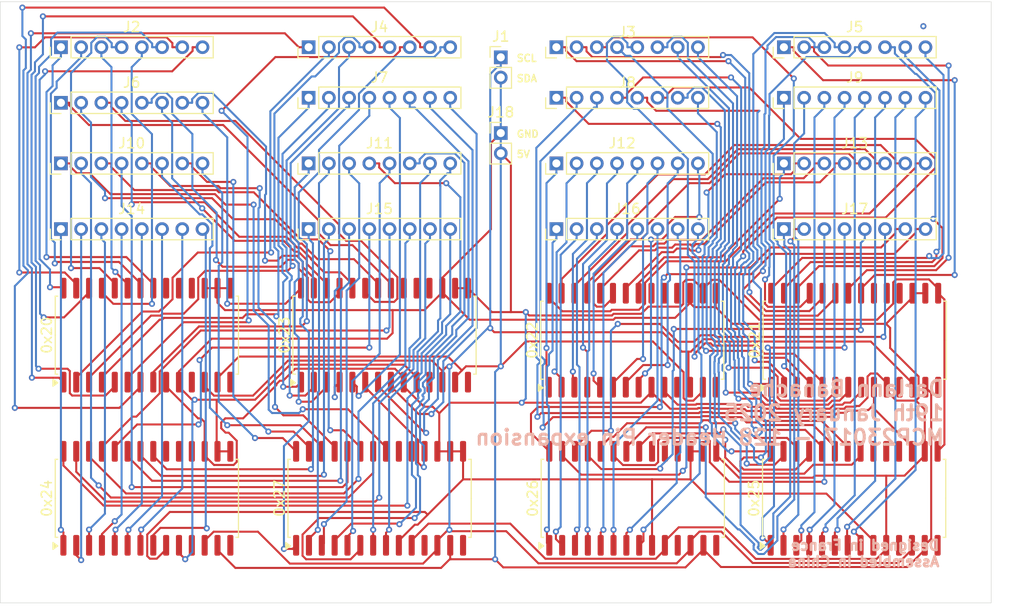
<source format=kicad_pcb>
(kicad_pcb (version 20240108) (generator "pcbnew") (generator_version "8.0")
  (layers (0 "F.Cu" signal) (31 "B.Cu" signal) (34 "B.Paste" user) (35 "F.Paste" user) (36 "B.SilkS" user "B.Silkscreen") (37 "F.SilkS" user "F.Silkscreen") (38 "B.Mask" user) (39 "F.Mask" user) (44 "Edge.Cuts" user))
  (net 0 "")
  (net 1 "+5V")
  (net 2 "GND")
  (net 3 "Net-(0x20-GPA4)")
  (net 4 "Net-(0x20-GPA7)")
  (net 6 "Net-(0x20-GPA1)")
  (net 7 "Net-(0x20-GPB0)")
  (net 8 "Net-(0x20-GPB2)")
  (net 9 "Net-(0x20-GPB3)")
  (net 10 "Net-(0x20-GPB1)")
  (net 11 "Net-(0x20-GPA0)")
  (net 12 "Net-(0x20-GPB6)")
  (net 13 "Net-(0x20-GPA3)")
  (net 15 "Net-(0x20-GPB5)")
  (net 17 "Net-(0x20-GPA6)")
  (net 19 "Net-(0x20-GPB4)")
  (net 20 "Net-(0x20-GPB7)")
  (net 21 "Net-(0x20-SCK)")
  (net 22 "Net-(0x20-GPA2)")
  (net 24 "Net-(0x20-GPA5)")
  (net 25 "Net-(0x20-SDA)")
  (net 27 "Net-(0x21-GPA2)")
  (net 28 "Net-(0x21-GPB1)")
  (net 29 "Net-(0x21-GPB2)")
  (net 30 "Net-(0x21-GPA7)")
  (net 32 "Net-(0x21-GPA1)")
  (net 33 "Net-(0x21-GPB0)")
  (net 34 "Net-(0x21-GPB4)")
  (net 35 "Net-(0x21-GPA4)")
  (net 36 "Net-(0x21-GPA5)")
  (net 38 "Net-(0x21-GPB5)")
  (net 39 "Net-(0x21-GPB7)")
  (net 41 "Net-(0x21-GPA6)")
  (net 42 "Net-(0x21-GPB3)")
  (net 43 "Net-(0x21-GPB6)")
  (net 44 "Net-(0x21-GPA3)")
  (net 45 "Net-(0x21-GPA0)")
  (net 47 "Net-(0x22-GPA4)")
  (net 50 "Net-(0x22-GPA0)")
  (net 51 "Net-(0x22-GPB6)")
  (net 53 "Net-(0x22-GPB7)")
  (net 54 "Net-(0x22-GPA1)")
  (net 55 "Net-(0x22-GPA5)")
  (net 57 "Net-(0x22-GPB0)")
  (net 58 "Net-(0x22-GPA7)")
  (net 59 "Net-(0x22-GPB2)")
  (net 60 "Net-(0x22-GPA2)")
  (net 62 "Net-(0x22-GPB1)")
  (net 63 "Net-(0x22-GPA3)")
  (net 64 "Net-(0x22-GPB5)")
  (net 65 "Net-(0x22-GPB3)")
  (net 66 "Net-(0x22-GPB4)")
  (net 67 "Net-(0x22-GPA6)")
  (net 68 "Net-(0x23-GPA1)")
  (net 69 "Net-(0x23-GPA6)")
  (net 70 "Net-(0x23-GPB4)")
  (net 71 "Net-(0x23-GPA7)")
  (net 72 "Net-(0x23-GPA2)")
  (net 74 "Net-(0x23-GPA4)")
  (net 76 "Net-(0x23-GPB2)")
  (net 77 "Net-(0x23-GPA5)")
  (net 78 "Net-(0x23-GPB1)")
  (net 79 "Net-(0x23-GPB5)")
  (net 80 "Net-(0x23-GPB0)")
  (net 83 "Net-(0x23-GPA0)")
  (net 84 "Net-(0x23-GPB3)")
  (net 85 "Net-(0x23-GPB6)")
  (net 87 "Net-(0x23-GPB7)")
  (net 88 "Net-(0x23-GPA3)")
  (net 89 "Net-(0x24-GPA1)")
  (net 91 "Net-(0x24-GPA3)")
  (net 92 "Net-(0x24-GPA7)")
  (net 93 "Net-(0x24-GPB5)")
  (net 94 "Net-(0x24-GPA4)")
  (net 95 "Net-(0x24-GPB4)")
  (net 96 "Net-(0x24-GPA5)")
  (net 97 "Net-(0x24-GPA6)")
  (net 98 "Net-(0x24-GPB1)")
  (net 100 "Net-(0x24-GPB2)")
  (net 101 "Net-(0x24-GPA0)")
  (net 103 "Net-(0x24-GPB7)")
  (net 104 "Net-(0x24-GPB6)")
  (net 106 "Net-(0x24-GPB3)")
  (net 108 "Net-(0x24-GPB0)")
  (net 109 "Net-(0x24-GPA2)")
  (net 110 "Net-(0x25-GPA3)")
  (net 111 "Net-(0x25-GPA2)")
  (net 112 "Net-(0x25-GPB6)")
  (net 114 "Net-(0x25-GPB0)")
  (net 115 "Net-(0x25-GPA1)")
  (net 116 "Net-(0x25-GPA7)")
  (net 118 "Net-(0x25-GPB4)")
  (net 119 "Net-(0x25-GPB1)")
  (net 120 "Net-(0x25-GPB2)")
  (net 121 "Net-(0x25-GPB3)")
  (net 124 "Net-(0x25-GPA0)")
  (net 125 "Net-(0x25-GPB7)")
  (net 126 "Net-(0x25-GPB5)")
  (net 128 "Net-(0x25-GPA6)")
  (net 129 "Net-(0x25-GPA4)")
  (net 130 "Net-(0x25-GPA5)")
  (net 133 "Net-(0x26-GPA7)")
  (net 134 "Net-(0x26-GPA2)")
  (net 135 "Net-(0x26-GPA5)")
  (net 136 "Net-(0x26-GPB2)")
  (net 137 "Net-(0x26-GPA0)")
  (net 138 "Net-(0x26-GPA3)")
  (net 139 "Net-(0x26-GPA4)")
  (net 140 "Net-(0x26-GPA1)")
  (net 142 "Net-(0x26-GPB6)")
  (net 143 "Net-(0x26-GPB4)")
  (net 144 "Net-(0x26-GPB0)")
  (net 145 "Net-(0x26-GPB3)")
  (net 146 "Net-(0x26-GPA6)")
  (net 147 "Net-(0x26-GPB1)")
  (net 148 "Net-(0x26-GPB7)")
  (net 149 "Net-(0x26-GPB5)")
  (net 153 "Net-(0x27-GPA3)")
  (net 154 "Net-(0x27-GPA5)")
  (net 155 "Net-(0x27-GPA2)")
  (net 156 "Net-(0x27-GPB7)")
  (net 157 "Net-(0x27-GPA1)")
  (net 158 "Net-(0x27-GPA0)")
  (net 160 "Net-(0x27-GPB3)")
  (net 162 "Net-(0x27-GPA7)")
  (net 163 "Net-(0x27-GPB0)")
  (net 166 "Net-(0x27-GPB4)")
  (net 167 "Net-(0x27-GPA4)")
  (net 168 "Net-(0x27-GPB6)")
  (net 169 "Net-(0x27-GPB5)")
  (net 170 "Net-(0x27-GPB2)")
  (net 171 "Net-(0x27-GPA6)")
  (net 172 "Net-(0x27-GPB1)")
  (footprint "Connector_PinHeader_2.00mm:PinHeader_1x08_P2.00mm_Vertical" (layer "F.Cu") (at 110.5 36 90)
    (property "Reference" "J16")
    (property "Value" "Conn_01x08")
  )
  (footprint "Package_SO:SOIC-28W_7.5x17.9mm_P1.27mm" (layer "F.Cu") (at 93.5 46.5 90)
    (property "Reference" "0x23")
    (property "Value" "MCP23017_SO")
  )
  (footprint "Connector_PinHeader_2.00mm:PinHeader_1x08_P2.00mm_Vertical" (layer "F.Cu") (at 133 29.5 90)
    (property "Reference" "J13")
    (property "Value" "Conn_01x08")
  )
  (footprint "Connector_PinHeader_2.00mm:PinHeader_1x08_P2.00mm_Vertical" (layer "F.Cu") (at 133 36 90)
    (property "Reference" "J17")
    (property "Value" "Conn_01x08")
  )
  (footprint "Package_SO:SOIC-28W_7.5x17.9mm_P1.27mm" (layer "F.Cu") (at 139.945 62.65 90)
    (property "Reference" "0x25")
    (property "Value" "MCP23017_SO")
  )
  (footprint "Package_SO:SOIC-28W_7.5x17.9mm_P1.27mm" (layer "F.Cu") (at 118 47 90)
    (property "Reference" "0x22")
    (property "Value" "MCP23017_SO")
  )
  (footprint "Connector_PinHeader_2.00mm:PinHeader_1x08_P2.00mm_Vertical" (layer "F.Cu") (at 61.5 18 90)
    (property "Reference" "J2")
    (property "Value" "Conn_01x08")
  )
  (footprint "Connector_PinHeader_2.00mm:PinHeader_1x08_P2.00mm_Vertical" (layer "F.Cu") (at 61.5 36 90)
    (property "Reference" "J14")
    (property "Value" "Conn_01x08")
  )
  (footprint "Connector_PinHeader_2.00mm:PinHeader_1x08_P2.00mm_Vertical" (layer "F.Cu") (at 86 36 90)
    (property "Reference" "J15")
    (property "Value" "Conn_01x08")
  )
  (footprint "Connector_PinHeader_2.00mm:PinHeader_1x08_P2.00mm_Vertical" (layer "F.Cu") (at 86 29.5 90)
    (property "Reference" "J11")
    (property "Value" "Conn_01x08")
  )
  (footprint "Connector_PinHeader_2.00mm:PinHeader_1x08_P2.00mm_Vertical" (layer "F.Cu") (at 110.5 18 90)
    (property "Reference" "J3")
    (property "Value" "Conn_01x08")
  )
  (footprint "Package_SO:SOIC-28W_7.5x17.9mm_P1.27mm" (layer "F.Cu") (at 93.015 62.65 90)
    (property "Reference" "0x27")
    (property "Value" "MCP23017_SO")
  )
  (footprint "Connector_PinHeader_2.00mm:PinHeader_1x08_P2.00mm_Vertical" (layer "F.Cu") (at 61.5 23.5 90)
    (property "Reference" "J6")
    (property "Value" "Conn_01x08")
  )
  (footprint "Connector_PinHeader_2.00mm:PinHeader_1x08_P2.00mm_Vertical" (layer "F.Cu") (at 86 23 90)
    (property "Reference" "J7")
    (property "Value" "Conn_01x08")
  )
  (footprint "Connector_PinHeader_2.00mm:PinHeader_1x08_P2.00mm_Vertical" (layer "F.Cu") (at 110.5 23 90)
    (property "Reference" "J8")
    (property "Value" "Conn_01x08")
  )
  (footprint "Package_SO:SOIC-28W_7.5x17.9mm_P1.27mm" (layer "F.Cu") (at 140 47 90)
    (property "Reference" "0x21")
    (property "Value" "MCP23017_SO")
  )
  (footprint "Package_SO:SOIC-28W_7.5x17.9mm_P1.27mm" (layer "F.Cu") (at 70 46.5 90)
    (property "Reference" "0x20")
    (property "Value" "MCP23017_SO")
  )
  (footprint "Connector_PinHeader_2.00mm:PinHeader_1x08_P2.00mm_Vertical" (layer "F.Cu") (at 86 18 90)
    (property "Reference" "J4")
    (property "Value" "Conn_01x08")
  )
  (footprint "Connector_PinHeader_2.00mm:PinHeader_1x08_P2.00mm_Vertical" (layer "F.Cu") (at 133 18 90)
    (property "Reference" "J5")
    (property "Value" "Conn_01x08")
  )
  (footprint "Connector_PinHeader_2.00mm:PinHeader_1x08_P2.00mm_Vertical" (layer "F.Cu") (at 61.5 29.5 90)
    (property "Reference" "J10")
    (property "Value" "Conn_01x08")
  )
  (footprint "Package_SO:SOIC-28W_7.5x17.9mm_P1.27mm" (layer "F.Cu") (at 70 62.65 90)
    (property "Reference" "0x24")
    (property "Value" "MCP23017_SO")
  )
  (footprint "Connector_PinHeader_2.00mm:PinHeader_1x02_P2.00mm_Vertical" (layer "F.Cu") (at 105 19)
    (property "Reference" "J1")
    (property "Value" "Conn_01x02")
  )
  (footprint "Connector_PinHeader_2.00mm:PinHeader_1x08_P2.00mm_Vertical" (layer "F.Cu") (at 110.5 29.5 90)
    (property "Reference" "J12")
    (property "Value" "Conn_01x08")
  )
  (footprint "Connector_PinHeader_2.00mm:PinHeader_1x02_P2.00mm_Vertical" (layer "F.Cu") (at 105 26.5)
    (property "Reference" "J18")
    (property "Value" "Conn_01x02")
  )
  (footprint "Package_SO:SOIC-28W_7.5x17.9mm_P1.27mm" (layer "F.Cu") (at 118.055 62.65 90)
    (property "Reference" "0x26")
    (property "Value" "MCP23017_SO")
  )
  (footprint "Connector_PinHeader_2.00mm:PinHeader_1x08_P2.00mm_Vertical" (layer "F.Cu") (at 133 23 90)
    (property "Reference" "J9")
    (property "Value" "Conn_01x08")
  )
  (gr_rect (start 55.5 13.5) (end 153.5 73) (stroke (width 0.05)) (fill none) (layer "Edge.Cuts"))
  (gr_text "Darlann Banache\n19th January 2025\nMCP23017 - 128 Header Pin expansion" (at 149 57.5 0) (layer "B.SilkS") (effects (font (size 1.5 1.5) (thickness 0.3) (bold yes)) (justify left bottom mirror)))
  (gr_text "Designed in France\nAssembled in China" (at 148.5 69.5 0) (layer "B.SilkS") (effects (font (size 1 1) (thickness 0.25) (bold yes)) (justify left bottom mirror)))
  (gr_text "SDA" (at 106.5 21.5 0) (layer "F.SilkS") (effects (font (size 0.7 0.7)) (justify left bottom)))
  (gr_text "GND" (at 106.5 27 0) (layer "F.SilkS") (effects (font (size 0.7 0.7)) (justify left bottom)))
  (gr_text "5V" (at 106.5 29 0) (layer "F.SilkS") (effects (font (size 0.7 0.7)) (justify left bottom)))
  (gr_text "SCL" (at 106.5 19.5 0) (layer "F.SilkS") (effects (font (size 0.7 0.7)) (justify left bottom)))
  (segment (start 120.785 53.0095) (end 119.905 52.1292) (width 0.2) (layer "F.Cu") (net 1))
  (segment (start 141.705 53.5622) (end 141.905 53.3625) (width 0.2) (layer "F.Cu") (net 1))
  (segment (start 75.715 58.4253) (end 75.715 58) (width 0.2) (layer "F.Cu") (net 1))
  (segment (start 107.806 44.5506) (end 107.473 44.2176) (width 0.2) (layer "F.Cu") (net 1))
  (segment (start 119.905 52.1292) (end 118.851 53.1831) (width 0.2) (layer "F.Cu") (net 1))
  (segment (start 119.96 60.7733) (end 119.96 67.3) (width 0.2) (layer "F.Cu") (net 1))
  (segment (start 115.992 44.5506) (end 107.806 44.5506) (width 0.2) (layer "F.Cu") (net 1))
  (segment (start 123.77 60.7733) (end 125.181 62.1844) (width 0.2) (layer "F.Cu") (net 1))
  (segment (start 116.155 44.3873) (end 115.992 44.5506) (width 0.2) (layer "F.Cu") (net 1))
  (segment (start 122.782 43.6773) (end 119.605 43.6773) (width 0.2) (layer "F.Cu") (net 1))
  (segment (start 99.9648 53.1831) (end 98.9163 54.2316) (width 0.2) (layer "F.Cu") (net 1))
  (segment (start 124.985 41.9553) (end 124.985 42.35) (width 0.2) (layer "F.Cu") (net 1))
  (segment (start 70.975552 68.625) (end 70.294448 68.625) (width 0.2) (layer "F.Cu") (net 1))
  (segment (start 70.035 68.365552) (end 70.035 66.234448) (width 0.2) (layer "F.Cu") (net 1))
  (segment (start 77.3517 55.1378) (end 77.3517 55.7173) (width 0.2) (layer "F.Cu") (net 1))
  (segment (start 83.155 51.0077) (end 82.8024 51.3603) (width 0.2) (layer "F.Cu") (net 1))
  (segment (start 140.473 53.9778) (end 139.332 53.9778) (width 0.2) (layer "F.Cu") (net 1))
  (segment (start 141.357 53.9104) (end 140.54 53.9104) (width 0.2) (layer "F.Cu") (net 1))
  (segment (start 118.895 44.3873) (end 116.155 44.3873) (width 0.2) (layer "F.Cu") (net 1))
  (segment (start 129.115 53.8113) (end 128.761 53.8113) (width 0.2) (layer "F.Cu") (net 1))
  (segment (start 123.77 58) (end 125.04 58) (width 0.2) (layer "F.Cu") (net 1))
  (segment (start 121.758 53.7841) (end 120.983 53.0095) (width 0.2) (layer "F.Cu") (net 1))
  (segment (start 107.074 53.1831) (end 99.9648 53.1831) (width 0.2) (layer "F.Cu") (net 1))
  (segment (start 127.982 53.7908) (end 127.975 53.7841) (width 0.2) (layer "F.Cu") (net 1))
  (segment (start 131.949 54.5875) (end 131.547 54.1858) (width 0.2) (layer "F.Cu") (net 1))
  (segment (start 147.35 40.984) (end 148.255 41.8895) (width 0.2) (layer "F.Cu") (net 1))
  (segment (start 124.985 41.9553) (end 125.918 41.0227) (width 0.2) (layer "F.Cu") (net 1))
  (segment (start 77.7565 54.733) (end 77.3517 55.1378) (width 0.2) (layer "F.Cu") (net 1))
  (segment (start 75.3501 54.7367) (end 75.0649 54.7367) (width 0.2) (layer "F.Cu") (net 1))
  (segment (start 76.6394 59.3497) (end 75.715 58.4253) (width 0.2) (layer "F.Cu") (net 1))
  (segment (start 104.123 44.2176) (end 106 44.2176) (width 0.2) (layer "F.Cu") (net 1))
  (segment (start 98.2689 53.5842) (end 97.4149 53.5842) (width 0.2) (layer "F.Cu") (net 1))
  (segment (start 78.8892 56.9533) (end 78.8892 59.0425) (width 0.2) (layer "F.Cu") (net 1))
  (segment (start 71.905 67.3) (end 71.905 67.695552) (width 0.2) (layer "F.Cu") (net 1))
  (segment (start 124.455 53.7841) (end 121.758 53.7841) (width 0.2) (layer "F.Cu") (net 1))
  (segment (start 137.202 62.1844) (end 141.85 66.8322) (width 0.2) (layer "F.Cu") (net 1))
  (segment (start 70.294448 68.625) (end 70.035 68.365552) (width 0.2) (layer "F.Cu") (net 1))
  (segment (start 131.547 54.1858) (end 130.845 54.1858) (width 0.2) (layer "F.Cu") (net 1))
  (segment (start 70.035 66.234448) (end 72.269948 63.9995) (width 0.2) (layer "F.Cu") (net 1))
  (segment (start 137.882 54.5875) (end 131.949 54.5875) (width 0.2) (layer "F.Cu") (net 1))
  (segment (start 148.873 57.3274) (end 148.873 42.9676) (width 0.2) (layer "F.Cu") (net 1))
  (segment (start 125.918 41.0227) (end 126.607 41.0227) (width 0.2) (layer "F.Cu") (net 1))
  (segment (start 101.27 60.7733) (end 101.27 58) (width 0.2) (layer "F.Cu") (net 1))
  (segment (start 119.905 51.65) (end 119.905 52.1292) (width 0.2) (layer "F.Cu") (net 1))
  (segment (start 97.4995 63.9995) (end 97.77165 64.27165) (width 0.2) (layer "F.Cu") (net 1))
  (segment (start 123.047 43.4124) (end 122.782 43.6773) (width 0.2) (layer "F.Cu") (net 1))
  (segment (start 144.098 40.984) (end 147.35 40.984) (width 0.2) (layer "F.Cu") (net 1))
  (segment (start 97.77165 64.27165) (end 101.27 60.7733) (width 0.2) (layer "F.Cu") (net 1))
  (segment (start 84.6612 49.8227) (end 83.4762 51.0077) (width 0.2) (layer "F.Cu") (net 1))
  (segment (start 75.0649 54.7367) (end 71.905 51.5768) (width 0.2) (layer "F.Cu") (net 1))
  (segment (start 98.73 58) (end 100 58) (width 0.2) (layer "F.Cu") (net 1))
  (segment (start 128.761 53.8113) (end 128.74 53.7908) (width 0.2) (layer "F.Cu") (net 1))
  (segment (start 126.02 53.7153) (end 124.524 53.7153) (width 0.2) (layer "F.Cu") (net 1))
  (segment (start 125.181 62.1844) (end 137.202 62.1844) (width 0.2) (layer "F.Cu") (net 1))
  (segment (start 95.405 50.6944) (end 94.5333 49.8227) (width 0.2) (layer "F.Cu") (net 1))
  (segment (start 141.705 53.5622) (end 141.357 53.9104) (width 0.2) (layer "F.Cu") (net 1))
  (segment (start 75.715 58) (end 75.715 55.1016) (width 0.2) (layer "F.Cu") (net 1))
  (segment (start 126.089 53.7841) (end 126.02 53.7153) (width 0.2) (layer "F.Cu") (net 1))
  (segment (start 148.255 41.8895) (end 148.255 42.35) (width 0.2) (layer "F.Cu") (net 1))
  (segment (start 71.905 51.5768) (end 71.905 51.15) (width 0.2) (layer "F.Cu") (net 1))
  (segment (start 143.81 41.2722) (end 144.098 40.984) (width 0.2) (layer "F.Cu") (net 1))
  (segment (start 71.905 67.695552) (end 70.975552 68.625) (width 0.2) (layer "F.Cu") (net 1))
  (segment (start 95.405 51.5743) (end 95.405 51.15) (width 0.2) (layer "F.Cu") (net 1))
  (segment (start 119.605 43.6773) (end 118.895 44.3873) (width 0.2) (layer "F.Cu") (net 1))
  (segment (start 75.715 55.1016) (end 75.3501 54.7367) (width 0.2) (layer "F.Cu") (net 1))
  (segment (start 130.555 44.9709) (end 142.222 44.9709) (width 0.2) (layer "F.Cu") (net 1))
  (segment (start 129.309 54.0053) (end 129.115 53.8113) (width 0.2) (layer "F.Cu") (net 1))
  (segment (start 77.3517 55.7173) (end 77.7839 56.1495) (width 0.2) (layer "F.Cu") (net 1))
  (segment (start 128.74 53.7908) (end 127.982 53.7908) (width 0.2) (layer "F.Cu") (net 1))
  (segment (start 97.4149 53.5842) (end 95.405 51.5743) (width 0.2) (layer "F.Cu") (net 1))
  (segment (start 94.92 66.8377) (end 96.4948 65.2629) (width 0.2) (layer "F.Cu") (net 1))
  (segment (start 143.81 43.3827) (end 143.81 41.2722) (width 0.2) (layer "F.Cu") (net 1))
  (segment (start 78.0854 56.1495) (end 78.8892 56.9533) (width 0.2) (layer "F.Cu") (net 1))
  (segment (start 98.73 58) (end 98.9163 57.8137) (width 0.2) (layer "F.Cu") (net 1))
  (segment (start 145.66 58) (end 145.66 57.517) (width 0.2) (layer "F.Cu") (net 1))
  (segment (start 118.851 53.1831) (end 107.074 53.1831) (width 0.2) (layer "F.Cu") (net 1))
  (segment (start 142.222 44.9709) (end 143.81 43.3827) (width 0.2) (layer "F.Cu") (net 1))
  (segment (start 78.582 59.3497) (end 76.6394 59.3497) (width 0.2) (layer "F.Cu") (net 1))
  (segment (start 72.269948 63.9995) (end 97.4995 63.9995) (width 0.2) (layer "F.Cu") (net 1))
  (segment (start 106 44.2176) (end 107.473 44.2176) (width 0.2) (layer "F.Cu") (net 1))
  (segment (start 124.052 41.0227) (end 123.312 41.0227) (width 0.2) (layer "F.Cu") (net 1))
  (segment (start 106 29.5) (end 106 44.2176) (width 0.2) (layer "F.Cu") (net 1))
  (segment (start 119.96 60.7733) (end 123.77 60.7733) (width 0.2) (layer "F.Cu") (net 1))
  (segment (start 130.845 54.1858) (end 130.665 54.0053) (width 0.2) (layer "F.Cu") (net 1))
  (segment (start 95.405 51.15) (end 95.405 50.6944) (width 0.2) (layer "F.Cu") (net 1))
  (segment (start 94.5333 49.8227) (end 84.6612 49.8227) (width 0.2) (layer "F.Cu") (net 1))
  (segment (start 140.54 53.9104) (end 140.473 53.9778) (width 0.2) (layer "F.Cu") (net 1))
  (segment (start 96.7804 65.2629) (end 97.77165 64.27165) (width 0.2) (layer "F.Cu") (net 1))
  (segment (start 96.4948 65.2629) (end 96.7804 65.2629) (width 0.2) (layer "F.Cu") (net 1))
  (segment (start 82.8024 51.3603) (end 82.8024 51.451) (width 0.2) (layer "F.Cu") (net 1))
  (segment (start 100 58) (end 101.27 58) (width 0.2) (layer "F.Cu") (net 1))
  (segment (start 98.9163 57.8137) (end 98.9163 54.2316) (width 0.2) (layer "F.Cu") (net 1))
  (segment (start 123.312 41.0227) (end 123.047 41.2873) (width 0.2) (layer "F.Cu") (net 1))
  (segment (start 124.985 41.9553) (end 124.052 41.0227) (width 0.2) (layer "F.Cu") (net 1))
  (segment (start 148.873 42.9676) (end 148.255 42.35) (width 0.2) (layer "F.Cu") (net 1))
  (segment (start 126.607 41.0227) (end 130.555 44.9709) (width 0.2) (layer "F.Cu") (net 1))
  (segment (start 141.905 53.3625) (end 141.905 51.65) (width 0.2) (layer "F.Cu") (net 1))
  (segment (start 82.8024 51.451) (end 79.5204 54.733) (width 0.2) (layer "F.Cu") (net 1))
  (segment (start 123.77 58) (end 123.77 60.7733) (width 0.2) (layer "F.Cu") (net 1))
  (segment (start 98.9163 54.2316) (end 98.2689 53.5842) (width 0.2) (layer "F.Cu") (net 1))
  (segment (start 148.2 58) (end 148.873 57.3274) (width 0.2) (layer "F.Cu") (net 1))
  (segment (start 145.66 57.517) (end 141.705 53.5622) (width 0.2) (layer "F.Cu") (net 1))
  (segment (start 101.27 60.7733) (end 119.96 60.7733) (width 0.2) (layer "F.Cu") (net 1))
  (segment (start 127.975 53.7841) (end 126.089 53.7841) (width 0.2) (layer "F.Cu") (net 1))
  (segment (start 100.485 41.85) (end 101.755 41.85) (width 0.2) (layer "F.Cu") (net 1))
  (segment (start 77.7839 56.1495) (end 78.0854 56.1495) (width 0.2) (layer "F.Cu") (net 1))
  (segment (start 139.332 53.9778) (end 139.124 54.1858) (width 0.2) (layer "F.Cu") (net 1))
  (segment (start 141.85 66.8322) (end 141.85 67.3) (width 0.2) (layer "F.Cu") (net 1))
  (segment (start 130.665 54.0053) (end 129.309 54.0053) (width 0.2) (layer "F.Cu") (net 1))
  (segment (start 83.4762 51.0077) (end 83.155 51.0077) (width 0.2) (layer "F.Cu") (net 1))
  (segment (start 94.92 67.3) (end 94.92 66.8377) (width 0.2) (layer "F.Cu") (net 1))
  (segment (start 101.755 41.85) (end 104.123 44.2176) (width 0.2) (layer "F.Cu") (net 1))
  (segment (start 123.047 41.2873) (end 123.047 43.4124) (width 0.2) (layer "F.Cu") (net 1))
  (segment (start 78.8892 59.0425) (end 78.582 59.3497) (width 0.2) (layer "F.Cu") (net 1))
  (segment (start 120.983 53.0095) (end 120.785 53.0095) (width 0.2) (layer "F.Cu") (net 1))
  (segment (start 138.283 54.1858) (end 137.882 54.5875) (width 0.2) (layer "F.Cu") (net 1))
  (segment (start 139.124 54.1858) (end 138.283 54.1858) (width 0.2) (layer "F.Cu") (net 1))
  (segment (start 79.5204 54.733) (end 77.7565 54.733) (width 0.2) (layer "F.Cu") (net 1))
  (segment (start 105 28.5) (end 106 29.5) (width 0.2) (layer "F.Cu") (net 1))
  (segment (start 124.524 53.7153) (end 124.455 53.7841) (width 0.2) (layer "F.Cu") (net 1))
  (via (at 107.074 53.1831) (size 0.6) (drill 0.3) (layers "F.Cu" "B.Cu") (net 1))
  (via (at 107.473 44.2176) (size 0.6) (drill 0.3) (layers "F.Cu" "B.Cu") (net 1))
  (segment (start 107.473 44.2176) (end 107.473 52.7843) (width 0.2) (layer "B.Cu") (net 1))
  (segment (start 107.473 52.7843) (end 107.074 53.1831) (width 0.2) (layer "B.Cu") (net 1))
  (segment (start 121.175 52.0668) (end 121.175 51.65) (width 0.2) (layer "F.Cu") (net 2))
  (segment (start 142.226 50.297) (end 141.57 50.297) (width 0.2) (layer "F.Cu") (net 2))
  (segment (start 74.725 52.8915) (end 76.9019 52.8915) (width 0.2) (layer "F.Cu") (net 2))
  (segment (start 122.594 65.5219) (end 127.091 65.5219) (width 0.2) (layer "F.Cu") (net 2))
  (segment (start 99.215 42.2643) (end 99.215 41.85) (width 0.2) (layer "F.Cu") (net 2))
  (segment (start 146.93 58.4042) (end 146.93 58) (width 0.2) (layer "F.Cu") (net 2))
  (segment (start 143.104 45.3811) (end 127.913 45.3811) (width 0.2) (layer "F.Cu") (net 2))
  (segment (start 109.414 68.6308) (end 120.331 68.6308) (width 0.2) (layer "F.Cu") (net 2))
  (segment (start 94.3037 46.2938) (end 93.7526 46.8449) (width 0.2) (layer "F.Cu") (net 2))
  (segment (start 126.31 58) (end 126.31 58.355) (width 0.2) (layer "F.Cu") (net 2))
  (segment (start 76.985 43.289) (end 76.985 41.85) (width 0.2) (layer "F.Cu") (net 2))
  (segment (start 124.358 53.3136) (end 124.289 53.3824) (width 0.2) (layer "F.Cu") (net 2))
  (segment (start 143.175 51.65) (end 143.175 51.2455) (width 0.2) (layer "F.Cu") (net 2))
  (segment (start 101.922 44.9714) (end 99.215 42.2643) (width 0.2) (layer "F.Cu") (net 2))
  (segment (start 139.166 53.5761) (end 138.958 53.7841) (width 0.2) (layer "F.Cu") (net 2))
  (segment (start 146.317 52.7124) (end 146.317 50.5876) (width 0.2) (layer "F.Cu") (net 2))
  (segment (start 144.925 60.4089) (end 146.93 58.4042) (width 0.2) (layer "F.Cu") (net 2))
  (segment (start 143.175 51.65) (end 143.175 52.0447) (width 0.2) (layer "F.Cu") (net 2))
  (segment (start 96.19 66.8102) (end 97.8449 65.1553) (width 0.2) (layer "F.Cu") (net 2))
  (segment (start 143.12 67.3) (end 143.12 60.4089) (width 0.2) (layer "F.Cu") (net 2))
  (segment (start 143.506 45.7828) (end 143.104 45.3811) (width 0.2) (layer "F.Cu") (net 2))
  (segment (start 126.31 58.355) (end 128.565 60.6098) (width 0.2) (layer "F.Cu") (net 2))
  (segment (start 120.331 68.6308) (end 121.23 67.7316) (width 0.2) (layer "F.Cu") (net 2))
  (segment (start 128.148 53.3891) (end 128.072 53.3136) (width 0.2) (layer "F.Cu") (net 2))
  (segment (start 141.57 50.297) (end 141.27 50.5967) (width 0.2) (layer "F.Cu") (net 2))
  (segment (start 121.23 66.8857) (end 122.594 65.5219) (width 0.2) (layer "F.Cu") (net 2))
  (segment (start 127.913 45.3811) (end 126.255 43.7233) (width 0.2) (layer "F.Cu") (net 2))
  (segment (start 95.4378 49.421) (end 84.1737 49.421) (width 0.2) (layer "F.Cu") (net 2))
  (segment (start 105 26.5) (end 104.025 27.475) (width 0.2) (layer "F.Cu") (net 2))
  (segment (start 143.175 51.2455) (end 142.226 50.297) (width 0.2) (layer "F.Cu") (net 2))
  (segment (start 138.117 53.7841) (end 137.715 54.1858) (width 0.2) (layer "F.Cu") (net 2))
  (segment (start 74.4582 52.8915) (end 74.725 52.8915) (width 0.2) (layer "F.Cu") (net 2))
  (segment (start 76.9019 57.9169) (end 76.985 58) (width 0.2) (layer "F.Cu") (net 2))
  (segment (start 76.985 58) (end 78.255 58) (width 0.2) (layer "F.Cu") (net 2))
  (segment (start 144.108 52.9773) (end 146.052 52.9773) (width 0.2) (layer "F.Cu") (net 2))
  (segment (start 76.9019 52.8915) (end 76.9019 57.9169) (width 0.2) (layer "F.Cu") (net 2))
  (segment (start 80.7032 52.8915) (end 76.9019 52.8915) (width 0.2) (layer "F.Cu") (net 2))
  (segment (start 146.93 53.8549) (end 146.052 52.9773) (width 0.2) (layer "F.Cu") (net 2))
  (segment (start 96.19 67.3) (end 96.19 66.8102) (width 0.2) (layer "F.Cu") (net 2))
  (segment (start 123.715 43.3127) (end 123.715 42.35) (width 0.2) (layer "F.Cu") (net 2))
  (segment (start 73.175 51.15) (end 73.175 51.6083) (width 0.2) (layer "F.Cu") (net 2))
  (segment (start 75.715 41.85) (end 76.985 41.85) (width 0.2) (layer "F.Cu") (net 2))
  (segment (start 146.93 58) (end 146.93 53.8549) (width 0.2) (layer "F.Cu") (net 2))
  (segment (start 94.3037 44.0229) (end 77.7189 44.0229) (width 0.2) (layer "F.Cu") (net 2))
  (segment (start 73.175 68.0607) (end 73.791 68.6767) (width 0.2) (layer "F.Cu") (net 2))
  (segment (start 73.175 67.3) (end 73.175 68.0607) (width 0.2) (layer "F.Cu") (net 2))
  (segment (start 76.985 41.85) (end 78.255 41.85) (width 0.2) (layer "F.Cu") (net 2))
  (segment (start 116.322 44.789) (end 116.139 44.9714) (width 0.2) (layer "F.Cu") (net 2))
  (segment (start 124.126 43.7233) (end 123.715 43.3127) (width 0.2) (layer "F.Cu") (net 2))
  (segment (start 96.675 51.15) (end 96.675 50.6582) (width 0.2) (layer "F.Cu") (net 2))
  (segment (start 121.23 67.7316) (end 121.23 67.3) (width 0.2) (layer "F.Cu") (net 2))
  (segment (start 128.072 53.3136) (end 124.358 53.3136) (width 0.2) (layer "F.Cu") (net 2))
  (segment (start 131.714 53.7841) (end 131.012 53.7841) (width 0.2) (layer "F.Cu") (net 2))
  (segment (start 143.12 67.6947) (end 143.12 67.3) (width 0.2) (layer "F.Cu") (net 2))
  (segment (start 84.1737 49.421) (end 80.7032 52.8915) (width 0.2) (layer "F.Cu") (net 2))
  (segment (start 146.052 52.9773) (end 146.317 52.7124) (width 0.2) (layer "F.Cu") (net 2))
  (segment (start 136.068 60.4089) (end 143.12 60.4089) (width 0.2) (layer "F.Cu") (net 2))
  (segment (start 128.565 60.6098) (end 135.867 60.6098) (width 0.2) (layer "F.Cu") (net 2))
  (segment (start 131.012 53.7841) (end 130.829 53.6014) (width 0.2) (layer "F.Cu") (net 2))
  (segment (start 124.289 53.3824) (end 122.491 53.3824) (width 0.2) (layer "F.Cu") (net 2))
  (segment (start 129.473 53.6014) (end 129.261 53.3891) (width 0.2) (layer "F.Cu") (net 2))
  (segment (start 99.215 42.2643) (end 97.4564 44.0229) (width 0.2) (layer "F.Cu") (net 2))
  (segment (start 76.4146 46.8449) (end 73.175 50.0845) (width 0.2) (layer "F.Cu") (net 2))
  (segment (start 141.27 50.5967) (end 141.27 52.695) (width 0.2) (layer "F.Cu") (net 2))
  (segment (start 140.078 53.5761) (end 139.166 53.5761) (width 0.2) (layer "F.Cu") (net 2))
  (segment (start 143.12 60.4089) (end 144.925 60.4089) (width 0.2) (layer "F.Cu") (net 2))
  (segment (start 146.317 50.5876) (end 143.506 47.7762) (width 0.2) (layer "F.Cu") (net 2))
  (segment (start 73.175 51.6083) (end 74.4582 52.8915) (width 0.2) (layer "F.Cu") (net 2))
  (segment (start 127.091 65.5219) (end 130.216 68.6469) (width 0.2) (layer "F.Cu") (net 2))
  (segment (start 94.3037 44.0229) (end 94.3037 46.2938) (width 0.2) (layer "F.Cu") (net 2))
  (segment (start 116.139 44.9714) (end 101.922 44.9714) (width 0.2) (layer "F.Cu") (net 2))
  (segment (start 138.958 53.7841) (end 138.117 53.7841) (width 0.2) (layer "F.Cu") (net 2))
  (segment (start 96.675 50.6582) (end 95.4378 49.421) (width 0.2) (layer "F.Cu") (net 2))
  (segment (start 143.506 47.7762) (end 143.506 45.7828) (width 0.2) (layer "F.Cu") (net 2))
  (segment (start 140.145 53.5087) (end 140.078 53.5761) (width 0.2) (layer "F.Cu") (net 2))
  (segment (start 137.715 54.1858) (end 132.115 54.1858) (width 0.2) (layer "F.Cu") (net 2))
  (segment (start 99.215 40.825001) (end 99.215 41.85) (width 0.2) (layer "F.Cu") (net 2))
  (segment (start 126.255 42.35) (end 126.255 43.7233) (width 0.2) (layer "F.Cu") (net 2))
  (segment (start 122.491 53.3824) (end 121.175 52.0668) (width 0.2) (layer "F.Cu") (net 2))
  (segment (start 145.715 42.35) (end 146.985 42.35) (width 0.2) (layer "F.Cu") (net 2))
  (segment (start 145.715 42.7702) (end 145.715 42.35) (width 0.2) (layer "F.Cu") (net 2))
  (segment (start 143.175 52.0447) (end 144.108 52.9773) (width 0.2) (layer "F.Cu") (net 2))
  (segment (start 121.23 67.3) (end 121.23 66.8857) (width 0.2) (layer "F.Cu") (net 2))
  (segment (start 129.261 53.3891) (end 128.148 53.3891) (width 0.2) (layer "F.Cu") (net 2))
  (segment (start 135.867 60.6098) (end 136.068 60.4089) (width 0.2) (layer "F.Cu") (net 2))
  (segment (start 141.27 52.695) (end 140.456 53.5087) (width 0.2) (layer "F.Cu") (net 2))
  (segment (start 132.115 54.1858) (end 131.714 53.7841) (width 0.2) (layer "F.Cu") (net 2))
  (segment (start 93.7526 46.8449) (end 76.4146 46.8449) (width 0.2) (layer "F.Cu") (net 2))
  (segment (start 77.7189 44.0229) (end 76.985 43.289) (width 0.2) (layer "F.Cu") (net 2))
  (segment (start 126.255 43.7233) (end 124.126 43.7233) (width 0.2) (layer "F.Cu") (net 2))
  (segment (start 104.025 27.475) (end 104.025 36.015001) (width 0.2) (layer "F.Cu") (net 2))
  (segment (start 105.939 65.1553) (end 109.414 68.6308) (width 0.2) (layer "F.Cu") (net 2))
  (segment (start 140.456 53.5087) (end 140.145 53.5087) (width 0.2) (layer "F.Cu") (net 2))
  (segment (start 97.4564 44.0229) (end 94.3037 44.0229) (width 0.2) (layer "F.Cu") (net 2))
  (segment (start 97.8449 65.1553) (end 105.939 65.1553) (width 0.2) (layer "F.Cu") (net 2))
  (segment (start 123.715 43.3127) (end 122.239 44.789) (width 0.2) (layer "F.Cu") (net 2))
  (segment (start 130.216 68.6469) (end 142.168 68.6469) (width 0.2) (layer "F.Cu") (net 2))
  (segment (start 142.168 68.6469) (end 143.12 67.6947) (width 0.2) (layer "F.Cu") (net 2))
  (segment (start 122.239 44.789) (end 116.322 44.789) (width 0.2) (layer "F.Cu") (net 2))
  (segment (start 130.829 53.6014) (end 129.473 53.6014) (width 0.2) (layer "F.Cu") (net 2))
  (segment (start 73.175 50.0845) (end 73.175 51.15) (width 0.2) (layer "F.Cu") (net 2))
  (segment (start 104.025 36.015001) (end 99.215 40.825001) (width 0.2) (layer "F.Cu") (net 2))
  (segment (start 143.104 45.3811) (end 145.715 42.7702) (width 0.2) (layer "F.Cu") (net 2))
  (via (at 73.791 68.6767) (size 0.6) (drill 0.3) (layers "F.Cu" "B.Cu") (net 2))
  (via (at 74.725 52.8915) (size 0.6) (drill 0.3) (layers "F.Cu" "B.Cu") (net 2))
  (segment (start 74.4992 67.9685) (end 73.791 68.6767) (width 0.2) (layer "B.Cu") (net 2))
  (segment (start 74.725 52.8915) (end 74.4992 53.1173) (width 0.2) (layer "B.Cu") (net 2))
  (segment (start 74.4992 53.1173) (end 74.4992 67.9685) (width 0.2) (layer "B.Cu") (net 2))
  (segment (start 65.555 42.2688) (end 66.6852 43.399) (width 0.2) (layer "F.Cu") (net 3))
  (segment (start 66.6852 43.399) (end 70.5034 43.399) (width 0.2) (layer "F.Cu") (net 3))
  (segment (start 65.555 41.85) (end 65.555 42.2688) (width 0.2) (layer "F.Cu") (net 3))
  (via (at 70.5034 43.399) (size 0.6) (drill 0.3) (layers "F.Cu" "B.Cu") (net 3))
  (segment (start 68.5 19.9767) (end 68.5 24.5952) (width 0.2) (layer "B.Cu") (net 3))
  (segment (start 70.5034 26.5986) (end 70.5034 43.399) (width 0.2) (layer "B.Cu") (net 3))
  (segment (start 68.5 24.5952) (end 70.5034 26.5986) (width 0.2) (layer "B.Cu") (net 3))
  (segment (start 69.5 18.9767) (end 68.5 19.9767) (width 0.2) (layer "B.Cu") (net 3))
  (segment (start 69.5 18) (end 69.5 18.9767) (width 0.2) (layer "B.Cu") (net 3))
  (segment (start 61.6525 41.7575) (end 60.422 41.7575) (width 0.2) (layer "F.Cu") (net 4))
  (segment (start 61.745 41.85) (end 61.6525 41.7575) (width 0.2) (layer "F.Cu") (net 4))
  (segment (start 75.5 18) (end 74.5233 18) (width 0.2) (layer "F.Cu") (net 4))
  (segment (start 72.5041 20.3855) (end 59.9361 20.3855) (width 0.2) (layer "F.Cu") (net 4))
  (segment (start 74.5233 18) (end 74.5233 18.3663) (width 0.2) (layer "F.Cu") (net 4))
  (segment (start 74.5233 18.3663) (end 72.5041 20.3855) (width 0.2) (layer "F.Cu") (net 4))
  (via (at 60.422 41.7575) (size 0.6) (drill 0.3) (layers "F.Cu" "B.Cu") (net 4))
  (via (at 59.9361 20.3855) (size 0.6) (drill 0.3) (layers "F.Cu" "B.Cu") (net 4))
  (segment (start 59.3972 38.971) (end 59.3972 21.2208) (width 0.2) (layer "B.Cu") (net 4))
  (segment (start 60.422 39.9958) (end 59.3972 38.971) (width 0.2) (layer "B.Cu") (net 4))
  (segment (start 59.3972 21.2208) (end 59.9361 20.6819) (width 0.2) (layer "B.Cu") (net 4))
  (segment (start 60.422 41.7575) (end 60.422 39.9958) (width 0.2) (layer "B.Cu") (net 4))
  (segment (start 59.9361 20.6819) (end 59.9361 20.3855) (width 0.2) (layer "B.Cu") (net 4))
  (segment (start 69.365 41.85) (end 69.365 41.3722) (width 0.2) (layer "F.Cu") (net 6))
  (segment (start 69.365 41.3722) (end 67.2495 39.2567) (width 0.2) (layer "F.Cu") (net 6))
  (segment (start 61.0308 39.2567) (end 60.8928 39.3947) (width 0.2) (layer "F.Cu") (net 6))
  (segment (start 67.2495 39.2567) (end 61.0308 39.2567) (width 0.2) (layer "F.Cu") (net 6))
  (via (at 60.8928 39.3947) (size 0.6) (drill 0.3) (layers "F.Cu" "B.Cu") (net 6))
  (segment (start 61.0783 22.0278) (end 61.0783 21.3984) (width 0.2) (layer "B.Cu") (net 6))
  (segment (start 60.5072 36.9606) (end 60.5072 22.5989) (width 0.2) (layer "B.Cu") (net 6))
  (segment (start 63.5 18.9767) (end 63.5 18) (width 0.2) (layer "B.Cu") (net 6))
  (segment (start 60.5072 22.5989) (end 61.0783 22.0278) (width 0.2) (layer "B.Cu") (net 6))
  (segment (start 60.8928 39.3947) (end 60.8928 37.3462) (width 0.2) (layer "B.Cu") (net 6))
  (segment (start 61.0783 21.3984) (end 63.5 18.9767) (width 0.2) (layer "B.Cu") (net 6))
  (segment (start 60.8928 37.3462) (end 60.5072 36.9606) (width 0.2) (layer "B.Cu") (net 6))
  (segment (start 61.745 51.15) (end 61.3075 50.7125) (width 0.2) (layer "F.Cu") (net 7))
  (segment (start 86 18) (end 85.0233 18) (width 0.2) (layer "F.Cu") (net 7))
  (segment (start 83.6449 16.6216) (end 58.5309 16.6216) (width 0.2) (layer "F.Cu") (net 7))
  (segment (start 61.3075 50.7125) (end 58.6303 50.7125) (width 0.2) (layer "F.Cu") (net 7))
  (segment (start 85.0233 18) (end 83.6449 16.6216) (width 0.2) (layer "F.Cu") (net 7))
  (via (at 58.5309 16.6216) (size 0.6) (drill 0.3) (layers "F.Cu" "B.Cu") (net 7))
  (via (at 58.6303 50.7125) (size 0.6) (drill 0.3) (layers "F.Cu" "B.Cu") (net 7))
  (segment (start 58.1921 39.4699) (end 58.1921 20.5594) (width 0.2) (layer "B.Cu") (net 7))
  (segment (start 58.6303 50.7125) (end 58.6303 39.9081) (width 0.2) (layer "B.Cu") (net 7))
  (segment (start 58.5309 20.2206) (end 58.5309 16.6216) (width 0.2) (layer "B.Cu") (net 7))
  (segment (start 58.6303 39.9081) (end 58.1921 39.4699) (width 0.2) (layer "B.Cu") (net 7))
  (segment (start 58.1921 20.5594) (end 58.5309 20.2206) (width 0.2) (layer "B.Cu") (net 7))
  (segment (start 70.4178 44.5637) (end 71.3556 44.5637) (width 0.2) (layer "F.Cu") (net 8))
  (segment (start 64.285 50.6965) (end 70.4178 44.5637) (width 0.2) (layer "F.Cu") (net 8))
  (segment (start 75.08 42.9414) (end 75.08 40.8173) (width 0.2) (layer "F.Cu") (net 8))
  (segment (start 64.285 51.15) (end 64.285 50.6965) (width 0.2) (layer "F.Cu") (net 8))
  (segment (start 71.547 44.3723) (end 73.6491 44.3723) (width 0.2) (layer "F.Cu") (net 8))
  (segment (start 75.08 40.8173) (end 75.7707 40.1266) (width 0.2) (layer "F.Cu") (net 8))
  (segment (start 83.933 40.1266) (end 84.4141 39.6455) (width 0.2) (layer "F.Cu") (net 8))
  (segment (start 71.3556 44.5637) (end 71.547 44.3723) (width 0.2) (layer "F.Cu") (net 8))
  (segment (start 73.6491 44.3723) (end 75.08 42.9414) (width 0.2) (layer "F.Cu") (net 8))
  (segment (start 75.7707 40.1266) (end 83.933 40.1266) (width 0.2) (layer "F.Cu") (net 8))
  (via (at 84.4141 39.6455) (size 0.6) (drill 0.3) (layers "F.Cu" "B.Cu") (net 8))
  (segment (start 84.214 39.1874) (end 84.2124 39.1858) (width 0.2) (layer "B.Cu") (net 8))
  (segment (start 89.0014 24.0313) (end 89.0014 19.9753) (width 0.2) (layer "B.Cu") (net 8))
  (segment (start 84.4141 39.6455) (end 84.214 39.4454) (width 0.2) (layer "B.Cu") (net 8))
  (segment (start 84.2124 39.1858) (end 84.2124 37.6931) (width 0.2) (layer "B.Cu") (net 8))
  (segment (start 83.8182 29.2145) (end 89.0014 24.0313) (width 0.2) (layer "B.Cu") (net 8))
  (segment (start 84.214 39.4454) (end 84.214 39.1874) (width 0.2) (layer "B.Cu") (net 8))
  (segment (start 83.8182 37.2989) (end 83.8182 29.2145) (width 0.2) (layer "B.Cu") (net 8))
  (segment (start 90 18.9767) (end 90 18) (width 0.2) (layer "B.Cu") (net 8))
  (segment (start 84.2124 37.6931) (end 83.8182 37.2989) (width 0.2) (layer "B.Cu") (net 8))
  (segment (start 89.0014 19.9753) (end 90 18.9767) (width 0.2) (layer "B.Cu") (net 8))
  (segment (start 82.81 44.6365) (end 82.6087 44.4352) (width 0.2) (layer "F.Cu") (net 9))
  (segment (start 79.465 44.7928) (end 79.465 44.7929) (width 0.2) (layer "F.Cu") (net 9))
  (segment (start 79.8226 44.4352) (end 79.465 44.7928) (width 0.2) (layer "F.Cu") (net 9))
  (segment (start 71.2618 44.9654) (end 65.555 50.6722) (width 0.2) (layer "F.Cu") (net 9))
  (segment (start 79.465 44.7929) (end 71.6944 44.7929) (width 0.2) (layer "F.Cu") (net 9))
  (segment (start 71.6944 44.7929) (end 71.5219 44.9654) (width 0.2) (layer "F.Cu") (net 9))
  (segment (start 82.6087 44.4352) (end 79.8226 44.4352) (width 0.2) (layer "F.Cu") (net 9))
  (segment (start 71.5219 44.9654) (end 71.2618 44.9654) (width 0.2) (layer "F.Cu") (net 9))
  (segment (start 65.555 50.6722) (end 65.555 51.15) (width 0.2) (layer "F.Cu") (net 9))
  (via (at 82.81 44.6365) (size 0.6) (drill 0.3) (layers "F.Cu" "B.Cu") (net 9))
  (segment (start 82.6131 24.5766) (end 82.6131 37.7978) (width 0.2) (layer "B.Cu") (net 9))
  (segment (start 83.0073 44.4392) (end 82.81 44.6365) (width 0.2) (layer "B.Cu") (net 9))
  (segment (start 91.0233 17.6337) (end 90.3722 16.9826) (width 0.2) (layer "B.Cu") (net 9))
  (segment (start 86.2942 20.8955) (end 82.6131 24.5766) (width 0.2) (layer "B.Cu") (net 9))
  (segment (start 83.0073 38.192) (end 83.0073 44.4392) (width 0.2) (layer "B.Cu") (net 9))
  (segment (start 89 17.5995) (end 89 18.5448) (width 0.2) (layer "B.Cu") (net 9))
  (segment (start 82.6131 37.7978) (end 83.0073 38.192) (width 0.2) (layer "B.Cu") (net 9))
  (segment (start 89 18.5448) (end 86.6493 20.8955) (width 0.2) (layer "B.Cu") (net 9))
  (segment (start 91.0233 18) (end 91.0233 17.6337) (width 0.2) (layer "B.Cu") (net 9))
  (segment (start 89.6169 16.9826) (end 89 17.5995) (width 0.2) (layer "B.Cu") (net 9))
  (segment (start 92 18) (end 91.0233 18) (width 0.2) (layer "B.Cu") (net 9))
  (segment (start 86.6493 20.8955) (end 86.2942 20.8955) (width 0.2) (layer "B.Cu") (net 9))
  (segment (start 90.3722 16.9826) (end 89.6169 16.9826) (width 0.2) (layer "B.Cu") (net 9))
  (segment (start 71.3807 43.9706) (end 71.5108 43.9706) (width 0.2) (layer "F.Cu") (net 10))
  (segment (start 72.54 42.9414) (end 72.54 40.8145) (width 0.2) (layer "F.Cu") (net 10))
  (segment (start 72.54 40.8145) (end 75.0331 38.3214) (width 0.2) (layer "F.Cu") (net 10))
  (segment (start 63.015 51.15) (end 63.015 50.7012) (width 0.2) (layer "F.Cu") (net 10))
  (segment (start 63.015 50.7012) (end 69.5542 44.162) (width 0.2) (layer "F.Cu") (net 10))
  (segment (start 69.5542 44.162) (end 71.1893 44.162) (width 0.2) (layer "F.Cu") (net 10))
  (segment (start 71.1893 44.162) (end 71.3807 43.9706) (width 0.2) (layer "F.Cu") (net 10))
  (segment (start 71.5108 43.9706) (end 72.54 42.9414) (width 0.2) (layer "F.Cu") (net 10))
  (segment (start 75.0331 38.3214) (end 82.2856 38.3214) (width 0.2) (layer "F.Cu") (net 10))
  (via (at 82.2856 38.3214) (size 0.6) (drill 0.3) (layers "F.Cu" "B.Cu") (net 10))
  (segment (start 88 18.9767) (end 88 18) (width 0.2) (layer "B.Cu") (net 10))
  (segment (start 87.574 18.9767) (end 88 18.9767) (width 0.2) (layer "B.Cu") (net 10))
  (segment (start 82.2114 24.3393) (end 87.574 18.9767) (width 0.2) (layer "B.Cu") (net 10))
  (segment (start 82.2114 38.2472) (end 82.2114 24.3393) (width 0.2) (layer "B.Cu") (net 10))
  (segment (start 82.2856 38.3214) (end 82.2114 38.2472) (width 0.2) (layer "B.Cu") (net 10))
  (segment (start 70.635 41.85) (end 70.635 41.4357) (width 0.2) (layer "F.Cu") (net 11))
  (segment (start 67.9718 38.7725) (end 60.0718 38.7725) (width 0.2) (layer "F.Cu") (net 11))
  (segment (start 70.635 41.4357) (end 67.9718 38.7725) (width 0.2) (layer "F.Cu") (net 11))
  (via (at 60.0718 38.7725) (size 0.6) (drill 0.3) (layers "F.Cu" "B.Cu") (net 11))
  (segment (start 60.6766 19.8001) (end 60.6766 21.8382) (width 0.2) (layer "B.Cu") (net 11))
  (segment (start 60.6766 21.8382) (end 60.0718 22.443) (width 0.2) (layer "B.Cu") (net 11))
  (segment (start 61.5 18.9767) (end 60.6766 19.8001) (width 0.2) (layer "B.Cu") (net 11))
  (segment (start 60.0718 22.443) (end 60.0718 38.7725) (width 0.2) (layer "B.Cu") (net 11))
  (segment (start 61.5 18) (end 61.5 18.9767) (width 0.2) (layer "B.Cu") (net 11))
  (segment (start 97.0233 18) (end 97.0233 17.6337) (width 0.2) (layer "F.Cu") (net 12))
  (segment (start 93.4683 14.0787) (end 57.6887 14.0787) (width 0.2) (layer "F.Cu") (net 12))
  (segment (start 69.365 51.6129) (end 69.365 51.15) (width 0.2) (layer "F.Cu") (net 12))
  (segment (start 67.2804 53.6975) (end 69.365 51.6129) (width 0.2) (layer "F.Cu") (net 12))
  (segment (start 97.0233 17.6337) (end 93.4683 14.0787) (width 0.2) (layer "F.Cu") (net 12))
  (segment (start 56.9429 53.6975) (end 67.2804 53.6975) (width 0.2) (layer "F.Cu") (net 12))
  (segment (start 98 18) (end 97.0233 18) (width 0.2) (layer "F.Cu") (net 12))
  (via (at 57.6887 14.0787) (size 0.6) (drill 0.3) (layers "F.Cu" "B.Cu") (net 12))
  (via (at 56.9429 53.6975) (size 0.6) (drill 0.3) (layers "F.Cu" "B.Cu") (net 12))
  (segment (start 58.0292 20.0717) (end 58.0292 17.2321) (width 0.2) (layer "B.Cu") (net 12))
  (segment (start 58.0292 17.2321) (end 57.6887 16.8916) (width 0.2) (layer "B.Cu") (net 12))
  (segment (start 56.9429 41.641) (end 58.2286 40.3553) (width 0.2) (layer "B.Cu") (net 12))
  (segment (start 58.2286 40.0744) (end 57.7904 39.6362) (width 0.2) (layer "B.Cu") (net 12))
  (segment (start 57.7904 39.6362) (end 57.7904 20.3105) (width 0.2) (layer "B.Cu") (net 12))
  (segment (start 57.6887 16.8916) (end 57.6887 14.0787) (width 0.2) (layer "B.Cu") (net 12))
  (segment (start 57.7904 20.3105) (end 58.0292 20.0717) (width 0.2) (layer "B.Cu") (net 12))
  (segment (start 56.9429 53.6975) (end 56.9429 41.641) (width 0.2) (layer "B.Cu") (net 12))
  (segment (start 58.2286 40.3553) (end 58.2286 40.0744) (width 0.2) (layer "B.Cu") (net 12))
  (segment (start 66.825 41.3801) (end 65.3067 39.8618) (width 0.2) (layer "F.Cu") (net 13))
  (segment (start 65.3067 39.8618) (end 62.5001 39.8618) (width 0.2) (layer "F.Cu") (net 13))
  (segment (start 66.825 41.85) (end 66.825 41.3801) (width 0.2) (layer "F.Cu") (net 13))
  (via (at 62.5001 39.8618) (size 0.6) (drill 0.3) (layers "F.Cu" "B.Cu") (net 13))
  (segment (start 62.5001 20.5499) (end 62.5001 39.8618) (width 0.2) (layer "B.Cu") (net 13))
  (segment (start 65.098 16.9633) (end 64.5 17.5613) (width 0.2) (layer "B.Cu") (net 13))
  (segment (start 64.5 18.55) (end 62.5001 20.5499) (width 0.2) (layer "B.Cu") (net 13))
  (segment (start 64.5 17.5613) (end 64.5 18.55) (width 0.2) (layer "B.Cu") (net 13))
  (segment (start 66.5233 18) (end 66.5233 17.5952) (width 0.2) (layer "B.Cu") (net 13))
  (segment (start 66.5233 17.5952) (end 65.8914 16.9633) (width 0.2) (layer "B.Cu") (net 13))
  (segment (start 65.8914 16.9633) (end 65.098 16.9633) (width 0.2) (layer "B.Cu") (net 13))
  (segment (start 67.5 18) (end 66.5233 18) (width 0.2) (layer "B.Cu") (net 13))
  (segment (start 82.7076 18.9767) (end 77.3909 24.2934) (width 0.2) (layer "F.Cu") (net 15))
  (segment (start 73.6168 45.2226) (end 68.095 50.7444) (width 0.2) (layer "F.Cu") (net 15))
  (segment (start 96 18) (end 95.0233 18) (width 0.2) (layer "F.Cu") (net 15))
  (segment (start 95.0233 18) (end 95.0233 18.3664) (width 0.2) (layer "F.Cu") (net 15))
  (segment (start 80.0717 45.0369) (end 79.886 45.2226) (width 0.2) (layer "F.Cu") (net 15))
  (segment (start 94.413 18.9767) (end 82.7076 18.9767) (width 0.2) (layer "F.Cu") (net 15))
  (segment (start 79.886 45.2226) (end 73.6168 45.2226) (width 0.2) (layer "F.Cu") (net 15))
  (segment (start 95.0233 18.3664) (end 94.413 18.9767) (width 0.2) (layer "F.Cu") (net 15))
  (segment (start 68.095 50.7444) (end 68.095 51.15) (width 0.2) (layer "F.Cu") (net 15))
  (via (at 77.3909 24.2934) (size 0.6) (drill 0.3) (layers "F.Cu" "B.Cu") (net 15))
  (via (at 80.0717 45.0369) (size 0.6) (drill 0.3) (layers "F.Cu" "B.Cu") (net 15))
  (segment (start 79.9526 26.8551) (end 77.3909 24.2934) (width 0.2) (layer "B.Cu") (net 15))
  (segment (start 80.0717 45.0369) (end 79.9526 44.9178) (width 0.2) (layer "B.Cu") (net 15))
  (segment (start 79.9526 44.9178) (end 79.9526 26.8551) (width 0.2) (layer "B.Cu") (net 15))
  (segment (start 61.8773 40.298) (end 57.3887 40.298) (width 0.2) (layer "F.Cu") (net 17))
  (segment (start 73.5 18) (end 72.5233 18) (width 0.2) (layer "F.Cu") (net 17))
  (segment (start 72.5233 18) (end 72.5233 17.5952) (width 0.2) (layer "F.Cu") (net 17))
  (segment (start 63.015 41.4357) (end 61.8773 40.298) (width 0.2) (layer "F.Cu") (net 17))
  (segment (start 59.9186 17.0233) (end 58.9283 18.0136) (width 0.2) (layer "F.Cu") (net 17))
  (segment (start 71.9514 17.0233) (end 59.9186 17.0233) (width 0.2) (layer "F.Cu") (net 17))
  (segment (start 63.015 41.85) (end 63.015 41.4357) (width 0.2) (layer "F.Cu") (net 17))
  (segment (start 58.9283 18.0136) (end 57.3887 18.0136) (width 0.2) (layer "F.Cu") (net 17))
  (segment (start 72.5233 17.5952) (end 71.9514 17.0233) (width 0.2) (layer "F.Cu") (net 17))
  (via (at 57.3887 18.0136) (size 0.6) (drill 0.3) (layers "F.Cu" "B.Cu") (net 17))
  (via (at 57.3887 40.298) (size 0.6) (drill 0.3) (layers "F.Cu" "B.Cu") (net 17))
  (segment (start 57.3887 40.298) (end 57.3887 18.0136) (width 0.2) (layer "B.Cu") (net 17))
  (segment (start 62.38 50.051) (end 62.1517 49.8227) (width 0.2) (layer "F.Cu") (net 19))
  (segment (start 90.3756 14.9475) (end 59.7187 14.9475) (width 0.2) (layer "F.Cu") (net 19))
  (segment (start 94 18) (end 93.0233 18) (width 0.2) (layer "F.Cu") (net 19))
  (segment (start 65.9126 52.4773) (end 62.6142 52.4773) (width 0.2) (layer "F.Cu") (net 19))
  (segment (start 62.6142 52.4773) (end 62.38 52.2431) (width 0.2) (layer "F.Cu") (net 19))
  (segment (start 66.825 51.15) (end 66.825 51.5649) (width 0.2) (layer "F.Cu") (net 19))
  (segment (start 62.38 52.2431) (end 62.38 50.051) (width 0.2) (layer "F.Cu") (net 19))
  (segment (start 66.825 51.5649) (end 65.9126 52.4773) (width 0.2) (layer "F.Cu") (net 19))
  (segment (start 62.1517 49.8227) (end 59.2905 49.8227) (width 0.2) (layer "F.Cu") (net 19))
  (segment (start 93.0233 18) (end 93.0233 17.5952) (width 0.2) (layer "F.Cu") (net 19))
  (segment (start 93.0233 17.5952) (end 90.3756 14.9475) (width 0.2) (layer "F.Cu") (net 19))
  (via (at 59.2905 49.8227) (size 0.6) (drill 0.3) (layers "F.Cu" "B.Cu") (net 19))
  (via (at 59.7187 14.9475) (size 0.6) (drill 0.3) (layers "F.Cu" "B.Cu") (net 19))
  (segment (start 59.032 39.7418) (end 58.5938 39.3036) (width 0.2) (layer "B.Cu") (net 19))
  (segment (start 59.032 49.5642) (end 59.032 39.7418) (width 0.2) (layer "B.Cu") (net 19))
  (segment (start 58.9326 19.4939) (end 59.7187 18.7078) (width 0.2) (layer "B.Cu") (net 19))
  (segment (start 59.2905 49.8227) (end 59.032 49.5642) (width 0.2) (layer "B.Cu") (net 19))
  (segment (start 58.5953 20.8867) (end 58.5953 20.7242) (width 0.2) (layer "B.Cu") (net 19))
  (segment (start 58.5938 39.3036) (end 58.5938 20.8882) (width 0.2) (layer "B.Cu") (net 19))
  (segment (start 59.7187 18.7078) (end 59.7187 14.9475) (width 0.2) (layer "B.Cu") (net 19))
  (segment (start 58.5953 20.7242) (end 58.9326 20.3869) (width 0.2) (layer "B.Cu") (net 19))
  (segment (start 58.9326 20.3869) (end 58.9326 19.4939) (width 0.2) (layer "B.Cu") (net 19))
  (segment (start 58.5938 20.8882) (end 58.5953 20.8867) (width 0.2) (layer "B.Cu") (net 19))
  (segment (start 85.3025 45.6386) (end 85.8192 45.1219) (width 0.2) (layer "F.Cu") (net 20))
  (segment (start 70.635 51.15) (end 70.635 50.1524) (width 0.2) (layer "F.Cu") (net 20))
  (segment (start 75.1488 45.6386) (end 85.3025 45.6386) (width 0.2) (layer "F.Cu") (net 20))
  (segment (start 70.635 50.1524) (end 75.1488 45.6386) (width 0.2) (layer "F.Cu") (net 20))
  (via (at 85.8192 45.1219) (size 0.6) (drill 0.3) (layers "F.Cu" "B.Cu") (net 20))
  (segment (start 87.0233 30.3743) (end 85.0233 32.3743) (width 0.2) (layer "B.Cu") (net 20))
  (segment (start 94.5958 18.9767) (end 90.9767 22.5958) (width 0.2) (layer "B.Cu") (net 20))
  (segment (start 90.9767 22.5958) (end 90.9767 24.2061) (width 0.2) (layer "B.Cu") (net 20))
  (segment (start 85.0233 32.3743) (end 85.0233 36.8) (width 0.2) (layer "B.Cu") (net 20))
  (segment (start 85.3087 36.9767) (end 85.8192 37.4872) (width 0.2) (layer "B.Cu") (net 20))
  (segment (start 99.0233 18) (end 99.0233 18.3664) (width 0.2) (layer "B.Cu") (net 20))
  (segment (start 85.0233 36.8) (end 85.2 36.9767) (width 0.2) (layer "B.Cu") (net 20))
  (segment (start 85.2 36.9767) (end 85.3087 36.9767) (width 0.2) (layer "B.Cu") (net 20))
  (segment (start 98.413 18.9767) (end 94.5958 18.9767) (width 0.2) (layer "B.Cu") (net 20))
  (segment (start 99.0233 18.3664) (end 98.413 18.9767) (width 0.2) (layer "B.Cu") (net 20))
  (segment (start 100 18) (end 99.0233 18) (width 0.2) (layer "B.Cu") (net 20))
  (segment (start 90.9767 24.2061) (end 87.0233 28.1595) (width 0.2) (layer "B.Cu") (net 20))
  (segment (start 87.0233 28.1595) (end 87.0233 30.3743) (width 0.2) (layer "B.Cu") (net 20))
  (segment (start 85.8192 37.4872) (end 85.8192 45.1219) (width 0.2) (layer "B.Cu") (net 20))
  (segment (start 123.564 48.1293) (end 123.805 48.1293) (width 0.2) (layer "F.Cu") (net 21))
  (segment (start 122.906 48.1293) (end 123.564 48.1293) (width 0.2) (layer "F.Cu") (net 21))
  (segment (start 103.956 45.8101) (end 104.358 46.2118) (width 0.2) (layer "F.Cu") (net 21))
  (segment (start 80.9805 65.9535) (end 84.1375 69.1105) (width 0.2) (layer "F.Cu") (net 21))
  (segment (start 123.77 67.7113) (end 123.77 67.3) (width 0.2) (layer "F.Cu") (net 21))
  (segment (start 76.628 52.4834) (end 75.715 51.5704) (width 0.2) (layer "F.Cu") (net 21))
  (segment (start 99.215 50.039) (end 99.215 51.15) (width 0.2) (layer "F.Cu") (net 21))
  (segment (start 98.73 67.3) (end 98.73 66.8237) (width 0.2) (layer "F.Cu") (net 21))
  (segment (start 99.215 50.039) (end 98.1953 49.0193) (width 0.2) (layer "F.Cu") (net 21))
  (segment (start 108.716 69.0825) (end 122.399 69.0825) (width 0.2) (layer "F.Cu") (net 21))
  (segment (start 123.564 51.4989) (end 123.715 51.65) (width 0.2) (layer "F.Cu") (net 21))
  (segment (start 99.6481 65.9056) (end 99.9191 65.9056) (width 0.2) (layer "F.Cu") (net 21))
  (segment (start 99.9191 65.9056) (end 105.539 65.9056) (width 0.2) (layer "F.Cu") (net 21))
  (segment (start 97.3142 69.1105) (end 98.73 67.6947) (width 0.2) (layer "F.Cu") (net 21))
  (segment (start 105.539 65.9056) (end 108.716 69.0825) (width 0.2) (layer "F.Cu") (net 21))
  (segment (start 75.715 51.5704) (end 75.715 51.15) (width 0.2) (layer "F.Cu") (net 21))
  (segment (start 75.715 66.8413) (end 76.6028 65.9535) (width 0.2) (layer "F.Cu") (net 21))
  (segment (start 99.6481 49.6059) (end 99.9191 49.6059) (width 0.2) (layer "F.Cu") (net 21))
  (segment (start 126.807 65.9422) (end 129.913 69.0486) (width 0.2) (layer "F.Cu") (net 21))
  (segment (start 75.715 67.3) (end 75.715 66.8413) (width 0.2) (layer "F.Cu") (net 21))
  (segment (start 141.592 47.1325) (end 145.715 51.2553) (width 0.2) (layer "F.Cu") (net 21))
  (segment (start 84.1375 69.1105) (end 97.3142 69.1105) (width 0.2) (layer "F.Cu") (net 21))
  (segment (start 125.918 46.9062) (end 126.144 47.1325) (width 0.2) (layer "F.Cu") (net 21))
  (segment (start 76.6028 65.9535) (end 80.9805 65.9535) (width 0.2) (layer "F.Cu") (net 21))
  (segment (start 83.966 49.0193) (end 80.5019 52.4834) (width 0.2) (layer "F.Cu") (net 21))
  (segment (start 99.215 50.039) (end 99.6481 49.6059) (width 0.2) (layer "F.Cu") (net 21))
  (segment (start 124.653 65.9422) (end 126.807 65.9422) (width 0.2) (layer "F.Cu") (net 21))
  (segment (start 123.805 48.1293) (end 125.028 46.9062) (width 0.2) (layer "F.Cu") (net 21))
  (segment (start 122.399 69.0825) (end 123.77 67.7113) (width 0.2) (layer "F.Cu") (net 21))
  (segment (start 123.77 66.825) (end 124.653 65.9422) (width 0.2) (layer "F.Cu") (net 21))
  (segment (start 120.989 46.2118) (end 122.906 48.1293) (width 0.2) (layer "F.Cu") (net 21))
  (segment (start 126.144 47.1325) (end 141.592 47.1325) (width 0.2) (layer "F.Cu") (net 21))
  (segment (start 98.73 66.8237) (end 99.6481 65.9056) (width 0.2) (layer "F.Cu") (net 21))
  (segment (start 125.028 46.9062) (end 125.918 46.9062) (width 0.2) (layer "F.Cu") (net 21))
  (segment (start 98.1953 49.0193) (end 83.966 49.0193) (width 0.2) (layer "F.Cu") (net 21))
  (segment (start 123.77 67.3) (end 123.77 66.825) (width 0.2) (layer "F.Cu") (net 21))
  (segment (start 144.335 69.0486) (end 145.66 67.7236) (width 0.2) (layer "F.Cu") (net 21))
  (segment (start 145.66 67.7236) (end 145.66 67.3) (width 0.2) (layer "F.Cu") (net 21))
  (segment (start 98.73 67.6947) (end 98.73 67.3) (width 0.2) (layer "F.Cu") (net 21))
  (segment (start 123.564 48.1293) (end 123.564 51.4989) (width 0.2) (layer "F.Cu") (net 21))
  (segment (start 129.913 69.0486) (end 144.335 69.0486) (width 0.2) (layer "F.Cu") (net 21))
  (segment (start 80.5019 52.4834) (end 76.628 52.4834) (width 0.2) (layer "F.Cu") (net 21))
  (segment (start 145.715 51.2553) (end 145.715 51.65) (width 0.2) (layer "F.Cu") (net 21))
  (segment (start 104.358 46.2118) (end 120.989 46.2118) (width 0.2) (layer "F.Cu") (net 21))
  (segment (start 99.9191 65.9056) (end 99.9191 65.7719) (width 0.2) (layer "F.Cu") (net 21))
  (via (at 99.9191 49.6059) (size 0.6) (drill 0.3) (layers "F.Cu" "B.Cu") (net 21))
  (via (at 103.956 45.8101) (size 0.6) (drill 0.3) (layers "F.Cu" "B.Cu") (net 21))
  (via (at 99.9191 65.7719) (size 0.6) (drill 0.3) (layers "F.Cu" "B.Cu") (net 21))
  (segment (start 105 19.9767) (end 104.634 19.9767) (width 0.2) (layer "B.Cu") (net 21))
  (segment (start 105 19) (end 105 19.9767) (width 0.2) (layer "B.Cu") (net 21))
  (segment (start 99.9191 49.6059) (end 103.715 45.8101) (width 0.2) (layer "B.Cu") (net 21))
  (segment (start 99.9191 49.6059) (end 99.9191 65.7719) (width 0.2) (layer "B.Cu") (net 21))
  (segment (start 103.956 20.6539) (end 103.956 45.8101) (width 0.2) (layer "B.Cu") (net 21))
  (segment (start 103.715 45.8101) (end 103.956 45.8101) (width 0.2) (layer "B.Cu") (net 21))
  (segment (start 104.634 19.9767) (end 103.956 20.6539) (width 0.2) (layer "B.Cu") (net 21))
  (segment (start 68.095 41.4533) (end 66.8847 40.243) (width 0.2) (layer "F.Cu") (net 22))
  (segment (start 68.095 41.85) (end 68.095 41.4533) (width 0.2) (layer "F.Cu") (net 22))
  (via (at 66.8847 40.243) (size 0.6) (drill 0.3) (layers "F.Cu" "B.Cu") (net 22))
  (segment (start 66.5001 19.9768) (end 66.5001 39.8584) (width 0.2) (layer "B.Cu") (net 22))
  (segment (start 66.5001 39.8584) (end 66.8847 40.243) (width 0.2) (layer "B.Cu") (net 22))
  (segment (start 65.5 18) (end 65.5 18.9767) (width 0.2) (layer "B.Cu") (net 22))
  (segment (start 65.5 18.9767) (end 66.5001 19.9768) (width 0.2) (layer "B.Cu") (net 22))
  (segment (start 64.285 42.2638) (end 61.8063 44.7425) (width 0.2) (layer "F.Cu") (net 24))
  (segment (start 61.8063 44.7425) (end 59.7989 44.7425) (width 0.2) (layer "F.Cu") (net 24))
  (segment (start 64.285 41.85) (end 64.285 42.2638) (width 0.2) (layer "F.Cu") (net 24))
  (via (at 59.7989 44.7425) (size 0.6) (drill 0.3) (layers "F.Cu" "B.Cu") (net 24))
  (segment (start 58.997 21.053) (end 58.9955 21.0545) (width 0.2) (layer "B.Cu") (net 24))
  (segment (start 59.4337 44.3773) (end 59.7989 44.7425) (width 0.2) (layer "B.Cu") (net 24))
  (segment (start 59.3343 20.5532) (end 58.997 20.8905) (width 0.2) (layer "B.Cu") (net 24))
  (segment (start 58.997 20.8905) (end 58.997 21.053) (width 0.2) (layer "B.Cu") (net 24))
  (segment (start 69.4459 16.5563) (end 61.1549 16.5563) (width 0.2) (layer "B.Cu") (net 24))
  (segment (start 71.5 18) (end 70.5233 18) (width 0.2) (layer "B.Cu") (net 24))
  (segment (start 58.9955 21.0545) (end 58.9955 39.1373) (width 0.2) (layer "B.Cu") (net 24))
  (segment (start 60.5233 18.7459) (end 59.3343 19.9349) (width 0.2) (layer "B.Cu") (net 24))
  (segment (start 60.5233 17.1879) (end 60.5233 18.7459) (width 0.2) (layer "B.Cu") (net 24))
  (segment (start 61.1549 16.5563) (end 60.5233 17.1879) (width 0.2) (layer "B.Cu") (net 24))
  (segment (start 59.3343 19.9349) (end 59.3343 20.5532) (width 0.2) (layer "B.Cu") (net 24))
  (segment (start 59.4337 39.5755) (end 59.4337 44.3773) (width 0.2) (layer "B.Cu") (net 24))
  (segment (start 70.5233 17.6337) (end 69.4459 16.5563) (width 0.2) (layer "B.Cu") (net 24))
  (segment (start 58.9955 39.1373) (end 59.4337 39.5755) (width 0.2) (layer "B.Cu") (net 24))
  (segment (start 70.5233 18) (end 70.5233 17.6337) (width 0.2) (layer "B.Cu") (net 24))
  (segment (start 147.566 52.2315) (end 146.985 51.65) (width 0.2) (layer "F.Cu") (net 25))
  (segment (start 145.226 69.4503) (end 146.93 67.7463) (width 0.2) (layer "F.Cu") (net 25))
  (segment (start 123.27 69.4842) (end 125.04 67.7143) (width 0.2) (layer "F.Cu") (net 25))
  (segment (start 123.08 52.7311) (end 123.08 50.1668) (width 0.2) (layer "F.Cu") (net 25))
  (segment (start 78.7498 69.5376) (end 99.0962 69.5376) (width 0.2) (layer "F.Cu") (net 25))
  (segment (start 76.985 67.7728) (end 78.7498 69.5376) (width 0.2) (layer "F.Cu") (net 25))
  (segment (start 104.442 68.6808) (end 105.246 69.4842) (width 0.2) (layer "F.Cu") (net 25))
  (segment (start 126.776 69.4503) (end 145.226 69.4503) (width 0.2) (layer "F.Cu") (net 25))
  (segment (start 123.08 50.1668) (end 120.042 47.1284) (width 0.2) (layer "F.Cu") (net 25))
  (segment (start 100 68.6338) (end 100 67.3) (width 0.2) (layer "F.Cu") (net 25))
  (segment (start 120.042 47.1284) (end 107.458 47.1284) (width 0.2) (layer "F.Cu") (net 25))
  (segment (start 146.93 67.7463) (end 146.93 67.3) (width 0.2) (layer "F.Cu") (net 25))
  (segment (start 125.04 67.7143) (end 126.776 69.4503) (width 0.2) (layer "F.Cu") (net 25))
  (segment (start 124.985 51.65) (end 124.985 52.0471) (width 0.2) (layer "F.Cu") (net 25))
  (segment (start 76.985 67.3) (end 76.985 67.7728) (width 0.2) (layer "F.Cu") (net 25))
  (segment (start 100.047 68.6808) (end 100 68.6338) (width 0.2) (layer "F.Cu") (net 25))
  (segment (start 107.458 47.1284) (end 105 49.5864) (width 0.2) (layer "F.Cu") (net 25))
  (segment (start 79.1052 48.6176) (end 76.985 50.7378) (width 0.2) (layer "F.Cu") (net 25))
  (segment (start 105.246 69.4842) (end 123.27 69.4842) (width 0.2) (layer "F.Cu") (net 25))
  (segment (start 100.485 50.6613) (end 101.155 49.9911) (width 0.2) (layer "F.Cu") (net 25))
  (segment (start 99.7817 48.6176) (end 79.1052 48.6176) (width 0.2) (layer "F.Cu") (net 25))
  (segment (start 101.155 49.9911) (end 99.7817 48.6176) (width 0.2) (layer "F.Cu") (net 25))
  (segment (start 146.93 67.3) (end 147.566 66.6635) (width 0.2) (layer "F.Cu") (net 25))
  (segment (start 104.442 68.6808) (end 100.047 68.6808) (width 0.2) (layer "F.Cu") (net 25))
  (segment (start 147.566 66.6635) (end 147.566 52.2315) (width 0.2) (layer "F.Cu") (net 25))
  (segment (start 76.985 50.7378) (end 76.985 51.15) (width 0.2) (layer "F.Cu") (net 25))
  (segment (start 99.0962 69.5376) (end 100 68.6338) (width 0.2) (layer "F.Cu") (net 25))
  (segment (start 123.33 52.9807) (end 123.08 52.7311) (width 0.2) (layer "F.Cu") (net 25))
  (segment (start 100.485 51.15) (end 100.485 50.6613) (width 0.2) (layer "F.Cu") (net 25))
  (segment (start 101.155 49.9911) (end 101.56 49.5864) (width 0.2) (layer "F.Cu") (net 25))
  (segment (start 101.56 49.5864) (end 105 49.5864) (width 0.2) (layer "F.Cu") (net 25))
  (segment (start 125.04 67.3) (end 125.04 67.7143) (width 0.2) (layer "F.Cu") (net 25))
  (segment (start 124.051 52.9807) (end 123.33 52.9807) (width 0.2) (layer "F.Cu") (net 25))
  (segment (start 124.985 52.0471) (end 124.051 52.9807) (width 0.2) (layer "F.Cu") (net 25))
  (via (at 105 49.5864) (size 0.6) (drill 0.3) (layers "F.Cu" "B.Cu") (net 25))
  (via (at 104.442 68.6808) (size 0.6) (drill 0.3) (layers "F.Cu" "B.Cu") (net 25))
  (segment (start 105 49.5864) (end 104.442 50.144) (width 0.2) (layer "B.Cu") (net 25))
  (segment (start 105 21) (end 105 49.5864) (width 0.2) (layer "B.Cu") (net 25))
  (segment (start 104.442 50.144) (end 104.442 68.6808) (width 0.2) (layer "B.Cu") (net 25))
  (segment (start 138.095 42.8179) (end 136.344 44.5692) (width 0.2) (layer "F.Cu") (net 27))
  (segment (start 136.344 44.5692) (end 131.068 44.5692) (width 0.2) (layer "F.Cu") (net 27))
  (segment (start 128.969 41.986) (end 130.792 40.1627) (width 0.2) (layer "F.Cu") (net 27))
  (segment (start 130.792 40.1627) (end 130.924 40.1627) (width 0.2) (layer "F.Cu") (net 27))
  (segment (start 131.068 44.5692) (end 128.969 42.4695) (width 0.2) (layer "F.Cu") (net 27))
  (segment (start 138.095 42.35) (end 138.095 42.8179) (width 0.2) (layer "F.Cu") (net 27))
  (segment (start 128.969 42.4695) (end 128.969 41.986) (width 0.2) (layer "F.Cu") (net 27))
  (via (at 130.924 40.1627) (size 0.6) (drill 0.3) (layers "F.Cu" "B.Cu") (net 27))
  (segment (start 130.779 28.178) (end 131.074 27.8827) (width 0.2) (layer "B.Cu") (net 27))
  (segment (start 130.924 40.1627) (end 130.779 40.0168) (width 0.2) (layer "B.Cu") (net 27))
  (segment (start 131.18 39.5942) (end 131.18 37.7654) (width 0.2) (layer "B.Cu") (net 27))
  (segment (start 131.179 18.3386) (end 131.374 18.1428) (width 0.2) (layer "B.Cu") (net 27))
  (segment (start 131.374 17.8418) (end 132.221 16.9957) (width 0.2) (layer "B.Cu") (net 27))
  (segment (start 130.779 37.3645) (end 130.779 28.178) (width 0.2) (layer "B.Cu") (net 27))
  (segment (start 136.023 18) (end 137 18) (width 0.2) (layer "B.Cu") (net 27))
  (segment (start 135.424 16.9957) (end 136.023 17.5952) (width 0.2) (layer "B.Cu") (net 27))
  (segment (start 131.074 24.6451) (end 131.179 24.5403) (width 0.2) (layer "B.Cu") (net 27))
  (segment (start 132.221 16.9957) (end 135.424 16.9957) (width 0.2) (layer "B.Cu") (net 27))
  (segment (start 131.179 24.5403) (end 131.179 18.3386) (width 0.2) (layer "B.Cu") (net 27))
  (segment (start 131.074 27.8827) (end 131.074 24.6451) (width 0.2) (layer "B.Cu") (net 27))
  (segment (start 130.779 39.9951) (end 131.18 39.5942) (width 0.2) (layer "B.Cu") (net 27))
  (segment (start 130.779 40.0168) (end 130.779 39.9951) (width 0.2) (layer "B.Cu") (net 27))
  (segment (start 131.374 18.1428) (end 131.374 17.8418) (width 0.2) (layer "B.Cu") (net 27))
  (segment (start 136.023 17.5952) (end 136.023 18) (width 0.2) (layer "B.Cu") (net 27))
  (segment (start 131.18 37.7654) (end 130.779 37.3645) (width 0.2) (layer "B.Cu") (net 27))
  (segment (start 113.477 18) (end 113.477 18.4048) (width 0.2) (layer "F.Cu") (net 28))
  (segment (start 130.264 49.1394) (end 131.473 49.1394) (width 0.2) (layer "F.Cu") (net 28))
  (segment (start 130.114 48.989) (end 130.264 49.1394) (width 0.2) (layer "F.Cu") (net 28))
  (segment (start 133.015 50.6817) (end 133.015 51.65) (width 0.2) (layer "F.Cu") (net 28))
  (segment (start 114.05 18.9777) (end 126.775 18.9777) (width 0.2) (layer "F.Cu") (net 28))
  (segment (start 126.775 18.9777) (end 126.978 18.7741) (width 0.2) (layer "F.Cu") (net 28))
  (segment (start 112.5 18) (end 113.477 18) (width 0.2) (layer "F.Cu") (net 28))
  (segment (start 131.473 49.1394) (end 133.015 50.6817) (width 0.2) (layer "F.Cu") (net 28))
  (segment (start 113.477 18.4048) (end 114.05 18.9777) (width 0.2) (layer "F.Cu") (net 28))
  (via (at 130.114 48.989) (size 0.6) (drill 0.3) (layers "F.Cu" "B.Cu") (net 28))
  (via (at 126.978 18.7741) (size 0.6) (drill 0.3) (layers "F.Cu" "B.Cu") (net 28))
  (segment (start 130.114 46.2521) (end 128.976 45.1148) (width 0.2) (layer "B.Cu") (net 28))
  (segment (start 127.778 18.7741) (end 126.978 18.7741) (width 0.2) (layer "B.Cu") (net 28))
  (segment (start 129.974 39.0953) (end 129.974 38.2643) (width 0.2) (layer "B.Cu") (net 28))
  (segment (start 129.974 38.2643) (end 129.574 37.8634) (width 0.2) (layer "B.Cu") (net 28))
  (segment (start 129.172 40.4199) (end 129.172 39.8978) (width 0.2) (layer "B.Cu") (net 28))
  (segment (start 129.386 39.6832) (end 129.974 39.0953) (width 0.2) (layer "B.Cu") (net 28))
  (segment (start 129.574 20.5698) (end 127.778 18.7741) (width 0.2) (layer "B.Cu") (net 28))
  (segment (start 128.976 45.1148) (end 128.976 40.6155) (width 0.2) (layer "B.Cu") (net 28))
  (segment (start 128.976 40.6155) (end 129.172 40.4199) (width 0.2) (layer "B.Cu") (net 28))
  (segment (start 129.172 39.8978) (end 129.386 39.6832) (width 0.2) (layer "B.Cu") (net 28))
  (segment (start 129.574 37.8634) (end 129.574 20.5698) (width 0.2) (layer "B.Cu") (net 28))
  (segment (start 130.114 48.989) (end 130.114 46.2521) (width 0.2) (layer "B.Cu") (net 28))
  (segment (start 115.477 18) (end 115.477 17.6336) (width 0.2) (layer "F.Cu") (net 29))
  (segment (start 116.087 17.0233) (end 129.9 17.0233) (width 0.2) (layer "F.Cu") (net 29))
  (segment (start 134.285 50.8338) (end 133.02 49.5686) (width 0.2) (layer "F.Cu") (net 29))
  (segment (start 129.9 17.0233) (end 133.978 21.1019) (width 0.2) (layer "F.Cu") (net 29))
  (segment (start 114.5 18) (end 115.477 18) (width 0.2) (layer "F.Cu") (net 29))
  (segment (start 115.477 17.6336) (end 116.087 17.0233) (width 0.2) (layer "F.Cu") (net 29))
  (segment (start 134.285 51.65) (end 134.285 50.8338) (width 0.2) (layer "F.Cu") (net 29))
  (via (at 133.978 21.1019) (size 0.6) (drill 0.3) (layers "F.Cu" "B.Cu") (net 29))
  (via (at 133.02 49.5686) (size 0.6) (drill 0.3) (layers "F.Cu" "B.Cu") (net 29))
  (segment (start 131.984 28.7396) (end 133.978 26.7451) (width 0.2) (layer "B.Cu") (net 29))
  (segment (start 133.22 49.3685) (end 133.22 38.3325) (width 0.2) (layer "B.Cu") (net 29))
  (segment (start 133.978 26.7451) (end 133.978 21.1019) (width 0.2) (layer "B.Cu") (net 29))
  (segment (start 133.22 38.3325) (end 132.385 37.4972) (width 0.2) (layer "B.Cu") (net 29))
  (segment (start 132.385 37.2665) (end 131.984 36.8656) (width 0.2) (layer "B.Cu") (net 29))
  (segment (start 132.385 37.4972) (end 132.385 37.2665) (width 0.2) (layer "B.Cu") (net 29))
  (segment (start 133.02 49.5686) (end 133.22 49.3685) (width 0.2) (layer "B.Cu") (net 29))
  (segment (start 131.984 36.8656) (end 131.984 28.7396) (width 0.2) (layer "B.Cu") (net 29))
  (segment (start 134.802 38.8578) (end 147.176 38.8578) (width 0.2) (layer "F.Cu") (net 30))
  (segment (start 147.176 38.8578) (end 147.369 38.6643) (width 0.2) (layer "F.Cu") (net 30))
  (segment (start 131.745 42.35) (end 131.745 41.9153) (width 0.2) (layer "F.Cu") (net 30))
  (segment (start 131.745 41.9153) (end 134.802 38.8578) (width 0.2) (layer "F.Cu") (net 30))
  (via (at 147.369 38.6643) (size 0.6) (drill 0.3) (layers "F.Cu" "B.Cu") (net 30))
  (segment (start 148.323 38.8691) (end 147.574 38.8691) (width 0.2) (layer "B.Cu") (net 30))
  (segment (start 147.574 38.8691) (end 147.369 38.6643) (width 0.2) (layer "B.Cu") (net 30))
  (segment (start 148.785 20.7621) (end 148.785 38.4071) (width 0.2) (layer "B.Cu") (net 30))
  (segment (start 147 18) (end 147 18.9767) (width 0.2) (layer "B.Cu") (net 30))
  (segment (start 147 18.9767) (end 148.785 20.7621) (width 0.2) (layer "B.Cu") (net 30))
  (segment (start 148.785 38.4071) (end 148.323 38.8691) (width 0.2) (layer "B.Cu") (net 30))
  (segment (start 135 18) (end 135.977 18) (width 0.2) (layer "F.Cu") (net 32))
  (segment (start 135.977 18) (end 135.977 18.4048) (width 0.2) (layer "F.Cu") (net 32))
  (segment (start 141.202 40.0694) (end 148.053 40.0694) (width 0.2) (layer "F.Cu") (net 32))
  (segment (start 139.365 42.35) (end 139.365 41.9065) (width 0.2) (layer "F.Cu") (net 32))
  (segment (start 148.053 40.0694) (end 149.287 38.8353) (width 0.2) (layer "F.Cu") (net 32))
  (segment (start 135.977 18.4048) (end 137.387 19.8154) (width 0.2) (layer "F.Cu") (net 32))
  (segment (start 137.387 19.8154) (end 149.287 19.8154) (width 0.2) (layer "F.Cu") (net 32))
  (segment (start 139.365 41.9065) (end 141.202 40.0694) (width 0.2) (layer "F.Cu") (net 32))
  (via (at 149.287 38.8353) (size 0.6) (drill 0.3) (layers "F.Cu" "B.Cu") (net 32))
  (via (at 149.287 19.8154) (size 0.6) (drill 0.3) (layers "F.Cu" "B.Cu") (net 32))
  (segment (start 149.287 38.8353) (end 149.287 19.8154) (width 0.2) (layer "B.Cu") (net 32))
  (segment (start 110.5 18) (end 111.477 18) (width 0.2) (layer "F.Cu") (net 33))
  (segment (start 112.49 19.3794) (end 127.514 19.3794) (width 0.2) (layer "F.Cu") (net 33))
  (segment (start 131.745 51.65) (end 131.428 51.3325) (width 0.2) (layer "F.Cu") (net 33))
  (segment (start 111.477 18) (end 111.477 18.3663) (width 0.2) (layer "F.Cu") (net 33))
  (segment (start 111.477 18.3663) (end 112.49 19.3794) (width 0.2) (layer "F.Cu") (net 33))
  (segment (start 131.428 51.3325) (end 129.664 51.3325) (width 0.2) (layer "F.Cu") (net 33))
  (via (at 129.664 51.3325) (size 0.6) (drill 0.3) (layers "F.Cu" "B.Cu") (net 33))
  (via (at 127.514 19.3794) (size 0.6) (drill 0.3) (layers "F.Cu" "B.Cu") (net 33))
  (segment (start 129.664 51.3325) (end 129.482 51.1512) (width 0.2) (layer "B.Cu") (net 33))
  (segment (start 129.172 38.0298) (end 129.172 21.0375) (width 0.2) (layer "B.Cu") (net 33))
  (segment (start 129.482 46.8394) (end 128.976 46.3332) (width 0.2) (layer "B.Cu") (net 33))
  (segment (start 129.172 21.0375) (end 127.514 19.3794) (width 0.2) (layer "B.Cu") (net 33))
  (segment (start 129.22 38.0781) (end 129.172 38.0298) (width 0.2) (layer "B.Cu") (net 33))
  (segment (start 128.77 39.6239) (end 129.112 39.2815) (width 0.2) (layer "B.Cu") (net 33))
  (segment (start 128.574 45.2811) (end 128.574 40.401) (width 0.2) (layer "B.Cu") (net 33))
  (segment (start 129.112 39.2815) (end 129.22 39.2815) (width 0.2) (layer "B.Cu") (net 33))
  (segment (start 128.574 40.401) (end 128.77 40.2054) (width 0.2) (layer "B.Cu") (net 33))
  (segment (start 129.22 39.2815) (end 129.573 38.929) (width 0.2) (layer "B.Cu") (net 33))
  (segment (start 128.976 46.3332) (end 128.976 45.6828) (width 0.2) (layer "B.Cu") (net 33))
  (segment (start 129.573 38.929) (end 129.573 38.4306) (width 0.2) (layer "B.Cu") (net 33))
  (segment (start 128.77 40.2054) (end 128.77 39.6239) (width 0.2) (layer "B.Cu") (net 33))
  (segment (start 128.976 45.6828) (end 128.574 45.2811) (width 0.2) (layer "B.Cu") (net 33))
  (segment (start 129.573 38.4306) (end 129.22 38.0781) (width 0.2) (layer "B.Cu") (net 33))
  (segment (start 129.482 51.1512) (end 129.482 46.8394) (width 0.2) (layer "B.Cu") (net 33))
  (segment (start 133.993 48.336) (end 131.086 48.336) (width 0.2) (layer "F.Cu") (net 34))
  (segment (start 131.086 48.336) (end 130.734 47.9834) (width 0.2) (layer "F.Cu") (net 34))
  (segment (start 130.381 47.5342) (end 125.978 47.5342) (width 0.2) (layer "F.Cu") (net 34))
  (segment (start 125.978 47.5342) (end 125.752 47.3079) (width 0.2) (layer "F.Cu") (net 34))
  (segment (start 124.166 48.3419) (end 124.166 48.6197) (width 0.2) (layer "F.Cu") (net 34))
  (segment (start 136.825 51.1676) (end 133.993 48.336) (width 0.2) (layer "F.Cu") (net 34))
  (segment (start 130.734 47.9834) (end 130.734 47.8868) (width 0.2) (layer "F.Cu") (net 34))
  (segment (start 136.825 51.65) (end 136.825 51.1676) (width 0.2) (layer "F.Cu") (net 34))
  (segment (start 125.2 47.3079) (end 124.166 48.3419) (width 0.2) (layer "F.Cu") (net 34))
  (segment (start 130.734 47.8868) (end 130.381 47.5342) (width 0.2) (layer "F.Cu") (net 34))
  (segment (start 125.752 47.3079) (end 125.2 47.3079) (width 0.2) (layer "F.Cu") (net 34))
  (via (at 124.166 48.6197) (size 0.6) (drill 0.3) (layers "F.Cu" "B.Cu") (net 34))
  (segment (start 123.5 38.5504) (end 124.156 39.2062) (width 0.2) (layer "B.Cu") (net 34))
  (segment (start 117.523 17.5952) (end 116.888 16.9599) (width 0.2) (layer "B.Cu") (net 34))
  (segment (start 117.5 23.4474) (end 118.148 24.0951) (width 0.2) (layer "B.Cu") (net 34))
  (segment (start 118.536 24.0951) (end 123.5 29.0587) (width 0.2) (layer "B.Cu") (net 34))
  (segment (start 124.156 48.6099) (end 124.166 48.6197) (width 0.2) (layer "B.Cu") (net 34))
  (segment (start 118.148 24.0951) (end 118.536 24.0951) (width 0.2) (layer "B.Cu") (net 34))
  (segment (start 118.5 18) (end 117.523 18) (width 0.2) (layer "B.Cu") (net 34))
  (segment (start 115.5 17.6006) (end 115.5 19.3171) (width 0.2) (layer "B.Cu") (net 34))
  (segment (start 117.5 21.3171) (end 117.5 23.4474) (width 0.2) (layer "B.Cu") (net 34))
  (segment (start 115.5 19.3171) (end 117.5 21.3171) (width 0.2) (layer "B.Cu") (net 34))
  (segment (start 117.523 18) (end 117.523 17.5952) (width 0.2) (layer "B.Cu") (net 34))
  (segment (start 116.888 16.9599) (end 116.141 16.9599) (width 0.2) (layer "B.Cu") (net 34))
  (segment (start 116.141 16.9599) (end 115.5 17.6006) (width 0.2) (layer "B.Cu") (net 34))
  (segment (start 124.156 39.2062) (end 124.156 48.6099) (width 0.2) (layer "B.Cu") (net 34))
  (segment (start 123.5 29.0587) (end 123.5 38.5504) (width 0.2) (layer "B.Cu") (net 34))
  (segment (start 131.132 43.4021) (end 131.132 40.9874) (width 0.2) (layer "F.Cu") (net 35))
  (segment (start 135.555 42.35) (end 135.555 42.7598) (width 0.2) (layer "F.Cu") (net 35))
  (segment (start 135.555 42.7598) (end 134.619 43.6959) (width 0.2) (layer "F.Cu") (net 35))
  (segment (start 131.426 43.6959) (end 131.132 43.4021) (width 0.2) (layer "F.Cu") (net 35))
  (segment (start 134.619 43.6959) (end 131.426 43.6959) (width 0.2) (layer "F.Cu") (net 35))
  (via (at 131.132 40.9874) (size 0.6) (drill 0.3) (layers "F.Cu" "B.Cu") (net 35))
  (segment (start 140.023 18) (end 141 18) (width 0.2) (layer "B.Cu") (net 35))
  (segment (start 131.18 37.1982) (end 131.18 28.3443) (width 0.2) (layer "B.Cu") (net 35))
  (segment (start 131.544 39.7981) (end 131.581 39.7605) (width 0.2) (layer "B.Cu") (net 35))
  (segment (start 131.58 22.628) (end 135.232 18.9767) (width 0.2) (layer "B.Cu") (net 35))
  (segment (start 139.413 18.9767) (end 140.023 18.3664) (width 0.2) (layer "B.Cu") (net 35))
  (segment (start 131.533 27.992) (end 131.533 24.7544) (width 0.2) (layer "B.Cu") (net 35))
  (segment (start 131.544 40.5762) (end 131.544 39.7981) (width 0.2) (layer "B.Cu") (net 35))
  (segment (start 140.023 18.3664) (end 140.023 18) (width 0.2) (layer "B.Cu") (net 35))
  (segment (start 131.581 37.5991) (end 131.18 37.1982) (width 0.2) (layer "B.Cu") (net 35))
  (segment (start 131.132 40.9874) (end 131.544 40.5762) (width 0.2) (layer "B.Cu") (net 35))
  (segment (start 131.58 24.7066) (end 131.58 22.628) (width 0.2) (layer "B.Cu") (net 35))
  (segment (start 131.581 39.7605) (end 131.581 37.5991) (width 0.2) (layer "B.Cu") (net 35))
  (segment (start 131.533 24.7544) (end 131.58 24.7066) (width 0.2) (layer "B.Cu") (net 35))
  (segment (start 131.18 28.3443) (end 131.533 27.992) (width 0.2) (layer "B.Cu") (net 35))
  (segment (start 135.232 18.9767) (end 139.413 18.9767) (width 0.2) (layer "B.Cu") (net 35))
  (segment (start 147.772 34.9951) (end 148.685 35.9087) (width 0.2) (layer "F.Cu") (net 36))
  (segment (start 148.685 38.8606) (end 147.878 39.6677) (width 0.2) (layer "F.Cu") (net 36))
  (segment (start 134.285 41.8583) (end 134.285 42.35) (width 0.2) (layer "F.Cu") (net 36))
  (segment (start 147.878 39.6677) (end 136.476 39.6677) (width 0.2) (layer "F.Cu") (net 36))
  (segment (start 148.685 35.9087) (end 148.685 38.8606) (width 0.2) (layer "F.Cu") (net 36))
  (segment (start 136.476 39.6677) (end 134.285 41.8583) (width 0.2) (layer "F.Cu") (net 36))
  (via (at 147.772 34.9951) (size 0.6) (drill 0.3) (layers "F.Cu" "B.Cu") (net 36))
  (segment (start 143.977 18) (end 143.977 18.6336) (width 0.2) (layer "B.Cu") (net 36))
  (segment (start 145.985 20.6423) (end 146.1 20.6423) (width 0.2) (layer "B.Cu") (net 36))
  (segment (start 146.1 20.6423) (end 147.982 22.5245) (width 0.2) (layer "B.Cu") (net 36))
  (segment (start 147.982 34.7849) (end 147.772 34.9951) (width 0.2) (layer "B.Cu") (net 36))
  (segment (start 143.977 18.6336) (end 145.985 20.6423) (width 0.2) (layer "B.Cu") (net 36))
  (segment (start 147.982 22.5245) (end 147.982 34.7849) (width 0.2) (layer "B.Cu") (net 36))
  (segment (start 143 18) (end 143.977 18) (width 0.2) (layer "B.Cu") (net 36))
  (segment (start 131.481 49.7194) (end 127.533 49.7194) (width 0.2) (layer "F.Cu") (net 38))
  (segment (start 137.216 52.9807) (end 132.681 52.9807) (width 0.2) (layer "F.Cu") (net 38))
  (segment (start 132.38 52.6797) (end 132.38 50.6186) (width 0.2) (layer "F.Cu") (net 38))
  (segment (start 132.38 50.6186) (end 131.481 49.7194) (width 0.2) (layer "F.Cu") (net 38))
  (segment (start 138.095 51.65) (end 138.095 52.102) (width 0.2) (layer "F.Cu") (net 38))
  (segment (start 132.681 52.9807) (end 132.38 52.6797) (width 0.2) (layer "F.Cu") (net 38))
  (segment (start 138.095 52.102) (end 137.216 52.9807) (width 0.2) (layer "F.Cu") (net 38))
  (via (at 127.533 49.7194) (size 0.6) (drill 0.3) (layers "F.Cu" "B.Cu") (net 38))
  (segment (start 127.163 38.4819) (end 127.163 39.3297) (width 0.2) (layer "B.Cu") (net 38))
  (segment (start 127.651 49.6012) (end 127.533 49.7194) (width 0.2) (layer "B.Cu") (net 38))
  (segment (start 121.477 17.5952) (end 122.109 16.9633) (width 0.2) (layer "B.Cu") (net 38))
  (segment (start 127.369 46.9984) (end 127.651 47.2801) (width 0.2) (layer "B.Cu") (net 38))
  (segment (start 120.5 18) (end 121.477 18) (width 0.2) (layer "B.Cu") (net 38))
  (segment (start 123.5 19.0951) (end 127.967 23.5618) (width 0.2) (layer "B.Cu") (net 38))
  (segment (start 127.369 46.5497) (end 127.369 46.9984) (width 0.2) (layer "B.Cu") (net 38))
  (segment (start 127.163 39.3297) (end 126.968 39.5253) (width 0.2) (layer "B.Cu") (net 38))
  (segment (start 122.902 16.9633) (end 123.5 17.5613) (width 0.2) (layer "B.Cu") (net 38))
  (segment (start 126.968 46.148) (end 127.369 46.5497) (width 0.2) (layer "B.Cu") (net 38))
  (segment (start 127.651 47.2801) (end 127.651 49.6012) (width 0.2) (layer "B.Cu") (net 38))
  (segment (start 127.565 38.0802) (end 127.163 38.4819) (width 0.2) (layer "B.Cu") (net 38))
  (segment (start 127.967 23.5618) (end 127.967 37.4785) (width 0.2) (layer "B.Cu") (net 38))
  (segment (start 127.565 37.8802) (end 127.565 38.0802) (width 0.2) (layer "B.Cu") (net 38))
  (segment (start 121.477 18) (end 121.477 17.5952) (width 0.2) (layer "B.Cu") (net 38))
  (segment (start 123.5 17.5613) (end 123.5 19.0951) (width 0.2) (layer "B.Cu") (net 38))
  (segment (start 122.109 16.9633) (end 122.902 16.9633) (width 0.2) (layer "B.Cu") (net 38))
  (segment (start 127.967 37.4785) (end 127.565 37.8802) (width 0.2) (layer "B.Cu") (net 38))
  (segment (start 126.968 39.5253) (end 126.968 46.148) (width 0.2) (layer "B.Cu") (net 38))
  (segment (start 140.635 52.107) (end 139.568 53.1744) (width 0.2) (layer "F.Cu") (net 39))
  (segment (start 131.88 53.3824) (end 131.178 53.3824) (width 0.2) (layer "F.Cu") (net 39))
  (segment (start 137.549 53.7841) (end 132.282 53.7841) (width 0.2) (layer "F.Cu") (net 39))
  (segment (start 132.282 53.7841) (end 131.88 53.3824) (width 0.2) (layer "F.Cu") (net 39))
  (segment (start 138.792 53.3824) (end 137.951 53.3824) (width 0.2) (layer "F.Cu") (net 39))
  (segment (start 137.951 53.3824) (end 137.549 53.7841) (width 0.2) (layer "F.Cu") (net 39))
  (segment (start 139 53.1744) (end 138.792 53.3824) (width 0.2) (layer "F.Cu") (net 39))
  (segment (start 140.635 51.65) (end 140.635 52.107) (width 0.2) (layer "F.Cu") (net 39))
  (segment (start 131.178 53.3824) (end 130.583 52.7873) (width 0.2) (layer "F.Cu") (net 39))
  (segment (start 139.568 53.1744) (end 139 53.1744) (width 0.2) (layer "F.Cu") (net 39))
  (segment (start 130.583 52.7873) (end 128.509 52.7873) (width 0.2) (layer "F.Cu") (net 39))
  (via (at 128.509 52.7873) (size 0.6) (drill 0.3) (layers "F.Cu" "B.Cu") (net 39))
  (segment (start 124.5 18) (end 124.5 18.9767) (width 0.2) (layer "B.Cu") (net 39))
  (segment (start 127.771 46.8321) (end 128.053 47.1138) (width 0.2) (layer "B.Cu") (net 39))
  (segment (start 128.135 52.413) (end 128.509 52.7873) (width 0.2) (layer "B.Cu") (net 39))
  (segment (start 128.368 22.8451) (end 128.368 37.6448) (width 0.2) (layer "B.Cu") (net 39))
  (segment (start 128.135 48.9972) (end 128.135 52.413) (width 0.2) (layer "B.Cu") (net 39))
  (segment (start 127.967 38.2465) (end 127.565 38.6482) (width 0.2) (layer "B.Cu") (net 39))
  (segment (start 127.967 38.0465) (end 127.967 38.2465) (width 0.2) (layer "B.Cu") (net 39))
  (segment (start 128.368 37.6448) (end 127.967 38.0465) (width 0.2) (layer "B.Cu") (net 39))
  (segment (start 128.053 48.9153) (end 128.135 48.9972) (width 0.2) (layer "B.Cu") (net 39))
  (segment (start 127.369 45.9817) (end 127.771 46.3834) (width 0.2) (layer "B.Cu") (net 39))
  (segment (start 128.053 47.1138) (end 128.053 48.9153) (width 0.2) (layer "B.Cu") (net 39))
  (segment (start 124.5 18.9767) (end 128.368 22.8451) (width 0.2) (layer "B.Cu") (net 39))
  (segment (start 127.565 38.6482) (end 127.565 39.496) (width 0.2) (layer "B.Cu") (net 39))
  (segment (start 127.565 39.496) (end 127.369 39.6916) (width 0.2) (layer "B.Cu") (net 39))
  (segment (start 127.369 39.6916) (end 127.369 45.9817) (width 0.2) (layer "B.Cu") (net 39))
  (segment (start 127.771 46.3834) (end 127.771 46.8321) (width 0.2) (layer "B.Cu") (net 39))
  (segment (start 133.015 42.35) (end 133.015 41.8929) (width 0.2) (layer "F.Cu") (net 41))
  (segment (start 148.084 38.8455) (end 148.084 38.2447) (width 0.2) (layer "F.Cu") (net 41))
  (segment (start 147.663 39.266) (end 148.084 38.8455) (width 0.2) (layer "F.Cu") (net 41))
  (segment (start 133.015 41.8929) (end 135.642 39.266) (width 0.2) (layer "F.Cu") (net 41))
  (segment (start 135.642 39.266) (end 147.663 39.266) (width 0.2) (layer "F.Cu") (net 41))
  (via (at 148.084 38.2447) (size 0.6) (drill 0.3) (layers "F.Cu" "B.Cu") (net 41))
  (segment (start 145 18) (end 145 18.9767) (width 0.2) (layer "B.Cu") (net 41))
  (segment (start 145.071 18.9767) (end 148.384 22.2894) (width 0.2) (layer "B.Cu") (net 41))
  (segment (start 148.384 22.2894) (end 148.384 37.9446) (width 0.2) (layer "B.Cu") (net 41))
  (segment (start 148.384 37.9446) (end 148.084 38.2447) (width 0.2) (layer "B.Cu") (net 41))
  (segment (start 145 18.9767) (end 145.071 18.9767) (width 0.2) (layer "B.Cu") (net 41))
  (segment (start 130.92 48.7377) (end 130.238 48.0552) (width 0.2) (layer "F.Cu") (net 42))
  (segment (start 130.238 48.0552) (end 125.303 48.0552) (width 0.2) (layer "F.Cu") (net 42))
  (segment (start 135.555 51.65) (end 135.555 51.1636) (width 0.2) (layer "F.Cu") (net 42))
  (segment (start 133.129 48.7377) (end 130.92 48.7377) (width 0.2) (layer "F.Cu") (net 42))
  (segment (start 135.555 51.1636) (end 133.129 48.7377) (width 0.2) (layer "F.Cu") (net 42))
  (via (at 125.303 48.0552) (size 0.6) (drill 0.3) (layers "F.Cu" "B.Cu") (net 42))
  (segment (start 124.959 38.6938) (end 124.959 47.7113) (width 0.2) (layer "B.Cu") (net 42))
  (segment (start 124.959 47.7113) (end 125.303 48.0552) (width 0.2) (layer "B.Cu") (net 42))
  (segment (start 116.5 18) (end 117.347 18.8471) (width 0.2) (layer "B.Cu") (net 42))
  (segment (start 125.155 37.6504) (end 125.155 38.4982) (width 0.2) (layer "B.Cu") (net 42))
  (segment (start 125.958 28.5533) (end 125.958 36.647) (width 0.2) (layer "B.Cu") (net 42))
  (segment (start 125.556 37.2487) (end 125.155 37.6504) (width 0.2) (layer "B.Cu") (net 42))
  (segment (start 125.556 37.0487) (end 125.556 37.2487) (width 0.2) (layer "B.Cu") (net 42))
  (segment (start 117.804 18.8471) (end 121.477 22.5193) (width 0.2) (layer "B.Cu") (net 42))
  (segment (start 125.958 36.647) (end 125.556 37.0487) (width 0.2) (layer "B.Cu") (net 42))
  (segment (start 125.155 38.4982) (end 124.959 38.6938) (width 0.2) (layer "B.Cu") (net 42))
  (segment (start 121.477 22.5193) (end 121.477 24.0718) (width 0.2) (layer "B.Cu") (net 42))
  (segment (start 121.477 24.0718) (end 125.958 28.5533) (width 0.2) (layer "B.Cu") (net 42))
  (segment (start 117.347 18.8471) (end 117.804 18.8471) (width 0.2) (layer "B.Cu") (net 42))
  (segment (start 130.616 52.1856) (end 127.249 52.1856) (width 0.2) (layer "F.Cu") (net 43))
  (segment (start 132.448 53.3824) (end 132.046 52.9807) (width 0.2) (layer "F.Cu") (net 43))
  (segment (start 131.411 52.9807) (end 130.616 52.1856) (width 0.2) (layer "F.Cu") (net 43))
  (segment (start 139.365 51.65) (end 139.365 52.1203) (width 0.2) (layer "F.Cu") (net 43))
  (segment (start 132.046 52.9807) (end 131.411 52.9807) (width 0.2) (layer "F.Cu") (net 43))
  (segment (start 138.505 52.9807) (end 137.784 52.9807) (width 0.2) (layer "F.Cu") (net 43))
  (segment (start 137.383 53.3824) (end 132.448 53.3824) (width 0.2) (layer "F.Cu") (net 43))
  (segment (start 139.365 52.1203) (end 138.505 52.9807) (width 0.2) (layer "F.Cu") (net 43))
  (segment (start 137.784 52.9807) (end 137.383 53.3824) (width 0.2) (layer "F.Cu") (net 43))
  (via (at 127.249 52.1856) (size 0.6) (drill 0.3) (layers "F.Cu" "B.Cu") (net 43))
  (segment (start 126.566 39.359) (end 126.566 46.3143) (width 0.2) (layer "B.Cu") (net 43))
  (segment (start 126.762 39.1634) (end 126.566 39.359) (width 0.2) (layer "B.Cu") (net 43))
  (segment (start 126.968 46.716) (end 126.968 47.1647) (width 0.2) (layer "B.Cu") (net 43))
  (segment (start 127.163 37.9139) (end 126.762 38.3156) (width 0.2) (layer "B.Cu") (net 43))
  (segment (start 126.931 49.9685) (end 127.249 50.2867) (width 0.2) (layer "B.Cu") (net 43))
  (segment (start 122.5 18) (end 122.5 18.9767) (width 0.2) (layer "B.Cu") (net 43))
  (segment (start 127.249 50.2867) (end 127.249 52.1856) (width 0.2) (layer "B.Cu") (net 43))
  (segment (start 127.565 37.3122) (end 127.163 37.7139) (width 0.2) (layer "B.Cu") (net 43))
  (segment (start 126.931 49.4703) (end 126.931 49.9685) (width 0.2) (layer "B.Cu") (net 43))
  (segment (start 122.5 18.9767) (end 127.565 24.0417) (width 0.2) (layer "B.Cu") (net 43))
  (segment (start 127.163 37.7139) (end 127.163 37.9139) (width 0.2) (layer "B.Cu") (net 43))
  (segment (start 127.249 49.1521) (end 126.931 49.4703) (width 0.2) (layer "B.Cu") (net 43))
  (segment (start 127.249 47.4464) (end 127.249 49.1521) (width 0.2) (layer "B.Cu") (net 43))
  (segment (start 126.968 47.1647) (end 127.249 47.4464) (width 0.2) (layer "B.Cu") (net 43))
  (segment (start 126.566 46.3143) (end 126.968 46.716) (width 0.2) (layer "B.Cu") (net 43))
  (segment (start 126.762 38.3156) (end 126.762 39.1634) (width 0.2) (layer "B.Cu") (net 43))
  (segment (start 127.565 24.0417) (end 127.565 37.3122) (width 0.2) (layer "B.Cu") (net 43))
  (segment (start 135.53 44.1162) (end 131.228 44.1162) (width 0.2) (layer "F.Cu") (net 44))
  (segment (start 136.825 42.8212) (end 135.53 44.1162) (width 0.2) (layer "F.Cu") (net 44))
  (segment (start 129.594 42.4821) (end 129.594 42.2434) (width 0.2) (layer "F.Cu") (net 44))
  (segment (start 136.825 42.35) (end 136.825 42.8212) (width 0.2) (layer "F.Cu") (net 44))
  (segment (start 131.228 44.1162) (end 129.594 42.4821) (width 0.2) (layer "F.Cu") (net 44))
  (via (at 129.594 42.2434) (size 0.6) (drill 0.3) (layers "F.Cu" "B.Cu") (net 44))
  (segment (start 130.376 38.098) (end 129.975 37.6971) (width 0.2) (layer "B.Cu") (net 44))
  (segment (start 129.975 37.6971) (end 129.975 18.6731) (width 0.2) (layer "B.Cu") (net 44))
  (segment (start 132.054 16.594) (end 137.022 16.594) (width 0.2) (layer "B.Cu") (net 44))
  (segment (start 129.574 42.2227) (end 129.574 40.0642) (width 0.2) (layer "B.Cu") (net 44))
  (segment (start 137.022 16.594) (end 138.023 17.5952) (width 0.2) (layer "B.Cu") (net 44))
  (segment (start 138.023 18) (end 139 18) (width 0.2) (layer "B.Cu") (net 44))
  (segment (start 130.376 39.2616) (end 130.376 38.098) (width 0.2) (layer "B.Cu") (net 44))
  (segment (start 129.574 40.0642) (end 130.376 39.2616) (width 0.2) (layer "B.Cu") (net 44))
  (segment (start 129.594 42.2434) (end 129.574 42.2227) (width 0.2) (layer "B.Cu") (net 44))
  (segment (start 138.023 17.5952) (end 138.023 18) (width 0.2) (layer "B.Cu") (net 44))
  (segment (start 129.975 18.6731) (end 132.054 16.594) (width 0.2) (layer "B.Cu") (net 44))
  (segment (start 133.977 18) (end 133.977 18.3663) (width 0.2) (layer "F.Cu") (net 45))
  (segment (start 133.977 18.3663) (end 136.874 21.2641) (width 0.2) (layer "F.Cu") (net 45))
  (segment (start 140.635 42.35) (end 140.635 41.8936) (width 0.2) (layer "F.Cu") (net 45))
  (segment (start 141.986 40.5426) (end 149.889 40.5426) (width 0.2) (layer "F.Cu") (net 45))
  (segment (start 136.874 21.2641) (end 149.889 21.2641) (width 0.2) (layer "F.Cu") (net 45))
  (segment (start 133 18) (end 133.977 18) (width 0.2) (layer "F.Cu") (net 45))
  (segment (start 140.635 41.8936) (end 141.986 40.5426) (width 0.2) (layer "F.Cu") (net 45))
  (via (at 149.889 40.5426) (size 0.6) (drill 0.3) (layers "F.Cu" "B.Cu") (net 45))
  (via (at 149.889 21.2641) (size 0.6) (drill 0.3) (layers "F.Cu" "B.Cu") (net 45))
  (via (at 146.7911 15.923) (size 0.6) (drill 0.3) (layers "F.Cu" "B.Cu") (net 45))
  (segment (start 149.889 21.2641) (end 149.889 40.5426) (width 0.2) (layer "B.Cu") (net 45))
  (segment (start 139.402 28.5123) (end 140.023 29.1337) (width 0.2) (layer "F.Cu") (net 47))
  (segment (start 123.636 31.4561) (end 125.652 31.4561) (width 0.2) (layer "F.Cu") (net 47))
  (segment (start 119.5 35.5917) (end 123.636 31.4561) (width 0.2) (layer "F.Cu") (net 47))
  (segment (start 117.84 37.0344) (end 118.858 37.0344) (width 0.2) (layer "F.Cu") (net 47))
  (segment (start 113.555 42.35) (end 113.555 41.319) (width 0.2) (layer "F.Cu") (net 47))
  (segment (start 113.555 41.319) (end 117.84 37.0344) (width 0.2) (layer "F.Cu") (net 47))
  (segment (start 118.858 37.0344) (end 119.5 36.3919) (width 0.2) (layer "F.Cu") (net 47))
  (segment (start 140.023 29.5) (end 141 29.5) (width 0.2) (layer "F.Cu") (net 47))
  (segment (start 125.652 31.4561) (end 128.596 28.5123) (width 0.2) (layer "F.Cu") (net 47))
  (segment (start 119.5 36.3919) (end 119.5 35.5917) (width 0.2) (layer "F.Cu") (net 47))
  (segment (start 128.596 28.5123) (end 139.402 28.5123) (width 0.2) (layer "F.Cu") (net 47))
  (segment (start 140.023 29.1337) (end 140.023 29.5) (width 0.2) (layer "F.Cu") (net 47))
  (segment (start 118.635 41.3307) (end 121.178 38.788) (width 0.2) (layer "F.Cu") (net 50))
  (segment (start 126.801 38.788) (end 132.586 33.0039) (width 0.2) (layer "F.Cu") (net 50))
  (segment (start 118.635 42.35) (end 118.635 41.3307) (width 0.2) (layer "F.Cu") (net 50))
  (segment (start 121.178 38.788) (end 126.801 38.788) (width 0.2) (layer "F.Cu") (net 50))
  (via (at 132.586 33.0039) (size 0.6) (drill 0.3) (layers "F.Cu" "B.Cu") (net 50))
  (segment (start 132.586 33.0039) (end 132.586 30.8912) (width 0.2) (layer "B.Cu") (net 50))
  (segment (start 133 30.4767) (end 133 29.5) (width 0.2) (layer "B.Cu") (net 50))
  (segment (start 132.586 30.8912) (end 133 30.4767) (width 0.2) (layer "B.Cu") (net 50))
  (segment (start 117.365 51.1734) (end 119.079 49.4597) (width 0.2) (layer "F.Cu") (net 51))
  (segment (start 117.365 51.65) (end 117.365 51.1734) (width 0.2) (layer "F.Cu") (net 51))
  (segment (start 119.079 49.4597) (end 121.503 49.4597) (width 0.2) (layer "F.Cu") (net 51))
  (via (at 121.503 49.4597) (size 0.6) (drill 0.3) (layers "F.Cu" "B.Cu") (net 51))
  (segment (start 121.503 49.4597) (end 121.503 41.2779) (width 0.2) (layer "B.Cu") (net 51))
  (segment (start 121.503 41.2779) (end 121.737 41.0439) (width 0.2) (layer "B.Cu") (net 51))
  (segment (start 122.5 30.4767) (end 122.5 29.5) (width 0.2) (layer "B.Cu") (net 51))
  (segment (start 121.503 40.3115) (end 121.503 31.4736) (width 0.2) (layer "B.Cu") (net 51))
  (segment (start 121.737 40.5455) (end 121.503 40.3115) (width 0.2) (layer "B.Cu") (net 51))
  (segment (start 121.737 41.0439) (end 121.737 40.5455) (width 0.2) (layer "B.Cu") (net 51))
  (segment (start 121.503 31.4736) (end 122.5 30.4767) (width 0.2) (layer "B.Cu") (net 51))
  (segment (start 121.5 35.5489) (end 121.5 36.4636) (width 0.2) (layer "F.Cu") (net 53))
  (segment (start 121.5 36.4636) (end 120.928 37.0359) (width 0.2) (layer "F.Cu") (net 53))
  (segment (start 118.635 50.9195) (end 119.269 50.2851) (width 0.2) (layer "F.Cu") (net 53))
  (segment (start 120.928 37.0359) (end 119.856 37.0359) (width 0.2) (layer "F.Cu") (net 53))
  (segment (start 122.239 34.81) (end 121.5 35.5489) (width 0.2) (layer "F.Cu") (net 53))
  (segment (start 124.636 34.81) (end 122.239 34.81) (width 0.2) (layer "F.Cu") (net 53))
  (segment (start 118.635 51.65) (end 118.635 50.9195) (width 0.2) (layer "F.Cu") (net 53))
  (via (at 124.636 34.81) (size 0.6) (drill 0.3) (layers "F.Cu" "B.Cu") (net 53))
  (via (at 119.269 50.2851) (size 0.6) (drill 0.3) (layers "F.Cu" "B.Cu") (net 53))
  (via (at 119.856 37.0359) (size 0.6) (drill 0.3) (layers "F.Cu" "B.Cu") (net 53))
  (segment (start 124.636 30.6129) (end 124.636 34.81) (width 0.2) (layer "B.Cu") (net 53))
  (segment (start 119.856 49.6983) (end 119.856 37.0359) (width 0.2) (layer "B.Cu") (net 53))
  (segment (start 119.269 50.2851) (end 119.856 49.6983) (width 0.2) (layer "B.Cu") (net 53))
  (segment (start 124.5 29.5) (end 124.5 30.4767) (width 0.2) (layer "B.Cu") (net 53))
  (segment (start 124.5 30.4767) (end 124.636 30.6129) (width 0.2) (layer "B.Cu") (net 53))
  (segment (start 133.708 30.5692) (end 127.171 30.5692) (width 0.2) (layer "F.Cu") (net 54))
  (segment (start 122.418 37.93) (end 123.582 37.93) (width 0.2) (layer "F.Cu") (net 54))
  (segment (start 117.365 41.841) (end 120.921 38.2849) (width 0.2) (layer "F.Cu") (net 54))
  (segment (start 124.501 38.1307) (end 124.553 38.0783) (width 0.2) (layer "F.Cu") (net 54))
  (segment (start 127.171 30.5692) (end 125.356 32.3839) (width 0.2) (layer "F.Cu") (net 54))
  (segment (start 123.782 38.1307) (end 124.501 38.1307) (width 0.2) (layer "F.Cu") (net 54))
  (segment (start 134.023 30.2534) (end 133.708 30.5692) (width 0.2) (layer "F.Cu") (net 54))
  (segment (start 135 29.5) (end 134.023 29.5) (width 0.2) (layer "F.Cu") (net 54))
  (segment (start 123.582 37.93) (end 123.782 38.1307) (width 0.2) (layer "F.Cu") (net 54))
  (segment (start 122.063 38.2849) (end 122.418 37.93) (width 0.2) (layer "F.Cu") (net 54))
  (segment (start 134.023 29.5) (end 134.023 30.2534) (width 0.2) (layer "F.Cu") (net 54))
  (segment (start 117.365 42.35) (end 117.365 41.841) (width 0.2) (layer "F.Cu") (net 54))
  (segment (start 120.921 38.2849) (end 122.063 38.2849) (width 0.2) (layer "F.Cu") (net 54))
  (via (at 125.356 32.3839) (size 0.6) (drill 0.3) (layers "F.Cu" "B.Cu") (net 54))
  (via (at 124.553 38.0783) (size 0.6) (drill 0.3) (layers "F.Cu" "B.Cu") (net 54))
  (segment (start 124.955 37.2825) (end 124.553 37.6842) (width 0.2) (layer "B.Cu") (net 54))
  (segment (start 124.955 37.0825) (end 124.955 37.2825) (width 0.2) (layer "B.Cu") (net 54))
  (segment (start 125.529 36.5083) (end 124.955 37.0825) (width 0.2) (layer "B.Cu") (net 54))
  (segment (start 125.356 32.3839) (end 125.529 32.5564) (width 0.2) (layer "B.Cu") (net 54))
  (segment (start 125.529 32.5564) (end 125.529 36.5083) (width 0.2) (layer "B.Cu") (net 54))
  (segment (start 124.553 37.6842) (end 124.553 38.0783) (width 0.2) (layer "B.Cu") (net 54))
  (segment (start 122.062 31.0544) (end 125.485 31.0544) (width 0.2) (layer "F.Cu") (net 55))
  (segment (start 117.5 35.6167) (end 122.062 31.0544) (width 0.2) (layer "F.Cu") (net 55))
  (segment (start 128.453 28.0869) (end 141.015 28.0869) (width 0.2) (layer "F.Cu") (net 55))
  (segment (start 141.015 28.0869) (end 142.023 29.0952) (width 0.2) (layer "F.Cu") (net 55))
  (segment (start 125.485 31.0544) (end 128.453 28.0869) (width 0.2) (layer "F.Cu") (net 55))
  (segment (start 142.023 29.5) (end 143 29.5) (width 0.2) (layer "F.Cu") (net 55))
  (segment (start 112.285 42.35) (end 112.285 41.6119) (width 0.2) (layer "F.Cu") (net 55))
  (segment (start 112.285 41.6119) (end 117.5 36.3969) (width 0.2) (layer "F.Cu") (net 55))
  (segment (start 142.023 29.0952) (end 142.023 29.5) (width 0.2) (layer "F.Cu") (net 55))
  (segment (start 117.5 36.3969) (end 117.5 35.6167) (width 0.2) (layer "F.Cu") (net 55))
  (segment (start 109.745 51.65) (end 109.52 51.4245) (width 0.2) (layer "F.Cu") (net 57))
  (segment (start 109.52 51.4245) (end 109.52 47.7795) (width 0.2) (layer "F.Cu") (net 57))
  (via (at 109.52 47.7795) (size 0.6) (drill 0.3) (layers "F.Cu" "B.Cu") (net 57))
  (segment (start 109.52 47.7795) (end 109.52 31.4572) (width 0.2) (layer "B.Cu") (net 57))
  (segment (start 110.5 30.4767) (end 110.5 29.5) (width 0.2) (layer "B.Cu") (net 57))
  (segment (start 109.52 31.4572) (end 110.5 30.4767) (width 0.2) (layer "B.Cu") (net 57))
  (segment (start 147 29.5) (end 146.023 29.5) (width 0.2) (layer "F.Cu") (net 58))
  (segment (start 115.989 43.9856) (end 115.837 44.1375) (width 0.2) (layer "F.Cu") (net 58))
  (segment (start 111.082 44.1375) (end 109.745 42.801) (width 0.2) (layer "F.Cu") (net 58))
  (segment (start 146.023 29.5) (end 146.023 29.9048) (width 0.2) (layer "F.Cu") (net 58))
  (segment (start 131.978 34.4598) (end 127.249 39.1897) (width 0.2) (layer "F.Cu") (net 58))
  (segment (start 115.837 44.1375) (end 111.082 44.1375) (width 0.2) (layer "F.Cu") (net 58))
  (segment (start 146.023 29.9048) (end 141.468 34.4598) (width 0.2) (layer "F.Cu") (net 58))
  (segment (start 119.27 41.313) (end 119.27 43.3797) (width 0.2) (layer "F.Cu") (net 58))
  (segment (start 127.249 39.1897) (end 121.393 39.1897) (width 0.2) (layer "F.Cu") (net 58))
  (segment (start 118.664 43.9856) (end 115.989 43.9856) (width 0.2) (layer "F.Cu") (net 58))
  (segment (start 109.745 42.801) (end 109.745 42.35) (width 0.2) (layer "F.Cu") (net 58))
  (segment (start 119.27 43.3797) (end 118.664 43.9856) (width 0.2) (layer "F.Cu") (net 58))
  (segment (start 121.393 39.1897) (end 119.27 41.313) (width 0.2) (layer "F.Cu") (net 58))
  (segment (start 141.468 34.4598) (end 131.978 34.4598) (width 0.2) (layer "F.Cu") (net 58))
  (segment (start 112.285 51.65) (end 112.131 51.4962) (width 0.2) (layer "F.Cu") (net 59))
  (segment (start 112.131 51.4962) (end 112.131 50.1062) (width 0.2) (layer "F.Cu") (net 59))
  (via (at 112.131 50.1062) (size 0.6) (drill 0.3) (layers "F.Cu" "B.Cu") (net 59))
  (segment (start 112.131 38.4639) (end 112.131 50.1062) (width 0.2) (layer "B.Cu") (net 59))
  (segment (start 114.5 29.5) (end 114.5 30.4767) (width 0.2) (layer "B.Cu") (net 59))
  (segment (start 114.5 30.4767) (end 113.523 31.4534) (width 0.2) (layer "B.Cu") (net 59))
  (segment (start 113.523 37.0718) (end 112.131 38.4639) (width 0.2) (layer "B.Cu") (net 59))
  (segment (start 113.523 31.4534) (end 113.523 37.0718) (width 0.2) (layer "B.Cu") (net 59))
  (segment (start 120.067 37.7089) (end 117.746 37.7089) (width 0.2) (layer "F.Cu") (net 60))
  (segment (start 114.19 41.2648) (end 114.19 43.3797) (width 0.2) (layer "F.Cu") (net 60))
  (segment (start 114.19 43.3797) (end 114.489 43.6785) (width 0.2) (layer "F.Cu") (net 60))
  (segment (start 115.227 43.6785) (end 116.095 42.8103) (width 0.2) (layer "F.Cu") (net 60))
  (segment (start 120.339 37.4376) (end 120.067 37.7089) (width 0.2) (layer "F.Cu") (net 60))
  (segment (start 136.023 29.902) (end 134.954 30.9709) (width 0.2) (layer "F.Cu") (net 60))
  (segment (start 114.489 43.6785) (end 115.227 43.6785) (width 0.2) (layer "F.Cu") (net 60))
  (segment (start 116.095 42.8103) (end 116.095 42.35) (width 0.2) (layer "F.Cu") (net 60))
  (segment (start 134.954 30.9709) (end 130.977 30.9709) (width 0.2) (layer "F.Cu") (net 60))
  (segment (start 124.88 37.0678) (end 121.548 37.0678) (width 0.2) (layer "F.Cu") (net 60))
  (segment (start 121.178 37.4376) (end 120.339 37.4376) (width 0.2) (layer "F.Cu") (net 60))
  (segment (start 130.977 30.9709) (end 124.88 37.0678) (width 0.2) (layer "F.Cu") (net 60))
  (segment (start 117.746 37.7089) (end 114.19 41.2648) (width 0.2) (layer "F.Cu") (net 60))
  (segment (start 121.548 37.0678) (end 121.178 37.4376) (width 0.2) (layer "F.Cu") (net 60))
  (segment (start 136.023 29.5) (end 136.023 29.902) (width 0.2) (layer "F.Cu") (net 60))
  (segment (start 137 29.5) (end 136.023 29.5) (width 0.2) (layer "F.Cu") (net 60))
  (segment (start 111.015 50.8028) (end 110.312 50.0994) (width 0.2) (layer "F.Cu") (net 62))
  (segment (start 111.015 51.65) (end 111.015 50.8028) (width 0.2) (layer "F.Cu") (net 62))
  (via (at 110.312 50.0994) (size 0.6) (drill 0.3) (layers "F.Cu" "B.Cu") (net 62))
  (segment (start 111.5 37.3222) (end 110.523 38.2992) (width 0.2) (layer "B.Cu") (net 62))
  (segment (start 111.5 31.4768) (end 111.5 37.3222) (width 0.2) (layer "B.Cu") (net 62))
  (segment (start 112.5 29.5) (end 112.5 30.4767) (width 0.2) (layer "B.Cu") (net 62))
  (segment (start 110.523 49.8881) (end 110.312 50.0994) (width 0.2) (layer "B.Cu") (net 62))
  (segment (start 112.5 30.4767) (end 111.5 31.4768) (width 0.2) (layer "B.Cu") (net 62))
  (segment (start 110.523 38.2992) (end 110.523 49.8881) (width 0.2) (layer "B.Cu") (net 62))
  (segment (start 138.023 29.9048) (end 136.554 31.374) (width 0.2) (layer "F.Cu") (net 63))
  (segment (start 118.67 38.1106) (end 114.825 41.9553) (width 0.2) (layer "F.Cu") (net 63))
  (segment (start 120.234 38.1106) (end 118.67 38.1106) (width 0.2) (layer "F.Cu") (net 63))
  (segment (start 124.052 37.7283) (end 123.948 37.7283) (width 0.2) (layer "F.Cu") (net 63))
  (segment (start 131.216 31.374) (end 125.114 37.4766) (width 0.2) (layer "F.Cu") (net 63))
  (segment (start 114.825 41.9553) (end 114.825 42.35) (width 0.2) (layer "F.Cu") (net 63))
  (segment (start 125.114 37.4766) (end 124.304 37.4766) (width 0.2) (layer "F.Cu") (net 63))
  (segment (start 138.023 29.5) (end 138.023 29.9048) (width 0.2) (layer "F.Cu") (net 63))
  (segment (start 123.948 37.7283) (end 123.748 37.5283) (width 0.2) (layer "F.Cu") (net 63))
  (segment (start 136.554 31.374) (end 131.216 31.374) (width 0.2) (layer "F.Cu") (net 63))
  (segment (start 121.941 37.8393) (end 120.505 37.8393) (width 0.2) (layer "F.Cu") (net 63))
  (segment (start 124.304 37.4766) (end 124.052 37.7283) (width 0.2) (layer "F.Cu") (net 63))
  (segment (start 123.748 37.5283) (end 122.252 37.5283) (width 0.2) (layer "F.Cu") (net 63))
  (segment (start 122.252 37.5283) (end 121.941 37.8393) (width 0.2) (layer "F.Cu") (net 63))
  (segment (start 120.505 37.8393) (end 120.234 38.1106) (width 0.2) (layer "F.Cu") (net 63))
  (segment (start 139 29.5) (end 138.023 29.5) (width 0.2) (layer "F.Cu") (net 63))
  (segment (start 118.473 48.858) (end 119.07 48.858) (width 0.2) (layer "F.Cu") (net 64))
  (segment (start 116.095 51.65) (end 116.095 51.2357) (width 0.2) (layer "F.Cu") (net 64))
  (segment (start 116.095 51.2357) (end 118.473 48.858) (width 0.2) (layer "F.Cu") (net 64))
  (via (at 119.07 48.858) (size 0.6) (drill 0.3) (layers "F.Cu" "B.Cu") (net 64))
  (segment (start 119.07 36.8406) (end 119.07 48.858) (width 0.2) (layer "B.Cu") (net 64))
  (segment (start 120.5 29.5) (end 120.5 30.4767) (width 0.2) (layer "B.Cu") (net 64))
  (segment (start 119.5 36.4109) (end 119.07 36.8406) (width 0.2) (layer "B.Cu") (net 64))
  (segment (start 120.5 30.4767) (end 119.5 31.4767) (width 0.2) (layer "B.Cu") (net 64))
  (segment (start 119.5 31.4767) (end 119.5 36.4109) (width 0.2) (layer "B.Cu") (net 64))
  (segment (start 113.555 48.1506) (end 113.135 47.7302) (width 0.2) (layer "F.Cu") (net 65))
  (segment (start 113.555 51.65) (end 113.555 48.1506) (width 0.2) (layer "F.Cu") (net 65))
  (via (at 113.135 47.7302) (size 0.6) (drill 0.3) (layers "F.Cu" "B.Cu") (net 65))
  (segment (start 116.5 30.4767) (end 115.5 31.4768) (width 0.2) (layer "B.Cu") (net 65))
  (segment (start 115.5 31.4768) (end 115.5 37.0952) (width 0.2) (layer "B.Cu") (net 65))
  (segment (start 113.135 39.4605) (end 113.135 47.7302) (width 0.2) (layer "B.Cu") (net 65))
  (segment (start 115.5 37.0952) (end 113.135 39.4605) (width 0.2) (layer "B.Cu") (net 65))
  (segment (start 116.5 29.5) (end 116.5 30.4767) (width 0.2) (layer "B.Cu") (net 65))
  (segment (start 114.179 51.0039) (end 114.179 50.294) (width 0.2) (layer "F.Cu") (net 66))
  (segment (start 114.825 51.65) (end 114.179 51.0039) (width 0.2) (layer "F.Cu") (net 66))
  (via (at 114.179 50.294) (size 0.6) (drill 0.3) (layers "F.Cu" "B.Cu") (net 66))
  (segment (start 118.5 30.4767) (end 117.5 31.4768) (width 0.2) (layer "B.Cu") (net 66))
  (segment (start 117.5 31.4768) (end 117.5 37.0952) (width 0.2) (layer "B.Cu") (net 66))
  (segment (start 117.5 37.0952) (end 114.179 40.4162) (width 0.2) (layer "B.Cu") (net 66))
  (segment (start 118.5 29.5) (end 118.5 30.4767) (width 0.2) (layer "B.Cu") (net 66))
  (segment (start 114.179 40.4162) (end 114.179 50.294) (width 0.2) (layer "B.Cu") (net 66))
  (segment (start 128.087 27.6852) (end 125.178 30.5943) (width 0.2) (layer "F.Cu") (net 67))
  (segment (start 142.575 27.6852) (end 128.087 27.6852) (width 0.2) (layer "F.Cu") (net 67))
  (segment (start 115.5 35.6162) (end 115.5 36.4655) (width 0.2) (layer "F.Cu") (net 67))
  (segment (start 120.522 30.5943) (end 115.5 35.6162) (width 0.2) (layer "F.Cu") (net 67))
  (segment (start 125.178 30.5943) (end 120.522 30.5943) (width 0.2) (layer "F.Cu") (net 67))
  (segment (start 111.015 40.9505) (end 111.015 42.35) (width 0.2) (layer "F.Cu") (net 67))
  (segment (start 144.023 29.5) (end 144.023 29.1337) (width 0.2) (layer "F.Cu") (net 67))
  (segment (start 115.5 36.4655) (end 111.015 40.9505) (width 0.2) (layer "F.Cu") (net 67))
  (segment (start 145 29.5) (end 144.023 29.5) (width 0.2) (layer "F.Cu") (net 67))
  (segment (start 144.023 29.1337) (end 142.575 27.6852) (width 0.2) (layer "F.Cu") (net 67))
  (segment (start 92.865 41.3617) (end 92.865 41.85) (width 0.2) (layer "F.Cu") (net 68))
  (segment (start 90.4811 38.9778) (end 92.865 41.3617) (width 0.2) (layer "F.Cu") (net 68))
  (segment (start 78.5287 35.0248) (end 82.6696 35.0248) (width 0.2) (layer "F.Cu") (net 68))
  (segment (start 65.8605 32.9419) (end 76.4458 32.9419) (width 0.2) (layer "F.Cu") (net 68))
  (segment (start 76.4458 32.9419) (end 78.5287 35.0248) (width 0.2) (layer "F.Cu") (net 68))
  (segment (start 85.3285 37.437) (end 86.8693 38.9778) (width 0.2) (layer "F.Cu") (net 68))
  (segment (start 85.0818 37.437) (end 85.3285 37.437) (width 0.2) (layer "F.Cu") (net 68))
  (segment (start 82.6696 35.0248) (end 85.0818 37.437) (width 0.2) (layer "F.Cu") (net 68))
  (segment (start 86.8693 38.9778) (end 90.4811 38.9778) (width 0.2) (layer "F.Cu") (net 68))
  (via (at 65.8605 32.9419) (size 0.6) (drill 0.3) (layers "F.Cu" "B.Cu") (net 68))
  (segment (start 64.4767 30.8546) (end 65.8605 32.2384) (width 0.2) (layer "B.Cu") (net 68))
  (segment (start 64.4767 25.4534) (end 64.4767 30.8546) (width 0.2) (layer "B.Cu") (net 68))
  (segment (start 65.8605 32.2384) (end 65.8605 32.9419) (width 0.2) (layer "B.Cu") (net 68))
  (segment (start 63.5 23.5) (end 63.5 24.4767) (width 0.2) (layer "B.Cu") (net 68))
  (segment (start 63.5 24.4767) (end 64.4767 25.4534) (width 0.2) (layer "B.Cu") (net 68))
  (segment (start 83.3865 38.6421) (end 82.9055 39.1231) (width 0.2) (layer "F.Cu") (net 69))
  (segment (start 85.4175 39.7517) (end 85.4175 39.23) (width 0.2) (layer "F.Cu") (net 69))
  (segment (start 86.515 41.85) (end 86.515 40.8492) (width 0.2) (layer "F.Cu") (net 69))
  (segment (start 84.8296 38.6421) (end 83.3865 38.6421) (width 0.2) (layer "F.Cu") (net 69))
  (segment (start 86.515 40.8492) (end 85.4175 39.7517) (width 0.2) (layer "F.Cu") (net 69))
  (segment (start 82.9055 39.1231) (end 81.6839 39.1231) (width 0.2) (layer "F.Cu") (net 69))
  (segment (start 85.4175 39.23) (end 84.8296 38.6421) (width 0.2) (layer "F.Cu") (net 69))
  (via (at 81.6839 39.1231) (size 0.6) (drill 0.3) (layers "F.Cu" "B.Cu") (net 69))
  (segment (start 81.6839 32.626) (end 81.7867 32.5232) (width 0.2) (layer "B.Cu") (net 69))
  (segment (start 74.4767 23.5) (end 73.5 23.5) (width 0.2) (layer "B.Cu") (net 69))
  (segment (start 81.6839 39.1231) (end 81.6839 32.626) (width 0.2) (layer "B.Cu") (net 69))
  (segment (start 74.4767 23.1337) (end 74.4767 23.5) (width 0.2) (layer "B.Cu") (net 69))
  (segment (start 76.4598 22.5098) (end 75.1006 22.5098) (width 0.2) (layer "B.Cu") (net 69))
  (segment (start 75.1006 22.5098) (end 74.4767 23.1337) (width 0.2) (layer "B.Cu") (net 69))
  (segment (start 81.7867 27.8367) (end 76.4598 22.5098) (width 0.2) (layer "B.Cu") (net 69))
  (segment (start 81.7867 32.5232) (end 81.7867 27.8367) (width 0.2) (layer "B.Cu") (net 69))
  (segment (start 90.325 51.15) (end 90.7591 51.5841) (width 0.2) (layer "F.Cu") (net 70))
  (segment (start 90.7592 51.5841) (end 90.7592 52.3199) (width 0.2) (layer "F.Cu") (net 70))
  (segment (start 90.7591 51.5841) (end 90.7592 51.5841) (width 0.2) (layer "F.Cu") (net 70))
  (segment (start 90.7592 52.3199) (end 90.9468 52.5075) (width 0.2) (layer "F.Cu") (net 70))
  (via (at 90.9468 52.5075) (size 0.6) (drill 0.3) (layers "F.Cu" "B.Cu") (net 70))
  (segment (start 94 23.9767) (end 95.0233 25) (width 0.2) (layer "B.Cu") (net 70))
  (segment (start 94 23) (end 94 23.9767) (width 0.2) (layer "B.Cu") (net 70))
  (segment (start 95.0233 25) (end 95.0233 48.431) (width 0.2) (layer "B.Cu") (net 70))
  (segment (start 95.0233 48.431) (end 90.9468 52.5075) (width 0.2) (layer "B.Cu") (net 70))
  (segment (start 85.245 41.85) (end 83.7087 43.3863) (width 0.2) (layer "F.Cu") (net 71))
  (segment (start 83.7087 43.3863) (end 77.949 43.3863) (width 0.2) (layer "F.Cu") (net 71))
  (via (at 77.949 43.3863) (size 0.6) (drill 0.3) (layers "F.Cu" "B.Cu") (net 71))
  (segment (start 77.949 26.9257) (end 77.949 43.3863) (width 0.2) (layer "B.Cu") (net 71))
  (segment (start 75.5 24.4767) (end 77.949 26.9257) (width 0.2) (layer "B.Cu") (net 71))
  (segment (start 75.5 23.5) (end 75.5 24.4767) (width 0.2) (layer "B.Cu") (net 71))
  (segment (start 94.77 40.7532) (end 94.77 42.8902) (width 0.2) (layer "F.Cu") (net 72))
  (segment (start 91.595 42.2643) (end 91.595 41.85) (width 0.2) (layer "F.Cu") (net 72))
  (segment (start 89 35.5586) (end 89 36.4485) (width 0.2) (layer "F.Cu") (net 72))
  (segment (start 89 36.4485) (end 89.713 37.1615) (width 0.2) (layer "F.Cu") (net 72))
  (segment (start 92.5395 43.2088) (end 91.595 42.2643) (width 0.2) (layer "F.Cu") (net 72))
  (segment (start 89.713 37.1615) (end 91.1783 37.1615) (width 0.2) (layer "F.Cu") (net 72))
  (segment (start 65.5 23.5) (end 66.4767 23.5) (width 0.2) (layer "F.Cu") (net 72))
  (segment (start 66.4767 23.5) (end 66.4767 23.9049) (width 0.2) (layer "F.Cu") (net 72))
  (segment (start 66.4767 23.9049) (end 67.8718 25.3) (width 0.2) (layer "F.Cu") (net 72))
  (segment (start 94.4514 43.2088) (end 92.5395 43.2088) (width 0.2) (layer "F.Cu") (net 72))
  (segment (start 67.8718 25.3) (end 78.7414 25.3) (width 0.2) (layer "F.Cu") (net 72))
  (segment (start 91.1783 37.1615) (end 94.77 40.7532) (width 0.2) (layer "F.Cu") (net 72))
  (segment (start 94.77 42.8902) (end 94.4514 43.2088) (width 0.2) (layer "F.Cu") (net 72))
  (segment (start 78.7414 25.3) (end 89 35.5586) (width 0.2) (layer "F.Cu") (net 72))
  (segment (start 84.6633 39.0438) (end 85.0158 39.3963) (width 0.2) (layer "F.Cu") (net 74))
  (segment (start 85.0158 39.918) (end 85.9127 40.8149) (width 0.2) (layer "F.Cu") (net 74))
  (segment (start 86.1826 43.2343) (end 88.1198 43.2343) (width 0.2) (layer "F.Cu") (net 74))
  (segment (start 83.9267 39.0438) (end 84.6633 39.0438) (width 0.2) (layer "F.Cu") (net 74))
  (segment (start 77.4908 39.7249) (end 83.2456 39.7249) (width 0.2) (layer "F.Cu") (net 74))
  (segment (start 88.1198 43.2343) (end 89.055 42.2991) (width 0.2) (layer "F.Cu") (net 74))
  (segment (start 89.055 42.2991) (end 89.055 41.85) (width 0.2) (layer "F.Cu") (net 74))
  (segment (start 85.0158 39.3963) (end 85.0158 39.918) (width 0.2) (layer "F.Cu") (net 74))
  (segment (start 85.9127 42.9644) (end 86.1826 43.2343) (width 0.2) (layer "F.Cu") (net 74))
  (segment (start 76.8329 39.067) (end 77.4908 39.7249) (width 0.2) (layer "F.Cu") (net 74))
  (segment (start 85.9127 40.8149) (end 85.9127 42.9644) (width 0.2) (layer "F.Cu") (net 74))
  (segment (start 83.2456 39.7249) (end 83.9267 39.0438) (width 0.2) (layer "F.Cu") (net 74))
  (via (at 76.8329 39.067) (size 0.6) (drill 0.3) (layers "F.Cu" "B.Cu") (net 74))
  (segment (start 71.9129 22.4998) (end 72.5 23.0869) (width 0.2) (layer "B.Cu") (net 74))
  (segment (start 70.4767 23.1337) (end 71.1106 22.4998) (width 0.2) (layer "B.Cu") (net 74))
  (segment (start 69.5 23.5) (end 70.4767 23.5) (width 0.2) (layer "B.Cu") (net 74))
  (segment (start 70.4767 23.5) (end 70.4767 23.1337) (width 0.2) (layer "B.Cu") (net 74))
  (segment (start 76.9007 34.3753) (end 76.9007 38.9992) (width 0.2) (layer "B.Cu") (net 74))
  (segment (start 74.5 31.9746) (end 76.9007 34.3753) (width 0.2) (layer "B.Cu") (net 74))
  (segment (start 72.5 24.5952) (end 74.5 26.5952) (width 0.2) (layer "B.Cu") (net 74))
  (segment (start 76.9007 38.9992) (end 76.8329 39.067) (width 0.2) (layer "B.Cu") (net 74))
  (segment (start 71.1106 22.4998) (end 71.9129 22.4998) (width 0.2) (layer "B.Cu") (net 74))
  (segment (start 72.5 23.0869) (end 72.5 24.5952) (width 0.2) (layer "B.Cu") (net 74))
  (segment (start 74.5 26.5952) (end 74.5 31.9746) (width 0.2) (layer "B.Cu") (net 74))
  (segment (start 86.3053 53.0861) (end 85.0158 53.0861) (width 0.2) (layer "F.Cu") (net 76))
  (segment (start 87.785 51.15) (end 87.785 51.6064) (width 0.2) (layer "F.Cu") (net 76))
  (segment (start 87.785 51.6064) (end 86.3053 53.0861) (width 0.2) (layer "F.Cu") (net 76))
  (via (at 85.0158 53.0861) (size 0.6) (drill 0.3) (layers "F.Cu" "B.Cu") (net 76))
  (segment (start 84.6141 46.3259) (end 84.6141 41.2581) (width 0.2) (layer "B.Cu") (net 76))
  (segment (start 84.6141 41.2581) (end 85.0158 40.8564) (width 0.2) (layer "B.Cu") (net 76))
  (segment (start 89.7199 23.9767) (end 90 23.9767) (width 0.2) (layer "B.Cu") (net 76))
  (segment (start 84.2199 29.4767) (end 89.7199 23.9767) (width 0.2) (layer "B.Cu") (net 76))
  (segment (start 85.0158 53.0861) (end 85.0158 46.7276) (width 0.2) (layer "B.Cu") (net 76))
  (segment (start 84.6383 39.0438) (end 84.6383 39.0437) (width 0.2) (layer "B.Cu") (net 76))
  (segment (start 84.2199 37.1326) (end 84.2199 29.4767) (width 0.2) (layer "B.Cu") (net 76))
  (segment (start 90 23.9767) (end 90 23) (width 0.2) (layer "B.Cu") (net 76))
  (segment (start 85.0158 46.7276) (end 84.6141 46.3259) (width 0.2) (layer "B.Cu") (net 76))
  (segment (start 84.6141 39.0195) (end 84.6141 37.5268) (width 0.2) (layer "B.Cu") (net 76))
  (segment (start 84.6633 39.0438) (end 84.6383 39.0438) (width 0.2) (layer "B.Cu") (net 76))
  (segment (start 84.6383 39.0437) (end 84.6141 39.0195) (width 0.2) (layer "B.Cu") (net 76))
  (segment (start 85.0158 40.8564) (end 85.0158 39.3963) (width 0.2) (layer "B.Cu") (net 76))
  (segment (start 85.0158 39.3963) (end 84.6633 39.0438) (width 0.2) (layer "B.Cu") (net 76))
  (segment (start 84.6141 37.5268) (end 84.2199 37.1326) (width 0.2) (layer "B.Cu") (net 76))
  (segment (start 84.61 38.2404) (end 83.5306 37.161) (width 0.2) (layer "F.Cu") (net 77))
  (segment (start 85.8192 39.4496) (end 85.8192 39.0637) (width 0.2) (layer "F.Cu") (net 77))
  (segment (start 78.6874 37.161) (end 75.4717 33.9453) (width 0.2) (layer "F.Cu") (net 77))
  (segment (start 85.8192 39.0637) (end 84.9959 38.2404) (width 0.2) (layer "F.Cu") (net 77))
  (segment (start 87.785 41.4154) (end 85.8192 39.4496) (width 0.2) (layer "F.Cu") (net 77))
  (segment (start 83.5306 37.161) (end 78.6874 37.161) (width 0.2) (layer "F.Cu") (net 77))
  (segment (start 87.785 41.85) (end 87.785 41.4154) (width 0.2) (layer "F.Cu") (net 77))
  (segment (start 84.9959 38.2404) (end 84.61 38.2404) (width 0.2) (layer "F.Cu") (net 77))
  (via (at 75.4717 33.9453) (size 0.6) (drill 0.3) (layers "F.Cu" "B.Cu") (net 77))
  (segment (start 75.4717 33.9453) (end 72.5 30.9736) (width 0.2) (layer "B.Cu") (net 77))
  (segment (start 72.5 25.4767) (end 71.5 24.4767) (width 0.2) (layer "B.Cu") (net 77))
  (segment (start 72.5 30.9736) (end 72.5 25.4767) (width 0.2) (layer "B.Cu") (net 77))
  (segment (start 71.5 24.4767) (end 71.5 23.5) (width 0.2) (layer "B.Cu") (net 77))
  (segment (start 85.6748 52.4785) (end 84.1246 52.4785) (width 0.2) (layer "F.Cu") (net 78))
  (segment (start 86.515 51.15) (end 86.515 51.6383) (width 0.2) (layer "F.Cu") (net 78))
  (segment (start 86.515 51.6383) (end 85.6748 52.4785) (width 0.2) (layer "F.Cu") (net 78))
  (via (at 84.1246 52.4785) (size 0.6) (drill 0.3) (layers "F.Cu" "B.Cu") (net 78))
  (segment (start 83.8123 39.3537) (end 83.8123 40.1331) (width 0.2) (layer "B.Cu") (net 78))
  (segment (start 84.3254 40.9788) (end 84.1246 41.1796) (width 0.2) (layer "B.Cu") (net 78))
  (segment (start 88 23.9767) (end 83.4165 28.5602) (width 0.2) (layer "B.Cu") (net 78))
  (segment (start 84.3254 40.6462) (end 84.3254 40.9788) (width 0.2) (layer "B.Cu") (net 78))
  (segment (start 83.8107 37.8594) (end 83.8107 39.3521) (width 0.2) (layer "B.Cu") (net 78))
  (segment (start 83.4165 28.5602) (end 83.4165 37.4652) (width 0.2) (layer "B.Cu") (net 78))
  (segment (start 83.8123 40.1331) (end 84.3254 40.6462) (width 0.2) (layer "B.Cu") (net 78))
  (segment (start 83.8107 39.3521) (end 83.8123 39.3537) (width 0.2) (layer "B.Cu") (net 78))
  (segment (start 83.4165 37.4652) (end 83.8107 37.8594) (width 0.2) (layer "B.Cu") (net 78))
  (segment (start 84.1246 41.1796) (end 84.1246 52.4785) (width 0.2) (layer "B.Cu") (net 78))
  (segment (start 88 23) (end 88 23.9767) (width 0.2) (layer "B.Cu") (net 78))
  (segment (start 91.595 51.6553) (end 96.825 56.8853) (width 0.2) (layer "F.Cu") (net 79))
  (segment (start 97.2679 59.5586) (end 97.3952 59.5586) (width 0.2) (layer "F.Cu") (net 79))
  (segment (start 96.825 59.1157) (end 97.2679 59.5586) (width 0.2) (layer "F.Cu") (net 79))
  (segment (start 91.595 51.15) (end 91.595 51.6553) (width 0.2) (layer "F.Cu") (net 79))
  (segment (start 96.825 56.8853) (end 96.825 59.1157) (width 0.2) (layer "F.Cu") (net 79))
  (via (at 97.3952 59.5586) (size 0.6) (drill 0.3) (layers "F.Cu" "B.Cu") (net 79))
  (segment (start 101.804 44.7862) (end 100.599 45.9913) (width 0.2) (layer "B.Cu") (net 79))
  (segment (start 101.804 29.2929) (end 101.804 44.7862) (width 0.2) (layer "B.Cu") (net 79))
  (segment (start 100.599 46.5922) (end 98.3773 48.8143) (width 0.2) (layer "B.Cu") (net 79))
  (segment (start 98.3773 50.7192) (end 97.7422 51.3543) (width 0.2) (layer "B.Cu") (net 79))
  (segment (start 97.4164 53.326) (end 97.4164 53.6037) (width 0.2) (layer "B.Cu") (net 79))
  (segment (start 97.0162 57.0659) (end 97.3952 57.4449) (width 0.2) (layer "B.Cu") (net 79))
  (segment (start 96 23.9767) (end 96.4883 23.9767) (width 0.2) (layer "B.Cu") (net 79))
  (segment (start 97.3952 57.4449) (end 97.3952 59.5586) (width 0.2) (layer "B.Cu") (net 79))
  (segment (start 98.3773 48.8143) (end 98.3773 50.7192) (width 0.2) (layer "B.Cu") (net 79))
  (segment (start 97.0162 54.0039) (end 97.0162 57.0659) (width 0.2) (layer "B.Cu") (net 79))
  (segment (start 97.7422 51.4369) (end 97.8953 51.59) (width 0.2) (layer "B.Cu") (net 79))
  (segment (start 97.8953 52.8471) (end 97.4164 53.326) (width 0.2) (layer "B.Cu") (net 79))
  (segment (start 96 23) (end 96 23.9767) (width 0.2) (layer "B.Cu") (net 79))
  (segment (start 96.4883 23.9767) (end 101.804 29.2929) (width 0.2) (layer "B.Cu") (net 79))
  (segment (start 97.8953 51.59) (end 97.8953 52.8471) (width 0.2) (layer "B.Cu") (net 79))
  (segment (start 97.7422 51.3543) (end 97.7422 51.4369) (width 0.2) (layer "B.Cu") (net 79))
  (segment (start 97.4164 53.6037) (end 97.0162 54.0039) (width 0.2) (layer "B.Cu") (net 79))
  (segment (start 100.599 45.9913) (end 100.599 46.5922) (width 0.2) (layer "B.Cu") (net 79))
  (segment (start 84.7856 51.6094) (end 83.4838 51.6094) (width 0.2) (layer "F.Cu") (net 80))
  (segment (start 85.245 51.15) (end 84.7856 51.6094) (width 0.2) (layer "F.Cu") (net 80))
  (via (at 83.4838 51.6094) (size 0.6) (drill 0.3) (layers "F.Cu" "B.Cu") (net 80))
  (segment (start 83.0148 37.6315) (end 83.0148 26.9619) (width 0.2) (layer "B.Cu") (net 80))
  (segment (start 83.4838 51.6094) (end 83.4838 41.2524) (width 0.2) (layer "B.Cu") (net 80))
  (segment (start 83.4838 41.2524) (end 83.8824 40.8538) (width 0.2) (layer "B.Cu") (net 80))
  (segment (start 83.409 38.0257) (end 83.0148 37.6315) (width 0.2) (layer "B.Cu") (net 80))
  (segment (start 83.409 40.2978) (end 83.409 38.0257) (width 0.2) (layer "B.Cu") (net 80))
  (segment (start 83.0148 26.9619) (end 86 23.9767) (width 0.2) (layer "B.Cu") (net 80))
  (segment (start 83.8824 40.8538) (end 83.8824 40.7712) (width 0.2) (layer "B.Cu") (net 80))
  (segment (start 86 23.9767) (end 86 23) (width 0.2) (layer "B.Cu") (net 80))
  (segment (start 83.8824 40.7712) (end 83.409 40.2978) (width 0.2) (layer "B.Cu") (net 80))
  (segment (start 90.3279 37.5865) (end 94.135 41.3936) (width 0.2) (layer "F.Cu") (net 83))
  (segment (start 87 35.1521) (end 87 36.4358) (width 0.2) (layer "F.Cu") (net 83))
  (segment (start 77.5496 25.7017) (end 87 35.1521) (width 0.2) (layer "F.Cu") (net 83))
  (segment (start 62.3104 23.5) (end 62.3104 23.7384) (width 0.2) (layer "F.Cu") (net 83))
  (segment (start 61.5 23.5) (end 62.3104 23.5) (width 0.2) (layer "F.Cu") (net 83))
  (segment (start 87 36.4358) (end 88.1507 37.5865) (width 0.2) (layer "F.Cu") (net 83))
  (segment (start 94.135 41.3936) (end 94.135 41.85) (width 0.2) (layer "F.Cu") (net 83))
  (segment (start 88.1507 37.5865) (end 90.3279 37.5865) (width 0.2) (layer "F.Cu") (net 83))
  (segment (start 64.2737 25.7017) (end 77.5496 25.7017) (width 0.2) (layer "F.Cu") (net 83))
  (segment (start 62.3104 23.7384) (end 64.2737 25.7017) (width 0.2) (layer "F.Cu") (net 83))
  (segment (start 89.055 51.15) (end 88.5834 51.6216) (width 0.2) (layer "F.Cu") (net 84))
  (segment (start 88.5834 51.6216) (end 88.5834 52.6352) (width 0.2) (layer "F.Cu") (net 84))
  (via (at 88.5834 52.6352) (size 0.6) (drill 0.3) (layers "F.Cu" "B.Cu") (net 84))
  (segment (start 92 23) (end 92 24.7799) (width 0.2) (layer "B.Cu") (net 84))
  (segment (start 89.0227 27.7572) (end 89.0227 41.6925) (width 0.2) (layer "B.Cu") (net 84))
  (segment (start 92 24.7799) (end 89.0227 27.7572) (width 0.2) (layer "B.Cu") (net 84))
  (segment (start 89.0227 41.6925) (end 88.5834 42.1318) (width 0.2) (layer "B.Cu") (net 84))
  (segment (start 88.5834 42.1318) (end 88.5834 52.6352) (width 0.2) (layer "B.Cu") (net 84))
  (segment (start 97.4868 56.1731) (end 97.6205 56.1731) (width 0.2) (layer "F.Cu") (net 85))
  (segment (start 92.865 51.5513) (end 97.4868 56.1731) (width 0.2) (layer "F.Cu") (net 85))
  (segment (start 92.865 51.15) (end 92.865 51.5513) (width 0.2) (layer "F.Cu") (net 85))
  (via (at 97.6205 56.1731) (size 0.6) (drill 0.3) (layers "F.Cu" "B.Cu") (net 85))
  (segment (start 98.779 52.8091) (end 98.779 48.9806) (width 0.2) (layer "B.Cu") (net 85))
  (segment (start 102.206 45.5534) (end 102.206 28.1829) (width 0.2) (layer "B.Cu") (net 85))
  (segment (start 98 23.9767) (end 98 23) (width 0.2) (layer "B.Cu") (net 85))
  (segment (start 97.6205 56.1731) (end 97.4179 55.9705) (width 0.2) (layer "B.Cu") (net 85))
  (segment (start 98.779 48.9806) (end 102.206 45.5534) (width 0.2) (layer "B.Cu") (net 85))
  (segment (start 97.4179 55.9705) (end 97.4179 54.1702) (width 0.2) (layer "B.Cu") (net 85))
  (segment (start 102.206 28.1829) (end 98 23.9767) (width 0.2) (layer "B.Cu") (net 85))
  (segment (start 97.4179 54.1702) (end 98.779 52.8091) (width 0.2) (layer "B.Cu") (net 85))
  (segment (start 96.8734 54.3027) (end 98.1365 54.3027) (width 0.2) (layer "F.Cu") (net 87))
  (segment (start 94.135 51.15) (end 94.135 51.5643) (width 0.2) (layer "F.Cu") (net 87))
  (segment (start 94.135 51.5643) (end 96.8734 54.3027) (width 0.2) (layer "F.Cu") (net 87))
  (via (at 98.1365 54.3027) (size 0.6) (drill 0.3) (layers "F.Cu" "B.Cu") (net 87))
  (segment (start 98.1365 54.3027) (end 99.3173 53.1219) (width 0.2) (layer "B.Cu") (net 87))
  (segment (start 102.608 45.7904) (end 102.608 26.5846) (width 0.2) (layer "B.Cu") (net 87))
  (segment (start 102.608 26.5846) (end 100 23.9767) (width 0.2) (layer "B.Cu") (net 87))
  (segment (start 99.3173 49.081) (end 102.608 45.7904) (width 0.2) (layer "B.Cu") (net 87))
  (segment (start 99.3173 53.1219) (end 99.3173 49.081) (width 0.2) (layer "B.Cu") (net 87))
  (segment (start 100 23.9767) (end 100 23) (width 0.2) (layer "B.Cu") (net 87))
  (segment (start 87.5336 40.2818) (end 86.2209 38.9691) (width 0.2) (layer "F.Cu") (net 88))
  (segment (start 86.2209 38.9691) (end 86.2209 38.8974) (width 0.2) (layer "F.Cu") (net 88))
  (segment (start 79.1365 36.7592) (end 75.7209 33.3436) (width 0.2) (layer "F.Cu") (net 88))
  (segment (start 84.8754 37.8387) (end 83.796 36.7593) (width 0.2) (layer "F.Cu") (net 88))
  (segment (start 89.1515 40.2818) (end 87.5336 40.2818) (width 0.2) (layer "F.Cu") (net 88))
  (segment (start 79.1365 36.7593) (end 79.1365 36.7592) (width 0.2) (layer "F.Cu") (net 88))
  (segment (start 85.1622 37.8387) (end 84.8754 37.8387) (width 0.2) (layer "F.Cu") (net 88))
  (segment (start 68.719 33.3436) (end 68.5001 33.5625) (width 0.2) (layer "F.Cu") (net 88))
  (segment (start 90.325 41.85) (end 90.325 41.4553) (width 0.2) (layer "F.Cu") (net 88))
  (segment (start 75.7209 33.3436) (end 68.719 33.3436) (width 0.2) (layer "F.Cu") (net 88))
  (segment (start 86.2209 38.8974) (end 85.1622 37.8387) (width 0.2) (layer "F.Cu") (net 88))
  (segment (start 90.325 41.4553) (end 89.1515 40.2818) (width 0.2) (layer "F.Cu") (net 88))
  (segment (start 83.796 36.7593) (end 79.1365 36.7593) (width 0.2) (layer "F.Cu") (net 88))
  (via (at 68.5001 33.5625) (size 0.6) (drill 0.3) (layers "F.Cu" "B.Cu") (net 88))
  (segment (start 68.5001 25.4768) (end 68.5001 33.5625) (width 0.2) (layer "B.Cu") (net 88))
  (segment (start 67.5 24.4767) (end 68.5001 25.4768) (width 0.2) (layer "B.Cu") (net 88))
  (segment (start 67.5 23.5) (end 67.5 24.4767) (width 0.2) (layer "B.Cu") (net 88))
  (segment (start 71.3985 60.4322) (end 87.3839 60.4322) (width 0.2) (layer "F.Cu") (net 89))
  (segment (start 87.3839 60.4322) (end 87.5125 60.3036) (width 0.2) (layer "F.Cu") (net 89))
  (segment (start 69.365 58) (end 69.365 58.3987) (width 0.2) (layer "F.Cu") (net 89))
  (segment (start 69.365 58.3987) (end 71.3985 60.4322) (width 0.2) (layer "F.Cu") (net 89))
  (via (at 87.5125 60.3036) (size 0.6) (drill 0.3) (layers "F.Cu" "B.Cu") (net 89))
  (segment (start 88 36.9767) (end 87.5125 37.4642) (width 0.2) (layer "B.Cu") (net 89))
  (segment (start 88 36) (end 88 36.9767) (width 0.2) (layer "B.Cu") (net 89))
  (segment (start 87.5125 37.4642) (end 87.5125 60.3036) (width 0.2) (layer "B.Cu") (net 89))
  (segment (start 66.825 57.556) (end 69.0426 55.3384) (width 0.2) (layer "F.Cu") (net 91))
  (segment (start 66.825 58) (end 66.825 57.556) (width 0.2) (layer "F.Cu") (net 91))
  (segment (start 75.2125 48.9651) (end 76.4464 47.7312) (width 0.2) (layer "F.Cu") (net 91))
  (segment (start 76.4464 47.7312) (end 92 47.7312) (width 0.2) (layer "F.Cu") (net 91))
  (segment (start 69.0426 55.3384) (end 75.1009 55.3384) (width 0.2) (layer "F.Cu") (net 91))
  (via (at 75.2125 48.9651) (size 0.6) (drill 0.3) (layers "F.Cu" "B.Cu") (net 91))
  (via (at 92 47.7312) (size 0.6) (drill 0.3) (layers "F.Cu" "B.Cu") (net 91))
  (via (at 75.1009 55.3384) (size 0.6) (drill 0.3) (layers "F.Cu" "B.Cu") (net 91))
  (segment (start 75.1009 55.3384) (end 75.3354 55.1039) (width 0.2) (layer "B.Cu") (net 91))
  (segment (start 92 36) (end 92 47.7312) (width 0.2) (layer "B.Cu") (net 91))
  (segment (start 75.3354 49.088) (end 75.2125 48.9651) (width 0.2) (layer "B.Cu") (net 91))
  (segment (start 75.3354 55.1039) (end 75.3354 49.088) (width 0.2) (layer "B.Cu") (net 91))
  (segment (start 61.745 59.4021) (end 65.7157 63.3728) (width 0.2) (layer "F.Cu") (net 92))
  (segment (start 61.745 58) (end 61.745 59.4021) (width 0.2) (layer "F.Cu") (net 92))
  (segment (start 65.7157 63.3728) (end 95.7636 63.3728) (width 0.2) (layer "F.Cu") (net 92))
  (via (at 95.7636 63.3728) (size 0.6) (drill 0.3) (layers "F.Cu" "B.Cu") (net 92))
  (segment (start 100 36) (end 100 44.417) (width 0.2) (layer "B.Cu") (net 92))
  (segment (start 99.1966 46.291) (end 97.1722 48.3154) (width 0.2) (layer "B.Cu") (net 92))
  (segment (start 95.7636 52.7649) (end 95.7636 63.3728) (width 0.2) (layer "B.Cu") (net 92))
  (segment (start 96.4958 50.8967) (end 96.4958 51.8945) (width 0.2) (layer "B.Cu") (net 92))
  (segment (start 97.1722 48.3154) (end 97.1722 50.2203) (width 0.2) (layer "B.Cu") (net 92))
  (segment (start 96.5236 51.9223) (end 96.5236 52.0049) (width 0.2) (layer "B.Cu") (net 92))
  (segment (start 97.1722 50.2203) (end 96.4958 50.8967) (width 0.2) (layer "B.Cu") (net 92))
  (segment (start 99.1966 45.2204) (end 99.1966 46.291) (width 0.2) (layer "B.Cu") (net 92))
  (segment (start 100 44.417) (end 99.1966 45.2204) (width 0.2) (layer "B.Cu") (net 92))
  (segment (start 96.4958 51.8945) (end 96.5236 51.9223) (width 0.2) (layer "B.Cu") (net 92))
  (segment (start 96.5236 52.0049) (end 95.7636 52.7649) (width 0.2) (layer "B.Cu") (net 92))
  (segment (start 68.1736 65.7661) (end 68.095 65.8447) (width 0.2) (layer "F.Cu") (net 93))
  (segment (start 68.095 65.8447) (end 68.095 67.3) (width 0.2) (layer "F.Cu") (net 93))
  (via (at 68.1736 65.7661) (size 0.6) (drill 0.3) (layers "F.Cu" "B.Cu") (net 93))
  (segment (start 68.1736 65.7661) (end 71.5 62.4397) (width 0.2) (layer "B.Cu") (net 93))
  (segment (start 71.5 62.4397) (end 71.5 36) (width 0.2) (layer "B.Cu") (net 93))
  (segment (start 68.5753 54.5654) (end 68.9573 54.5654) (width 0.2) (layer "F.Cu") (net 94))
  (segment (start 71.27 50.0982) (end 75.3279 46.0403) (width 0.2) (layer "F.Cu") (net 94))
  (segment (start 65.555 57.5857) (end 68.5753 54.5654) (width 0.2) (layer "F.Cu") (net 94))
  (segment (start 65.555 58) (end 65.555 57.5857) (width 0.2) (layer "F.Cu") (net 94))
  (segment (start 71.27 52.2527) (end 71.27 50.0982) (width 0.2) (layer "F.Cu") (net 94))
  (segment (start 68.9573 54.5654) (end 71.27 52.2527) (width 0.2) (layer "F.Cu") (net 94))
  (segment (start 75.3279 46.0403) (end 93.6956 46.0403) (width 0.2) (layer "F.Cu") (net 94))
  (via (at 93.6956 46.0403) (size 0.6) (drill 0.3) (layers "F.Cu" "B.Cu") (net 94))
  (segment (start 94 45.7359) (end 93.6956 46.0403) (width 0.2) (layer "B.Cu") (net 94))
  (segment (start 94 36) (end 94 45.7359) (width 0.2) (layer "B.Cu") (net 94))
  (segment (start 66.825 65.826) (end 66.8964 65.7546) (width 0.2) (layer "F.Cu") (net 95))
  (segment (start 66.825 67.3) (end 66.825 65.826) (width 0.2) (layer "F.Cu") (net 95))
  (via (at 66.8964 65.7546) (size 0.6) (drill 0.3) (layers "F.Cu" "B.Cu") (net 95))
  (segment (start 69.5 36) (end 69.5 63.151) (width 0.2) (layer "B.Cu") (net 95))
  (segment (start 69.5 63.151) (end 66.8964 65.7546) (width 0.2) (layer "B.Cu") (net 95))
  (segment (start 64.285 58) (end 64.285 58.5154) (width 0.2) (layer "F.Cu") (net 96))
  (segment (start 64.285 58.5154) (end 67.9373 62.1677) (width 0.2) (layer "F.Cu") (net 96))
  (segment (start 89.4884 62.1677) (end 90.9279 60.7282) (width 0.2) (layer "F.Cu") (net 96))
  (segment (start 67.9373 62.1677) (end 89.4884 62.1677) (width 0.2) (layer "F.Cu") (net 96))
  (via (at 90.9279 60.7282) (size 0.6) (drill 0.3) (layers "F.Cu" "B.Cu") (net 96))
  (segment (start 95.5654 37.4113) (end 95.5654 49.4286) (width 0.2) (layer "B.Cu") (net 96))
  (segment (start 96 36.9767) (end 95.5654 37.4113) (width 0.2) (layer "B.Cu") (net 96))
  (segment (start 90.9279 54.0661) (end 90.9279 60.7282) (width 0.2) (layer "B.Cu") (net 96))
  (segment (start 96 36) (end 96 36.9767) (width 0.2) (layer "B.Cu") (net 96))
  (segment (start 95.5654 49.4286) (end 90.9279 54.0661) (width 0.2) (layer "B.Cu") (net 96))
  (segment (start 63.015 58) (end 63.015 60.0222) (width 0.2) (layer "F.Cu") (net 97))
  (segment (start 92.5957 62.9711) (end 92.984 62.5828) (width 0.2) (layer "F.Cu") (net 97))
  (segment (start 63.015 60.0222) (end 65.9639 62.9711) (width 0.2) (layer "F.Cu") (net 97))
  (segment (start 65.9639 62.9711) (end 92.5957 62.9711) (width 0.2) (layer "F.Cu") (net 97))
  (via (at 92.984 62.5828) (size 0.6) (drill 0.3) (layers "F.Cu" "B.Cu") (net 97))
  (segment (start 96.3688 47.9828) (end 96.3688 49.8433) (width 0.2) (layer "B.Cu") (net 97))
  (segment (start 98 36.9767) (end 97.5326 37.4441) (width 0.2) (layer "B.Cu") (net 97))
  (segment (start 97.5326 46.819) (end 96.3688 47.9828) (width 0.2) (layer "B.Cu") (net 97))
  (segment (start 96.3688 49.8433) (end 92.984 53.2281) (width 0.2) (layer "B.Cu") (net 97))
  (segment (start 92.984 53.2281) (end 92.984 62.5828) (width 0.2) (layer "B.Cu") (net 97))
  (segment (start 97.5326 37.4441) (end 97.5326 46.819) (width 0.2) (layer "B.Cu") (net 97))
  (segment (start 98 36) (end 98 36.9767) (width 0.2) (layer "B.Cu") (net 97))
  (segment (start 63.015 68.2795) (end 63.5 68.7645) (width 0.2) (layer "F.Cu") (net 98))
  (segment (start 63.015 67.3) (end 63.015 68.2795) (width 0.2) (layer "F.Cu") (net 98))
  (via (at 63.5 68.7645) (size 0.6) (drill 0.3) (layers "F.Cu" "B.Cu") (net 98))
  (segment (start 63.5 68.7645) (end 63.5 36) (width 0.2) (layer "B.Cu") (net 98))
  (segment (start 64.285 67.3) (end 64.285 65.7433) (width 0.2) (layer "F.Cu") (net 100))
  (via (at 64.285 65.7433) (size 0.6) (drill 0.3) (layers "F.Cu" "B.Cu") (net 100))
  (segment (start 65.8515 64.1768) (end 64.285 65.7433) (width 0.2) (layer "B.Cu") (net 100))
  (segment (start 65.5 36.9767) (end 65.8515 37.3282) (width 0.2) (layer "B.Cu") (net 100))
  (segment (start 65.5 36) (end 65.5 36.9767) (width 0.2) (layer "B.Cu") (net 100))
  (segment (start 65.8515 37.3282) (end 65.8515 64.1768) (width 0.2) (layer "B.Cu") (net 100))
  (segment (start 70.635 58.4433) (end 71.9656 59.7739) (width 0.2) (layer "F.Cu") (net 101))
  (segment (start 71.9656 59.7739) (end 86.2209 59.7739) (width 0.2) (layer "F.Cu") (net 101))
  (segment (start 70.635 58) (end 70.635 58.4433) (width 0.2) (layer "F.Cu") (net 101))
  (via (at 86.2209 59.7739) (size 0.6) (drill 0.3) (layers "F.Cu" "B.Cu") (net 101))
  (segment (start 86.421 59.5738) (end 86.2209 59.7739) (width 0.2) (layer "B.Cu") (net 101))
  (segment (start 86.421 37.3977) (end 86.421 59.5738) (width 0.2) (layer "B.Cu") (net 101))
  (segment (start 86 36) (end 86 36.9767) (width 0.2) (layer "B.Cu") (net 101))
  (segment (start 86 36.9767) (end 86.421 37.3977) (width 0.2) (layer "B.Cu") (net 101))
  (segment (start 71.335001 65.575) (end 75.87362 65.575) (width 0.2) (layer "F.Cu") (net 103))
  (segment (start 70.635 67.3) (end 70.635 66.275001) (width 0.2) (layer "F.Cu") (net 103))
  (segment (start 70.635 66.275001) (end 71.335001 65.575) (width 0.2) (layer "F.Cu") (net 103))
  (segment (start 75.87362 65.575) (end 75.919547 65.620927) (width 0.2) (layer "F.Cu") (net 103))
  (via (at 75.919547 65.620927) (size 0.6) (drill 0.3) (layers "F.Cu" "B.Cu") (net 103))
  (segment (start 75.5 36) (end 75.8241 36.3241) (width 0.2) (layer "B.Cu") (net 103))
  (segment (start 75.8241 36.3241) (end 75.8241 65.52548) (width 0.2) (layer "B.Cu") (net 103))
  (segment (start 75.8241 65.52548) (end 75.919547 65.620927) (width 0.2) (layer "B.Cu") (net 103))
  (segment (start 69.4368 65.7452) (end 69.365 65.817) (width 0.2) (layer "F.Cu") (net 104))
  (segment (start 69.365 65.817) (end 69.365 67.3) (width 0.2) (layer "F.Cu") (net 104))
  (via (at 69.4368 65.7452) (size 0.6) (drill 0.3) (layers "F.Cu" "B.Cu") (net 104))
  (segment (start 73.5 36) (end 73.5 61.682) (width 0.2) (layer "B.Cu") (net 104))
  (segment (start 73.5 61.682) (end 69.4368 65.7452) (width 0.2) (layer "B.Cu") (net 104))
  (segment (start 65.555 67.3) (end 65.555 66.188) (width 0.2) (layer "F.Cu") (net 106))
  (segment (start 65.555 66.188) (end 66.8267 64.9163) (width 0.2) (layer "F.Cu") (net 106))
  (via (at 66.8267 64.9163) (size 0.6) (drill 0.3) (layers "F.Cu" "B.Cu") (net 106))
  (segment (start 67.5 64.243) (end 67.5 36) (width 0.2) (layer "B.Cu") (net 106))
  (segment (start 66.8267 64.9163) (end 67.5 64.243) (width 0.2) (layer "B.Cu") (net 106))
  (segment (start 61.745 66.0128) (end 61.5 65.7678) (width 0.2) (layer "F.Cu") (net 108))
  (segment (start 61.745 67.3) (end 61.745 66.0128) (width 0.2) (layer "F.Cu") (net 108))
  (via (at 61.5 65.7678) (size 0.6) (drill 0.3) (layers "F.Cu" "B.Cu") (net 108))
  (segment (start 61.5 36) (end 61.5 65.7678) (width 0.2) (layer "B.Cu") (net 108))
  (segment (start 70.515 60.9113) (end 89.1364 60.9113) (width 0.2) (layer "F.Cu") (net 109))
  (segment (start 68.095 58) (end 68.095 58.4913) (width 0.2) (layer "F.Cu") (net 109))
  (segment (start 68.095 58.4913) (end 70.515 60.9113) (width 0.2) (layer "F.Cu") (net 109))
  (via (at 89.1364 60.9113) (size 0.6) (drill 0.3) (layers "F.Cu" "B.Cu") (net 109))
  (segment (start 89.1852 60.8625) (end 89.1364 60.9113) (width 0.2) (layer "B.Cu") (net 109))
  (segment (start 90 36) (end 90 41.2832) (width 0.2) (layer "B.Cu") (net 109))
  (segment (start 90 41.2832) (end 89.1852 42.098) (width 0.2) (layer "B.Cu") (net 109))
  (segment (start 89.1852 42.098) (end 89.1852 60.8625) (width 0.2) (layer "B.Cu") (net 109))
  (segment (start 136.77 57.5338) (end 135.115 55.8785) (width 0.2) (layer "F.Cu") (net 110))
  (segment (start 119.08 20.9919) (end 117.477 22.5952) (width 0.2) (layer "F.Cu") (net 110))
  (segment (start 135.115 55.8785) (end 130.212 55.8785) (width 0.2) (layer "F.Cu") (net 110))
  (segment (start 117.477 23) (end 116.5 23) (width 0.2) (layer "F.Cu") (net 110))
  (segment (start 127.77 20.9919) (end 119.08 20.9919) (width 0.2) (layer "F.Cu") (net 110))
  (segment (start 117.477 22.5952) (end 117.477 23) (width 0.2) (layer "F.Cu") (net 110))
  (segment (start 136.77 58) (end 136.77 57.5338) (width 0.2) (layer "F.Cu") (net 110))
  (via (at 130.212 55.8785) (size 0.6) (drill 0.3) (layers "F.Cu" "B.Cu") (net 110))
  (via (at 127.77 20.9919) (size 0.6) (drill 0.3) (layers "F.Cu" "B.Cu") (net 110))
  (segment (start 128.536 48.8308) (end 128.536 51.9162) (width 0.2) (layer "B.Cu") (net 110))
  (segment (start 129.811 53.1906) (end 129.811 55.4769) (width 0.2) (layer "B.Cu") (net 110))
  (segment (start 128.173 46.6658) (end 128.454 46.9475) (width 0.2) (layer "B.Cu") (net 110))
  (segment (start 128.173 46.217) (end 128.173 46.6658) (width 0.2) (layer "B.Cu") (net 110))
  (segment (start 127.77 20.9919) (end 128.77 21.992) (width 0.2) (layer "B.Cu") (net 110))
  (segment (start 127.771 45.8153) (end 128.173 46.217) (width 0.2) (layer "B.Cu") (net 110))
  (segment (start 127.967 39.6623) (end 127.771 39.8579) (width 0.2) (layer "B.Cu") (net 110))
  (segment (start 128.77 38.0111) (end 127.967 38.8145) (width 0.2) (layer "B.Cu") (net 110))
  (segment (start 128.454 46.9475) (end 128.454 48.7489) (width 0.2) (layer "B.Cu") (net 110))
  (segment (start 128.454 48.7489) (end 128.536 48.8308) (width 0.2) (layer "B.Cu") (net 110))
  (segment (start 128.77 21.992) (end 128.77 38.0111) (width 0.2) (layer "B.Cu") (net 110))
  (segment (start 128.536 51.9162) (end 129.811 53.1906) (width 0.2) (layer "B.Cu") (net 110))
  (segment (start 129.811 55.4769) (end 130.212 55.8785) (width 0.2) (layer "B.Cu") (net 110))
  (segment (start 127.771 39.8579) (end 127.771 45.8153) (width 0.2) (layer "B.Cu") (net 110))
  (segment (start 127.967 38.8145) (end 127.967 39.6623) (width 0.2) (layer "B.Cu") (net 110))
  (segment (start 124.761 54.6147) (end 110.16 54.6147) (width 0.2) (layer "F.Cu") (net 111))
  (segment (start 138.04 57.5436) (end 135.893 55.3969) (width 0.2) (layer "F.Cu") (net 111))
  (segment (start 130.462 55.1361) (end 129.304 55.1361) (width 0.2) (layer "F.Cu") (net 111))
  (segment (start 138.04 58) (end 138.04 57.5436) (width 0.2) (layer "F.Cu") (net 111))
  (segment (start 125.784 54.6147) (end 125.688 54.5187) (width 0.2) (layer "F.Cu") (net 111))
  (segment (start 130.722 55.3969) (end 130.462 55.1361) (width 0.2) (layer "F.Cu") (net 111))
  (segment (start 125.688 54.5187) (end 124.857 54.5187) (width 0.2) (layer "F.Cu") (net 111))
  (segment (start 124.857 54.5187) (end 124.761 54.6147) (width 0.2) (layer "F.Cu") (net 111))
  (segment (start 135.893 55.3969) (end 130.722 55.3969) (width 0.2) (layer "F.Cu") (net 111))
  (segment (start 128.782 54.6147) (end 125.784 54.6147) (width 0.2) (layer "F.Cu") (net 111))
  (segment (start 129.304 55.1361) (end 128.782 54.6147) (width 0.2) (layer "F.Cu") (net 111))
  (segment (start 110.16 54.6147) (end 109.14 55.6351) (width 0.2) (layer "F.Cu") (net 111))
  (via (at 109.14 55.6351) (size 0.6) (drill 0.3) (layers "F.Cu" "B.Cu") (net 111))
  (segment (start 114.5 23.9767) (end 114.5 23) (width 0.2) (layer "B.Cu") (net 111))
  (segment (start 108.918 48.5351) (end 108.918 29.2843) (width 0.2) (layer "B.Cu") (net 111))
  (segment (start 109.342 49.2916) (end 109.342 48.959) (width 0.2) (layer "B.Cu") (net 111))
  (segment (start 109.14 54.2318) (end 109.14 49.4931) (width 0.2) (layer "B.Cu") (net 111))
  (segment (start 109.14 55.6351) (end 109.237 55.538) (width 0.2) (layer "B.Cu") (net 111))
  (segment (start 114.225 23.9767) (end 114.5 23.9767) (width 0.2) (layer "B.Cu") (net 111))
  (segment (start 108.918 29.2843) (end 114.225 23.9767) (width 0.2) (layer "B.Cu") (net 111))
  (segment (start 109.342 48.959) (end 108.918 48.5351) (width 0.2) (layer "B.Cu") (net 111))
  (segment (start 109.237 54.3289) (end 109.14 54.2318) (width 0.2) (layer "B.Cu") (net 111))
  (segment (start 109.237 55.538) (end 109.237 54.3289) (width 0.2) (layer "B.Cu") (net 111))
  (segment (start 109.14 49.4931) (end 109.342 49.2916) (width 0.2) (layer "B.Cu") (net 111))
  (segment (start 139.251 67.241) (end 139.31 67.3) (width 0.2) (layer "F.Cu") (net 112))
  (segment (start 139.251 65.4691) (end 139.251 67.241) (width 0.2) (layer "F.Cu") (net 112))
  (via (at 139.251 65.4691) (size 0.6) (drill 0.3) (layers "F.Cu" "B.Cu") (net 112))
  (segment (start 145 23.9767) (end 145 23) (width 0.2) (layer "B.Cu") (net 112))
  (segment (start 139.251 65.4691) (end 144.023 60.6968) (width 0.2) (layer "B.Cu") (net 112))
  (segment (start 144.023 60.6968) (end 144.023 24.9534) (width 0.2) (layer "B.Cu") (net 112))
  (segment (start 144.023 24.9534) (end 145 23.9767) (width 0.2) (layer "B.Cu") (net 112))
  (segment (start 130.979 66.5893) (end 130.884 66.5893) (width 0.2) (layer "F.Cu") (net 114))
  (segment (start 131.69 67.3) (end 130.979 66.5893) (width 0.2) (layer "F.Cu") (net 114))
  (via (at 130.884 66.5893) (size 0.6) (drill 0.3) (layers "F.Cu" "B.Cu") (net 114))
  (segment (start 130.884 66.5893) (end 130.884 64.5731) (width 0.2) (layer "B.Cu") (net 114))
  (segment (start 130.884 64.5731) (end 132.019 63.4377) (width 0.2) (layer "B.Cu") (net 114))
  (segment (start 131.983 37.7984) (end 131.983 37.4328) (width 0.2) (layer "B.Cu") (net 114))
  (segment (start 132.019 63.4377) (end 132.019 37.8347) (width 0.2) (layer "B.Cu") (net 114))
  (segment (start 132.019 37.8347) (end 131.983 37.7984) (width 0.2) (layer "B.Cu") (net 114))
  (segment (start 131.582 28.5106) (end 133 27.0926) (width 0.2) (layer "B.Cu") (net 114))
  (segment (start 131.582 37.0319) (end 131.582 28.5106) (width 0.2) (layer "B.Cu") (net 114))
  (segment (start 133 27.0926) (end 133 23) (width 0.2) (layer "B.Cu") (net 114))
  (segment (start 131.983 37.4328) (end 131.582 37.0319) (width 0.2) (layer "B.Cu") (net 114))
  (segment (start 130.613 54.5781) (end 129.314 54.5781) (width 0.2) (layer "F.Cu") (net 115))
  (segment (start 128.949 54.213) (end 125.95 54.213) (width 0.2) (layer "F.Cu") (net 115))
  (segment (start 125.854 54.117) (end 124.69 54.117) (width 0.2) (layer "F.Cu") (net 115))
  (segment (start 124.594 54.213) (end 108.989 54.213) (width 0.2) (layer "F.Cu") (net 115))
  (segment (start 125.95 54.213) (end 125.854 54.117) (width 0.2) (layer "F.Cu") (net 115))
  (segment (start 139.31 58) (end 139.31 57.5645) (width 0.2) (layer "F.Cu") (net 115))
  (segment (start 139.31 57.5645) (end 136.735 54.9892) (width 0.2) (layer "F.Cu") (net 115))
  (segment (start 136.735 54.9892) (end 131.024 54.9892) (width 0.2) (layer "F.Cu") (net 115))
  (segment (start 129.314 54.5781) (end 128.949 54.213) (width 0.2) (layer "F.Cu") (net 115))
  (segment (start 108.989 54.213) (end 108.624 54.5781) (width 0.2) (layer "F.Cu") (net 115))
  (segment (start 124.69 54.117) (end 124.594 54.213) (width 0.2) (layer "F.Cu") (net 115))
  (segment (start 131.024 54.9892) (end 130.613 54.5781) (width 0.2) (layer "F.Cu") (net 115))
  (via (at 108.624 54.5781) (size 0.6) (drill 0.3) (layers "F.Cu" "B.Cu") (net 115))
  (segment (start 108.899 49.084) (end 108.899 49.1666) (width 0.2) (layer "B.Cu") (net 115))
  (segment (start 108.516 48.7014) (end 108.899 49.084) (width 0.2) (layer "B.Cu") (net 115))
  (segment (start 112.5 23) (end 112.5 23.9767) (width 0.2) (layer "B.Cu") (net 115))
  (segment (start 112.5 23.9767) (end 108.516 27.9607) (width 0.2) (layer "B.Cu") (net 115))
  (segment (start 108.899 49.1666) (end 108.624 49.4416) (width 0.2) (layer "B.Cu") (net 115))
  (segment (start 108.624 49.4416) (end 108.624 54.5781) (width 0.2) (layer "B.Cu") (net 115))
  (segment (start 108.516 27.9607) (end 108.516 48.7014) (width 0.2) (layer "B.Cu") (net 115))
  (segment (start 131.69 58) (end 127.818 58) (width 0.2) (layer "F.Cu") (net 116))
  (via (at 127.818 58) (size 0.6) (drill 0.3) (layers "F.Cu" "B.Cu") (net 116))
  (segment (start 126.36 36.8133) (end 125.958 37.215) (width 0.2) (layer "B.Cu") (net 116))
  (segment (start 125.703 55.1024) (end 125.874 55.2729) (width 0.2) (layer "B.Cu") (net 116))
  (segment (start 125.556 37.8167) (end 125.556 38.6645) (width 0.2) (layer "B.Cu") (net 116))
  (segment (start 126.044 48.2189) (end 125.703 48.5599) (width 0.2) (layer "B.Cu") (net 116))
  (segment (start 126.044 47.9453) (end 126.044 48.2189) (width 0.2) (layer "B.Cu") (net 116))
  (segment (start 125.361 38.8601) (end 125.361 47.2619) (width 0.2) (layer "B.Cu") (net 116))
  (segment (start 125.958 37.415) (end 125.556 37.8167) (width 0.2) (layer "B.Cu") (net 116))
  (segment (start 124.5 24.5447) (end 126.36 26.4046) (width 0.2) (layer "B.Cu") (net 116))
  (segment (start 125.361 47.2619) (end 126.044 47.9453) (width 0.2) (layer "B.Cu") (net 116))
  (segment (start 125.958 37.215) (end 125.958 37.415) (width 0.2) (layer "B.Cu") (net 116))
  (segment (start 125.703 48.5599) (end 125.703 55.1024) (width 0.2) (layer "B.Cu") (net 116))
  (segment (start 125.874 55.2729) (end 125.874 56.4089) (width 0.2) (layer "B.Cu") (net 116))
  (segment (start 125.874 56.4089) (end 127.465 58) (width 0.2) (layer "B.Cu") (net 116))
  (segment (start 127.465 58) (end 127.818 58) (width 0.2) (layer "B.Cu") (net 116))
  (segment (start 126.36 26.4046) (end 126.36 36.8133) (width 0.2) (layer "B.Cu") (net 116))
  (segment (start 125.556 38.6645) (end 125.361 38.8601) (width 0.2) (layer "B.Cu") (net 116))
  (segment (start 124.5 23) (end 124.5 24.5447) (width 0.2) (layer "B.Cu") (net 116))
  (segment (start 136.77 67.3) (end 136.77 66.1011) (width 0.2) (layer "F.Cu") (net 118))
  (segment (start 136.77 66.1011) (end 137.12 65.751) (width 0.2) (layer "F.Cu") (net 118))
  (via (at 137.12 65.751) (size 0.6) (drill 0.3) (layers "F.Cu" "B.Cu") (net 118))
  (segment (start 140.005 24.9715) (end 140.005 62.3468) (width 0.2) (layer "B.Cu") (net 118))
  (segment (start 141 23) (end 141 23.9767) (width 0.2) (layer "B.Cu") (net 118))
  (segment (start 141 23.9767) (end 140.005 24.9715) (width 0.2) (layer "B.Cu") (net 118))
  (segment (start 137.12 65.2319) (end 137.12 65.751) (width 0.2) (layer "B.Cu") (net 118))
  (segment (start 140.005 62.3468) (end 137.12 65.2319) (width 0.2) (layer "B.Cu") (net 118))
  (segment (start 132.96 67.3) (end 132.96 65.7369) (width 0.2) (layer "F.Cu") (net 119))
  (via (at 132.96 65.7369) (size 0.6) (drill 0.3) (layers "F.Cu" "B.Cu") (net 119))
  (segment (start 135 26.5381) (end 135 23) (width 0.2) (layer "B.Cu") (net 119))
  (segment (start 134.023 36.7436) (end 134.023 27.5148) (width 0.2) (layer "B.Cu") (net 119))
  (segment (start 134.426 37.1468) (end 134.023 36.7436) (width 0.2) (layer "B.Cu") (net 119))
  (segment (start 134.023 27.5148) (end 135 26.5381) (width 0.2) (layer "B.Cu") (net 119))
  (segment (start 134.426 64.2704) (end 134.426 37.1468) (width 0.2) (layer "B.Cu") (net 119))
  (segment (start 132.96 65.7369) (end 134.426 64.2704) (width 0.2) (layer "B.Cu") (net 119))
  (segment (start 134.23 67.3) (end 134.72 66.8099) (width 0.2) (layer "F.Cu") (net 120))
  (segment (start 134.72 66.8099) (end 134.72 65.8354) (width 0.2) (layer "F.Cu") (net 120))
  (via (at 134.72 65.8354) (size 0.6) (drill 0.3) (layers "F.Cu" "B.Cu") (net 120))
  (segment (start 137 23) (end 137 23.9767) (width 0.2) (layer "B.Cu") (net 120))
  (segment (start 137 23.9767) (end 136.023 24.9534) (width 0.2) (layer "B.Cu") (net 120))
  (segment (start 134.72 65.325) (end 134.72 65.8354) (width 0.2) (layer "B.Cu") (net 120))
  (segment (start 136.023 24.9534) (end 136.023 64.0218) (width 0.2) (layer "B.Cu") (net 120))
  (segment (start 136.023 64.0218) (end 134.72 65.325) (width 0.2) (layer "B.Cu") (net 120))
  (segment (start 135.5 65.8114) (end 135.549 65.7627) (width 0.2) (layer "F.Cu") (net 121))
  (segment (start 135.5 67.3) (end 135.5 65.8114) (width 0.2) (layer "F.Cu") (net 121))
  (via (at 135.549 65.7627) (size 0.6) (drill 0.3) (layers "F.Cu" "B.Cu") (net 121))
  (segment (start 138 63.3109) (end 135.549 65.7627) (width 0.2) (layer "B.Cu") (net 121))
  (segment (start 139 23) (end 139 23.9767) (width 0.2) (layer "B.Cu") (net 121))
  (segment (start 138 24.9762) (end 138 63.3109) (width 0.2) (layer "B.Cu") (net 121))
  (segment (start 139 23.9767) (end 138 24.9762) (width 0.2) (layer "B.Cu") (net 121))
  (segment (start 135.899 59.3273) (end 135.018 60.2081) (width 0.2) (layer "F.Cu") (net 124))
  (segment (start 111.477 23.3663) (end 111.477 23) (width 0.2) (layer "F.Cu") (net 124))
  (segment (start 140.58 58) (end 140.58 58.4564) (width 0.2) (layer "F.Cu") (net 124))
  (segment (start 140.58 58.4564) (end 139.709 59.3273) (width 0.2) (layer "F.Cu") (net 124))
  (segment (start 127.195 58.6026) (end 127.195 56.8554) (width 0.2) (layer "F.Cu") (net 124))
  (segment (start 139.709 59.3273) (end 135.899 59.3273) (width 0.2) (layer "F.Cu") (net 124))
  (segment (start 111.477 23) (end 110.5 23) (width 0.2) (layer "F.Cu") (net 124))
  (segment (start 128.801 60.2081) (end 127.195 58.6026) (width 0.2) (layer "F.Cu") (net 124))
  (segment (start 113.697 25.5863) (end 111.477 23.3663) (width 0.2) (layer "F.Cu") (net 124))
  (segment (start 126.415 25.5863) (end 113.697 25.5863) (width 0.2) (layer "F.Cu") (net 124))
  (segment (start 135.018 60.2081) (end 128.801 60.2081) (width 0.2) (layer "F.Cu") (net 124))
  (via (at 126.415 25.5863) (size 0.6) (drill 0.3) (layers "F.Cu" "B.Cu") (net 124))
  (via (at 127.195 56.8554) (size 0.6) (drill 0.3) (layers "F.Cu" "B.Cu") (net 124))
  (segment (start 126.128 49.1377) (end 126.128 50.3011) (width 0.2) (layer "B.Cu") (net 124))
  (segment (start 126.164 54.9954) (end 126.276 55.1066) (width 0.2) (layer "B.Cu") (net 124))
  (segment (start 126.36 37.3813) (end 126.36 37.5813) (width 0.2) (layer "B.Cu") (net 124))
  (segment (start 126.164 47.4973) (end 126.446 47.779) (width 0.2) (layer "B.Cu") (net 124))
  (segment (start 127.161 56.8554) (end 127.195 56.8554) (width 0.2) (layer "B.Cu") (net 124))
  (segment (start 125.763 39.0264) (end 125.763 46.6469) (width 0.2) (layer "B.Cu") (net 124))
  (segment (start 126.36 37.5813) (end 125.958 37.983) (width 0.2) (layer "B.Cu") (net 124))
  (segment (start 125.763 46.6469) (end 126.164 47.0486) (width 0.2) (layer "B.Cu") (net 124))
  (segment (start 126.415 25.5863) (end 126.762 25.9326) (width 0.2) (layer "B.Cu") (net 124))
  (segment (start 126.762 36.9796) (end 126.36 37.3813) (width 0.2) (layer "B.Cu") (net 124))
  (segment (start 126.164 48.6669) (end 126.164 49.1012) (width 0.2) (layer "B.Cu") (net 124))
  (segment (start 126.128 50.3011) (end 126.164 50.3376) (width 0.2) (layer "B.Cu") (net 124))
  (segment (start 126.446 47.779) (end 126.446 48.3852) (width 0.2) (layer "B.Cu") (net 124))
  (segment (start 126.164 47.0486) (end 126.164 47.4973) (width 0.2) (layer "B.Cu") (net 124))
  (segment (start 126.276 55.1066) (end 126.276 55.9696) (width 0.2) (layer "B.Cu") (net 124))
  (segment (start 125.958 37.983) (end 125.958 38.8308) (width 0.2) (layer "B.Cu") (net 124))
  (segment (start 126.164 50.3376) (end 126.164 54.9954) (width 0.2) (layer "B.Cu") (net 124))
  (segment (start 126.446 48.3852) (end 126.164 48.6669) (width 0.2) (layer "B.Cu") (net 124))
  (segment (start 126.762 25.9326) (end 126.762 36.9796) (width 0.2) (layer "B.Cu") (net 124))
  (segment (start 126.164 49.1012) (end 126.128 49.1377) (width 0.2) (layer "B.Cu") (net 124))
  (segment (start 125.958 38.8308) (end 125.763 39.0264) (width 0.2) (layer "B.Cu") (net 124))
  (segment (start 126.276 55.9696) (end 127.161 56.8554) (width 0.2) (layer "B.Cu") (net 124))
  (segment (start 140.58 66.6018) (end 139.924 65.9454) (width 0.2) (layer "F.Cu") (net 125))
  (segment (start 140.58 67.3) (end 140.58 66.6018) (width 0.2) (layer "F.Cu") (net 125))
  (via (at 139.924 65.9454) (size 0.6) (drill 0.3) (layers "F.Cu" "B.Cu") (net 125))
  (segment (start 147 23) (end 147 23.9767) (width 0.2) (layer "B.Cu") (net 125))
  (segment (start 146.023 59.8457) (end 139.924 65.9454) (width 0.2) (layer "B.Cu") (net 125))
  (segment (start 147 23.9767) (end 146.023 24.9534) (width 0.2) (layer "B.Cu") (net 125))
  (segment (start 146.023 24.9534) (end 146.023 59.8457) (width 0.2) (layer "B.Cu") (net 125))
  (segment (start 138.04 67.3) (end 138.04 66.0241) (width 0.2) (layer "F.Cu") (net 126))
  (segment (start 138.04 66.0241) (end 138.299 65.7653) (width 0.2) (layer "F.Cu") (net 126))
  (via (at 138.299 65.7653) (size 0.6) (drill 0.3) (layers "F.Cu" "B.Cu") (net 126))
  (segment (start 142.022 60.9217) (end 142.022 24.955) (width 0.2) (layer "B.Cu") (net 126))
  (segment (start 142.022 24.955) (end 143 23.9767) (width 0.2) (layer "B.Cu") (net 126))
  (segment (start 138.299 64.6446) (end 142.022 60.9217) (width 0.2) (layer "B.Cu") (net 126))
  (segment (start 138.299 65.7653) (end 138.299 64.6446) (width 0.2) (layer "B.Cu") (net 126))
  (segment (start 143 23.9767) (end 143 23) (width 0.2) (layer "B.Cu") (net 126))
  (segment (start 132.96 58.4597) (end 132.092 59.3273) (width 0.2) (layer "F.Cu") (net 128))
  (segment (start 132.092 59.3273) (end 129.447 59.3273) (width 0.2) (layer "F.Cu") (net 128))
  (segment (start 129.447 59.3273) (end 129.324 59.2047) (width 0.2) (layer "F.Cu") (net 128))
  (segment (start 132.96 58) (end 132.96 58.4597) (width 0.2) (layer "F.Cu") (net 128))
  (via (at 129.324 59.2047) (size 0.6) (drill 0.3) (layers "F.Cu" "B.Cu") (net 128))
  (segment (start 123.477 23) (end 123.477 22.6337) (width 0.2) (layer "B.Cu") (net 128))
  (segment (start 124.144 21.9661) (end 124.884 21.9661) (width 0.2) (layer "B.Cu") (net 128))
  (segment (start 126.53 50.1348) (end 126.566 50.1713) (width 0.2) (layer "B.Cu") (net 128))
  (segment (start 126.164 46.4806) (end 126.566 46.8823) (width 0.2) (layer "B.Cu") (net 128))
  (segment (start 126.762 37.7476) (end 126.36 38.1493) (width 0.2) (layer "B.Cu") (net 128))
  (segment (start 126.53 49.304) (end 126.53 50.1348) (width 0.2) (layer "B.Cu") (net 128))
  (segment (start 127.78 55.9541) (end 129.324 57.4981) (width 0.2) (layer "B.Cu") (net 128))
  (segment (start 122.5 23) (end 123.477 23) (width 0.2) (layer "B.Cu") (net 128))
  (segment (start 123.477 22.6337) (end 124.144 21.9661) (width 0.2) (layer "B.Cu") (net 128))
  (segment (start 126.566 48.8332) (end 126.566 49.2675) (width 0.2) (layer "B.Cu") (net 128))
  (segment (start 126.848 48.5515) (end 126.566 48.8332) (width 0.2) (layer "B.Cu") (net 128))
  (segment (start 126.164 39.1927) (end 126.164 46.4806) (width 0.2) (layer "B.Cu") (net 128))
  (segment (start 126.566 49.2675) (end 126.53 49.304) (width 0.2) (layer "B.Cu") (net 128))
  (segment (start 127.78 55.7195) (end 127.78 55.9541) (width 0.2) (layer "B.Cu") (net 128))
  (segment (start 126.36 38.1493) (end 126.36 38.9971) (width 0.2) (layer "B.Cu") (net 128))
  (segment (start 124.884 21.9661) (end 127.163 24.245) (width 0.2) (layer "B.Cu") (net 128))
  (segment (start 126.566 46.8823) (end 126.566 47.331) (width 0.2) (layer "B.Cu") (net 128))
  (segment (start 127.163 37.1459) (end 126.762 37.5476) (width 0.2) (layer "B.Cu") (net 128))
  (segment (start 126.762 37.5476) (end 126.762 37.7476) (width 0.2) (layer "B.Cu") (net 128))
  (segment (start 126.848 47.6127) (end 126.848 48.5515) (width 0.2) (layer "B.Cu") (net 128))
  (segment (start 126.566 54.505) (end 127.78 55.7195) (width 0.2) (layer "B.Cu") (net 128))
  (segment (start 126.36 38.9971) (end 126.164 39.1927) (width 0.2) (layer "B.Cu") (net 128))
  (segment (start 129.324 57.4981) (end 129.324 59.2047) (width 0.2) (layer "B.Cu") (net 128))
  (segment (start 126.566 50.1713) (end 126.566 54.505) (width 0.2) (layer "B.Cu") (net 128))
  (segment (start 127.163 24.245) (end 127.163 37.1459) (width 0.2) (layer "B.Cu") (net 128))
  (segment (start 126.566 47.331) (end 126.848 47.6127) (width 0.2) (layer "B.Cu") (net 128))
  (segment (start 120.363 24.2911) (end 130.577 24.2911) (width 0.2) (layer "F.Cu") (net 129))
  (segment (start 135.5 58.4564) (end 134.15 59.8064) (width 0.2) (layer "F.Cu") (net 129))
  (segment (start 128.691 58.9614) (end 129.05 58.6029) (width 0.2) (layer "F.Cu") (net 129))
  (segment (start 135.5 58) (end 135.5 58.4564) (width 0.2) (layer "F.Cu") (net 129))
  (segment (start 134.15 59.8064) (end 129.026 59.8064) (width 0.2) (layer "F.Cu") (net 129))
  (segment (start 128.691 59.4716) (end 128.691 58.9614) (width 0.2) (layer "F.Cu") (net 129))
  (segment (start 129.05 58.6029) (end 130.73 58.6029) (width 0.2) (layer "F.Cu") (net 129))
  (segment (start 119.477 23) (end 119.477 23.4048) (width 0.2) (layer "F.Cu") (net 129))
  (segment (start 129.026 59.8064) (end 128.691 59.4716) (width 0.2) (layer "F.Cu") (net 129))
  (segment (start 118.5 23) (end 119.477 23) (width 0.2) (layer "F.Cu") (net 129))
  (segment (start 119.477 23.4048) (end 120.363 24.2911) (width 0.2) (layer "F.Cu") (net 129))
  (via (at 130.73 58.6029) (size 0.6) (drill 0.3) (layers "F.Cu" "B.Cu") (net 129))
  (segment (start 130.73 58.6029) (end 131.216 58.1168) (width 0.2) (layer "B.Cu") (net 129))
  (segment (start 131.216 58.1168) (end 131.216 54.9911) (width 0.2) (layer "B.Cu") (net 129))
  (segment (start 130.73 41.9307) (end 129.975 41.1761) (width 0.2) (layer "B.Cu") (net 129))
  (segment (start 130.778 37.9317) (end 130.377 37.5308) (width 0.2) (layer "B.Cu") (net 129))
  (segment (start 131.216 54.9911) (end 130.73 54.5051) (width 0.2) (layer "B.Cu") (net 129))
  (segment (start 130.377 37.5308) (end 130.377 24.4912) (width 0.2) (layer "B.Cu") (net 129))
  (segment (start 130.73 54.5051) (end 130.73 41.9307) (width 0.2) (layer "B.Cu") (net 129))
  (segment (start 130.377 24.4912) (end 130.577 24.2911) (width 0.2) (layer "B.Cu") (net 129))
  (segment (start 129.975 40.2305) (end 130.778 39.4279) (width 0.2) (layer "B.Cu") (net 129))
  (segment (start 130.778 39.4279) (end 130.778 37.9317) (width 0.2) (layer "B.Cu") (net 129))
  (segment (start 129.975 41.1761) (end 129.975 40.2305) (width 0.2) (layer "B.Cu") (net 129))
  (segment (start 130.134 56.6727) (end 129.407 55.9461) (width 0.2) (layer "F.Cu") (net 130))
  (segment (start 120.5 23) (end 121.477 23) (width 0.2) (layer "F.Cu") (net 130))
  (segment (start 134.654 27.0722) (end 145.988 27.0722) (width 0.2) (layer "F.Cu") (net 130))
  (segment (start 129.568 21.9856) (end 134.654 27.0722) (width 0.2) (layer "F.Cu") (net 130))
  (segment (start 143.062 34.8615) (end 132.306 34.8615) (width 0.2) (layer "F.Cu") (net 130))
  (segment (start 134.23 58) (end 134.23 57.5857) (width 0.2) (layer "F.Cu") (net 130))
  (segment (start 128.971 38.1964) (end 128.971 38.6798) (width 0.2) (layer "F.Cu") (net 130))
  (segment (start 133.317 56.6727) (end 130.134 56.6727) (width 0.2) (layer "F.Cu") (net 130))
  (segment (start 145.988 27.0722) (end 147.978 29.0625) (width 0.2) (layer "F.Cu") (net 130))
  (segment (start 147.978 29.9454) (end 143.062 34.8615) (width 0.2) (layer "F.Cu") (net 130))
  (segment (start 134.23 57.5857) (end 133.317 56.6727) (width 0.2) (layer "F.Cu") (net 130))
  (segment (start 122.125 21.9856) (end 129.568 21.9856) (width 0.2) (layer "F.Cu") (net 130))
  (segment (start 121.477 23) (end 121.477 22.6337) (width 0.2) (layer "F.Cu") (net 130))
  (segment (start 147.978 29.0625) (end 147.978 29.9454) (width 0.2) (layer "F.Cu") (net 130))
  (segment (start 132.306 34.8615) (end 128.971 38.1964) (width 0.2) (layer "F.Cu") (net 130))
  (segment (start 121.477 22.6337) (end 122.125 21.9856) (width 0.2) (layer "F.Cu") (net 130))
  (via (at 128.971 38.6798) (size 0.6) (drill 0.3) (layers "F.Cu" "B.Cu") (net 130))
  (via (at 129.407 55.9461) (size 0.6) (drill 0.3) (layers "F.Cu" "B.Cu") (net 130))
  (segment (start 130.457 56.4936) (end 129.955 56.4936) (width 0.2) (layer "B.Cu") (net 130))
  (segment (start 128.574 45.8492) (end 128.574 46.4995) (width 0.2) (layer "B.Cu") (net 130))
  (segment (start 128.368 39.2824) (end 128.368 39.8286) (width 0.2) (layer "B.Cu") (net 130))
  (segment (start 128.173 45.4475) (end 128.574 45.8492) (width 0.2) (layer "B.Cu") (net 130))
  (segment (start 129.955 56.4936) (end 129.407 55.9461) (width 0.2) (layer "B.Cu") (net 130))
  (segment (start 130.814 55.4885) (end 130.814 56.1368) (width 0.2) (layer "B.Cu") (net 130))
  (segment (start 129.039 51.6076) (end 130.271 52.839) (width 0.2) (layer "B.Cu") (net 130))
  (segment (start 128.971 38.6798) (end 128.368 39.2824) (width 0.2) (layer "B.Cu") (net 130))
  (segment (start 128.856 48.5825) (end 129.039 48.7657) (width 0.2) (layer "B.Cu") (net 130))
  (segment (start 128.856 46.7812) (end 128.856 48.5825) (width 0.2) (layer "B.Cu") (net 130))
  (segment (start 128.368 39.8286) (end 128.173 40.0242) (width 0.2) (layer "B.Cu") (net 130))
  (segment (start 130.271 52.839) (end 130.271 54.9452) (width 0.2) (layer "B.Cu") (net 130))
  (segment (start 128.574 46.4995) (end 128.856 46.7812) (width 0.2) (layer "B.Cu") (net 130))
  (segment (start 130.814 56.1368) (end 130.457 56.4936) (width 0.2) (layer "B.Cu") (net 130))
  (segment (start 130.271 54.9452) (end 130.814 55.4885) (width 0.2) (layer "B.Cu") (net 130))
  (segment (start 128.173 40.0242) (end 128.173 45.4475) (width 0.2) (layer "B.Cu") (net 130))
  (segment (start 129.039 48.7657) (end 129.039 51.6076) (width 0.2) (layer "B.Cu") (net 130))
  (segment (start 108.667 53.6112) (end 107.987 54.2909) (width 0.2) (layer "F.Cu") (net 133))
  (segment (start 107.987 56.187) (end 109.8 58) (width 0.2) (layer "F.Cu") (net 133))
  (segment (start 146.023 36) (end 147 36) (width 0.2) (layer "F.Cu") (net 133))
  (segment (start 120.734 53.6112) (end 108.667 53.6112) (width 0.2) (layer "F.Cu") (net 133))
  (segment (start 131.78 38.4561) (end 143.934 38.4561) (width 0.2) (layer "F.Cu") (net 133))
  (segment (start 143.934 38.4561) (end 146.023 36.3663) (width 0.2) (layer "F.Cu") (net 133))
  (segment (start 107.987 54.2909) (end 107.987 56.187) (width 0.2) (layer "F.Cu") (net 133))
  (segment (start 121.135 40.7947) (end 121.468 40.462) (width 0.2) (layer "F.Cu") (net 133))
  (segment (start 121.468 40.462) (end 129.774 40.462) (width 0.2) (layer "F.Cu") (net 133))
  (segment (start 129.774 40.462) (end 131.78 38.4561) (width 0.2) (layer "F.Cu") (net 133))
  (segment (start 146.023 36.3663) (end 146.023 36) (width 0.2) (layer "F.Cu") (net 133))
  (via (at 121.135 40.7947) (size 0.6) (drill 0.3) (layers "F.Cu" "B.Cu") (net 133))
  (via (at 120.734 53.6112) (size 0.6) (drill 0.3) (layers "F.Cu" "B.Cu") (net 133))
  (segment (start 120.902 53.4435) (end 120.734 53.6112) (width 0.2) (layer "B.Cu") (net 133))
  (segment (start 121.135 40.7947) (end 120.902 41.0286) (width 0.2) (layer "B.Cu") (net 133))
  (segment (start 120.902 41.0286) (end 120.902 53.4435) (width 0.2) (layer "B.Cu") (net 133))
  (segment (start 127.603 61.0115) (end 137 61.0115) (width 0.2) (layer "F.Cu") (net 134))
  (segment (start 120.562 59.0624) (end 120.562 56.9373) (width 0.2) (layer "F.Cu") (net 134))
  (segment (start 117.082 59.355) (end 120.27 59.355) (width 0.2) (layer "F.Cu") (net 134))
  (segment (start 116.15 58) (end 116.15 58.4235) (width 0.2) (layer "F.Cu") (net 134))
  (segment (start 125.675 56.9703) (end 125.675 59.0833) (width 0.2) (layer "F.Cu") (net 134))
  (segment (start 120.27 59.355) (end 120.562 59.0624) (width 0.2) (layer "F.Cu") (net 134))
  (segment (start 125.377 56.6726) (end 125.675 56.9703) (width 0.2) (layer "F.Cu") (net 134))
  (segment (start 116.15 58.4235) (end 117.082 59.355) (width 0.2) (layer "F.Cu") (net 134))
  (segment (start 120.562 56.9373) (end 120.827 56.6726) (width 0.2) (layer "F.Cu") (net 134))
  (segment (start 120.827 56.6726) (end 125.377 56.6726) (width 0.2) (layer "F.Cu") (net 134))
  (segment (start 125.675 59.0833) (end 127.603 61.0115) (width 0.2) (layer "F.Cu") (net 134))
  (via (at 137 61.0115) (size 0.6) (drill 0.3) (layers "F.Cu" "B.Cu") (net 134))
  (segment (start 137 36) (end 137 61.0115) (width 0.2) (layer "B.Cu") (net 134))
  (segment (start 112.34 58) (end 112.34 57.5857) (width 0.2) (layer "F.Cu") (net 135))
  (segment (start 126.252 46.6725) (end 126.084 46.5045) (width 0.2) (layer "F.Cu") (net 135))
  (segment (start 122.496 47.1511) (end 120.736 45.3907) (width 0.2) (layer "F.Cu") (net 135))
  (segment (start 113.963 55.9631) (end 115.891 55.9631) (width 0.2) (layer "F.Cu") (net 135))
  (segment (start 120.736 45.3907) (end 116.571 45.3907) (width 0.2) (layer "F.Cu") (net 135))
  (segment (start 124.132 47.1511) (end 122.496 47.1511) (width 0.2) (layer "F.Cu") (net 135))
  (segment (start 126.084 46.5045) (end 124.779 46.5045) (width 0.2) (layer "F.Cu") (net 135))
  (segment (start 124.779 46.5045) (end 124.132 47.1511) (width 0.2) (layer "F.Cu") (net 135))
  (segment (start 142.849 46.6725) (end 126.252 46.6725) (width 0.2) (layer "F.Cu") (net 135))
  (segment (start 112.34 57.5857) (end 113.963 55.9631) (width 0.2) (layer "F.Cu") (net 135))
  (via (at 115.891 55.9631) (size 0.6) (drill 0.3) (layers "F.Cu" "B.Cu") (net 135))
  (via (at 142.849 46.6725) (size 0.6) (drill 0.3) (layers "F.Cu" "B.Cu") (net 135))
  (via (at 116.571 45.3907) (size 0.6) (drill 0.3) (layers "F.Cu" "B.Cu") (net 135))
  (segment (start 143 36) (end 143 46.5214) (width 0.2) (layer "B.Cu") (net 135))
  (segment (start 115.891 46.0701) (end 116.571 45.3907) (width 0.2) (layer "B.Cu") (net 135))
  (segment (start 115.891 55.9631) (end 115.891 46.0701) (width 0.2) (layer "B.Cu") (net 135))
  (segment (start 143 46.5214) (end 142.849 46.6725) (width 0.2) (layer "B.Cu") (net 135))
  (segment (start 112.532 67.1076) (end 112.532 65.7405) (width 0.2) (layer "F.Cu") (net 136))
  (segment (start 112.34 67.3) (end 112.532 67.1076) (width 0.2) (layer "F.Cu") (net 136))
  (via (at 112.532 65.7405) (size 0.6) (drill 0.3) (layers "F.Cu" "B.Cu") (net 136))
  (segment (start 112.533 49.4179) (end 112.788 49.673) (width 0.2) (layer "B.Cu") (net 136))
  (segment (start 114.5 36.9767) (end 112.533 38.9438) (width 0.2) (layer "B.Cu") (net 136))
  (segment (start 112.788 65.4849) (end 112.532 65.7405) (width 0.2) (layer "B.Cu") (net 136))
  (segment (start 114.5 36) (end 114.5 36.9767) (width 0.2) (layer "B.Cu") (net 136))
  (segment (start 112.788 49.673) (end 112.788 65.4849) (width 0.2) (layer "B.Cu") (net 136))
  (segment (start 112.533 38.9438) (end 112.533 49.4179) (width 0.2) (layer "B.Cu") (net 136))
  (segment (start 119.996 56.2247) (end 126.602 56.2247) (width 0.2) (layer "F.Cu") (net 137))
  (segment (start 118.69 58) (end 118.69 57.5302) (width 0.2) (layer "F.Cu") (net 137))
  (segment (start 126.602 56.2247) (end 127.004 55.823) (width 0.2) (layer "F.Cu") (net 137))
  (segment (start 118.69 57.5302) (end 119.996 56.2247) (width 0.2) (layer "F.Cu") (net 137))
  (via (at 127.004 55.823) (size 0.6) (drill 0.3) (layers "F.Cu" "B.Cu") (net 137))
  (segment (start 133.043 37.0193) (end 133 36.9767) (width 0.2) (layer "B.Cu") (net 137))
  (segment (start 130.424 67.5461) (end 130.616 67.7382) (width 0.2) (layer "B.Cu") (net 137))
  (segment (start 133.622 38.1662) (end 133.043 37.5872) (width 0.2) (layer "B.Cu") (net 137))
  (segment (start 131.953 66.5308) (end 131.953 64.1554) (width 0.2) (layer "B.Cu") (net 137))
  (segment (start 130.499 67.0556) (end 130.499 67.3882) (width 0.2) (layer "B.Cu") (net 137))
  (segment (start 131.953 64.1554) (end 133.622 62.4864) (width 0.2) (layer "B.Cu") (net 137))
  (segment (start 127.004 55.823) (end 127.081 55.823) (width 0.2) (layer "B.Cu") (net 137))
  (segment (start 128.714 65.2711) (end 130.499 67.0556) (width 0.2) (layer "B.Cu") (net 137))
  (segment (start 127.081 55.823) (end 128.714 57.4559) (width 0.2) (layer "B.Cu") (net 137))
  (segment (start 130.745 67.7382) (end 131.953 66.5308) (width 0.2) (layer "B.Cu") (net 137))
  (segment (start 130.616 67.7382) (end 130.745 67.7382) (width 0.2) (layer "B.Cu") (net 137))
  (segment (start 133.622 62.4864) (end 133.622 38.1662) (width 0.2) (layer "B.Cu") (net 137))
  (segment (start 130.499 67.3882) (end 130.424 67.4635) (width 0.2) (layer "B.Cu") (net 137))
  (segment (start 133 36.9767) (end 133 36) (width 0.2) (layer "B.Cu") (net 137))
  (segment (start 128.714 57.4559) (end 128.714 65.2711) (width 0.2) (layer "B.Cu") (net 137))
  (segment (start 133.043 37.5872) (end 133.043 37.0193) (width 0.2) (layer "B.Cu") (net 137))
  (segment (start 130.424 67.4635) (end 130.424 67.5461) (width 0.2) (layer "B.Cu") (net 137))
  (segment (start 117.484 55.2213) (end 124.722 55.2213) (width 0.2) (layer "F.Cu") (net 138))
  (segment (start 114.88 58) (end 114.88 57.5436) (width 0.2) (layer "F.Cu") (net 138))
  (segment (start 125.821 55.2198) (end 128.182 55.2198) (width 0.2) (layer "F.Cu") (net 138))
  (segment (start 125.521 54.9204) (end 125.821 55.2198) (width 0.2) (layer "F.Cu") (net 138))
  (segment (start 124.722 55.2213) (end 125.023 54.9204) (width 0.2) (layer "F.Cu") (net 138))
  (segment (start 131.405 47.7343) (end 139 47.7343) (width 0.2) (layer "F.Cu") (net 138))
  (segment (start 116.14 56.5648) (end 117.484 55.2213) (width 0.2) (layer "F.Cu") (net 138))
  (segment (start 125.023 54.9204) (end 125.521 54.9204) (width 0.2) (layer "F.Cu") (net 138))
  (segment (start 114.88 57.5436) (end 115.859 56.5648) (width 0.2) (layer "F.Cu") (net 138))
  (segment (start 115.859 56.5648) (end 116.14 56.5648) (width 0.2) (layer "F.Cu") (net 138))
  (via (at 139 47.7343) (size 0.6) (drill 0.3) (layers "F.Cu" "B.Cu") (net 138))
  (via (at 131.405 47.7343) (size 0.6) (drill 0.3) (layers "F.Cu" "B.Cu") (net 138))
  (via (at 128.182 55.2198) (size 0.6) (drill 0.3) (layers "F.Cu" "B.Cu") (net 138))
  (segment (start 131.618 58.5758) (end 131.618 47.9464) (width 0.2) (layer "B.Cu") (net 138))
  (segment (start 130.937 59.2566) (end 131.618 58.5758) (width 0.2) (layer "B.Cu") (net 138))
  (segment (start 128.182 55.7877) (end 130.045 57.6502) (width 0.2) (layer "B.Cu") (net 138))
  (segment (start 139 36) (end 139 47.7343) (width 0.2) (layer "B.Cu") (net 138))
  (segment (start 131.618 47.9464) (end 131.405 47.7343) (width 0.2) (layer "B.Cu") (net 138))
  (segment (start 130.045 57.6502) (end 130.045 58.8146) (width 0.2) (layer "B.Cu") (net 138))
  (segment (start 128.182 55.2198) (end 128.182 55.7877) (width 0.2) (layer "B.Cu") (net 138))
  (segment (start 130.487 59.2566) (end 130.937 59.2566) (width 0.2) (layer "B.Cu") (net 138))
  (segment (start 130.045 58.8146) (end 130.487 59.2566) (width 0.2) (layer "B.Cu") (net 138))
  (segment (start 113.61 58.4249) (end 114.944 59.7587) (width 0.2) (layer "F.Cu") (net 139))
  (segment (start 113.61 58) (end 113.61 58.4249) (width 0.2) (layer "F.Cu") (net 139))
  (segment (start 122.109 45.8897) (end 140.511 45.8897) (width 0.2) (layer "F.Cu") (net 139))
  (segment (start 114.944 59.7587) (end 120.717 59.7587) (width 0.2) (layer "F.Cu") (net 139))
  (segment (start 140.511 45.8897) (end 140.607 45.986) (width 0.2) (layer "F.Cu") (net 139))
  (segment (start 120.717 59.7587) (end 120.768 59.7078) (width 0.2) (layer "F.Cu") (net 139))
  (via (at 140.607 45.986) (size 0.6) (drill 0.3) (layers "F.Cu" "B.Cu") (net 139))
  (via (at 122.109 45.8897) (size 0.6) (drill 0.3) (layers "F.Cu" "B.Cu") (net 139))
  (via (at 120.768 59.7078) (size 0.6) (drill 0.3) (layers "F.Cu" "B.Cu") (net 139))
  (segment (start 140.607 37.3698) (end 140.607 45.986) (width 0.2) (layer "B.Cu") (net 139))
  (segment (start 121.998 58.2888) (end 120.768 59.5188) (width 0.2) (layer "B.Cu") (net 139))
  (segment (start 120.768 59.5188) (end 120.768 59.7078) (width 0.2) (layer "B.Cu") (net 139))
  (segment (start 122.109 49.9494) (end 121.998 50.0599) (width 0.2) (layer "B.Cu") (net 139))
  (segment (start 121.998 50.0599) (end 121.998 58.2888) (width 0.2) (layer "B.Cu") (net 139))
  (segment (start 141 36.9767) (end 140.607 37.3698) (width 0.2) (layer "B.Cu") (net 139))
  (segment (start 141 36) (end 141 36.9767) (width 0.2) (layer "B.Cu") (net 139))
  (segment (start 122.109 45.8897) (end 122.109 49.9494) (width 0.2) (layer "B.Cu") (net 139))
  (segment (start 119.383 55.623) (end 125.272 55.623) (width 0.2) (layer "F.Cu") (net 140))
  (segment (start 117.42 57.5861) (end 119.383 55.623) (width 0.2) (layer "F.Cu") (net 140))
  (segment (start 135 36) (end 134.023 36) (width 0.2) (layer "F.Cu") (net 140))
  (segment (start 117.42 58) (end 117.42 57.5861) (width 0.2) (layer "F.Cu") (net 140))
  (segment (start 134.023 36) (end 134.023 36.8419) (width 0.2) (layer "F.Cu") (net 140))
  (segment (start 134.023 36.8419) (end 133.647 37.2182) (width 0.2) (layer "F.Cu") (net 140))
  (via (at 133.647 37.2182) (size 0.6) (drill 0.3) (layers "F.Cu" "B.Cu") (net 140))
  (via (at 125.272 55.623) (size 0.6) (drill 0.3) (layers "F.Cu" "B.Cu") (net 140))
  (segment (start 130.006 67.6963) (end 130.006 67.3133) (width 0.2) (layer "B.Cu") (net 140))
  (segment (start 130.056 67.1806) (end 128.597 65.7216) (width 0.2) (layer "B.Cu") (net 140))
  (segment (start 133.647 37.2182) (end 134.023 37.5945) (width 0.2) (layer "B.Cu") (net 140))
  (segment (start 130.474 68.1645) (end 130.006 67.6963) (width 0.2) (layer "B.Cu") (net 140))
  (segment (start 132.354 66.8292) (end 131.019 68.1645) (width 0.2) (layer "B.Cu") (net 140))
  (segment (start 134.023 62.7752) (end 132.354 64.4441) (width 0.2) (layer "B.Cu") (net 140))
  (segment (start 128.456 65.7216) (end 125.272 62.5382) (width 0.2) (layer "B.Cu") (net 140))
  (segment (start 132.354 64.4441) (end 132.354 66.8292) (width 0.2) (layer "B.Cu") (net 140))
  (segment (start 130.006 67.3133) (end 130.056 67.2632) (width 0.2) (layer "B.Cu") (net 140))
  (segment (start 128.597 65.7216) (end 128.456 65.7216) (width 0.2) (layer "B.Cu") (net 140))
  (segment (start 131.019 68.1645) (end 130.474 68.1645) (width 0.2) (layer "B.Cu") (net 140))
  (segment (start 130.056 67.2632) (end 130.056 67.1806) (width 0.2) (layer "B.Cu") (net 140))
  (segment (start 125.272 62.5382) (end 125.272 55.623) (width 0.2) (layer "B.Cu") (net 140))
  (segment (start 134.023 37.5945) (end 134.023 62.7752) (width 0.2) (layer "B.Cu") (net 140))
  (segment (start 117.42 67.3) (end 117.42 66.1076) (width 0.2) (layer "F.Cu") (net 142))
  (segment (start 117.42 66.1076) (end 117.766 65.7616) (width 0.2) (layer "F.Cu") (net 142))
  (via (at 117.766 65.7616) (size 0.6) (drill 0.3) (layers "F.Cu" "B.Cu") (net 142))
  (segment (start 122.398 61.1293) (end 117.766 65.7616) (width 0.2) (layer "B.Cu") (net 142))
  (segment (start 122.5 36) (end 122.5 36.9767) (width 0.2) (layer "B.Cu") (net 142))
  (segment (start 122.398 58.4566) (end 122.398 61.1293) (width 0.2) (layer "B.Cu") (net 142))
  (segment (start 122.75 37.2265) (end 122.75 58.1051) (width 0.2) (layer "B.Cu") (net 142))
  (segment (start 122.5 36.9767) (end 122.75 37.2265) (width 0.2) (layer "B.Cu") (net 142))
  (segment (start 122.75 58.1051) (end 122.398 58.4566) (width 0.2) (layer "B.Cu") (net 142))
  (segment (start 114.88 67.3) (end 114.88 66.0314) (width 0.2) (layer "F.Cu") (net 143))
  (segment (start 114.88 66.0314) (end 115.149 65.762) (width 0.2) (layer "F.Cu") (net 143))
  (via (at 115.149 65.762) (size 0.6) (drill 0.3) (layers "F.Cu" "B.Cu") (net 143))
  (segment (start 115.149 40.3273) (end 115.149 65.762) (width 0.2) (layer "B.Cu") (net 143))
  (segment (start 118.5 36.9767) (end 115.149 40.3273) (width 0.2) (layer "B.Cu") (net 143))
  (segment (start 118.5 36) (end 118.5 36.9767) (width 0.2) (layer "B.Cu") (net 143))
  (segment (start 109.8 67.3) (end 109.564 67.0642) (width 0.2) (layer "F.Cu") (net 144))
  (segment (start 109.564 67.0642) (end 109.564 65.7397) (width 0.2) (layer "F.Cu") (net 144))
  (via (at 109.564 65.7397) (size 0.6) (drill 0.3) (layers "F.Cu" "B.Cu") (net 144))
  (segment (start 109.564 65.7397) (end 109.753 65.5505) (width 0.2) (layer "B.Cu") (net 144))
  (segment (start 110.121 48.0287) (end 110.121 37.3555) (width 0.2) (layer "B.Cu") (net 144))
  (segment (start 110.5 36.9767) (end 110.5 36) (width 0.2) (layer "B.Cu") (net 144))
  (segment (start 109.566 53.3638) (end 109.566 49.6355) (width 0.2) (layer "B.Cu") (net 144))
  (segment (start 109.769 49.4326) (end 109.769 48.3812) (width 0.2) (layer "B.Cu") (net 144))
  (segment (start 109.753 53.5515) (end 109.566 53.3638) (width 0.2) (layer "B.Cu") (net 144))
  (segment (start 110.121 37.3555) (end 110.5 36.9767) (width 0.2) (layer "B.Cu") (net 144))
  (segment (start 109.753 65.5505) (end 109.753 53.5515) (width 0.2) (layer "B.Cu") (net 144))
  (segment (start 109.769 48.3812) (end 110.121 48.0287) (width 0.2) (layer "B.Cu") (net 144))
  (segment (start 109.566 49.6355) (end 109.769 49.4326) (width 0.2) (layer "B.Cu") (net 144))
  (segment (start 113.61 67.3) (end 113.61 65.7732) (width 0.2) (layer "F.Cu") (net 145))
  (segment (start 113.61 65.7732) (end 113.577 65.7404) (width 0.2) (layer "F.Cu") (net 145))
  (via (at 113.577 65.7404) (size 0.6) (drill 0.3) (layers "F.Cu" "B.Cu") (net 145))
  (segment (start 113.743 39.7333) (end 116.5 36.9767) (width 0.2) (layer "B.Cu") (net 145))
  (segment (start 116.5 36.9767) (end 116.5 36) (width 0.2) (layer "B.Cu") (net 145))
  (segment (start 113.577 48.1385) (end 113.743 47.9723) (width 0.2) (layer "B.Cu") (net 145))
  (segment (start 113.743 47.9723) (end 113.743 39.7333) (width 0.2) (layer "B.Cu") (net 145))
  (segment (start 113.577 65.7404) (end 113.577 48.1385) (width 0.2) (layer "B.Cu") (net 145))
  (segment (start 111.07 58.4312) (end 112.948 60.3095) (width 0.2) (layer "F.Cu") (net 146))
  (segment (start 144.023 36.4048) (end 144.023 36) (width 0.2) (layer "F.Cu") (net 146))
  (segment (start 129.711 39.8026) (end 131.694 37.8199) (width 0.2) (layer "F.Cu") (net 146))
  (segment (start 112.948 60.3095) (end 122.624 60.3095) (width 0.2) (layer "F.Cu") (net 146))
  (segment (start 131.694 37.8199) (end 142.608 37.8199) (width 0.2) (layer "F.Cu") (net 146))
  (segment (start 123.356 39.8026) (end 129.711 39.8026) (width 0.2) (layer "F.Cu") (net 146))
  (segment (start 111.07 58) (end 111.07 58.4312) (width 0.2) (layer "F.Cu") (net 146))
  (segment (start 122.624 60.3095) (end 123.004 59.9291) (width 0.2) (layer "F.Cu") (net 146))
  (segment (start 142.608 37.8199) (end 144.023 36.4048) (width 0.2) (layer "F.Cu") (net 146))
  (segment (start 144.023 36) (end 145 36) (width 0.2) (layer "F.Cu") (net 146))
  (via (at 123.356 39.8026) (size 0.6) (drill 0.3) (layers "F.Cu" "B.Cu") (net 146))
  (via (at 123.004 59.9291) (size 0.6) (drill 0.3) (layers "F.Cu" "B.Cu") (net 146))
  (segment (start 123.356 59.578) (end 123.356 39.8026) (width 0.2) (layer "B.Cu") (net 146))
  (segment (start 123.004 59.9291) (end 123.356 59.578) (width 0.2) (layer "B.Cu") (net 146))
  (segment (start 111.07 67.3) (end 110.452 66.6823) (width 0.2) (layer "F.Cu") (net 147))
  (segment (start 110.452 66.6823) (end 110.452 65.946) (width 0.2) (layer "F.Cu") (net 147))
  (via (at 110.452 65.946) (size 0.6) (drill 0.3) (layers "F.Cu" "B.Cu") (net 147))
  (segment (start 110.925 38.5521) (end 112.5 36.9767) (width 0.2) (layer "B.Cu") (net 147))
  (segment (start 110.452 65.946) (end 110.925 65.4737) (width 0.2) (layer "B.Cu") (net 147))
  (segment (start 112.5 36.9767) (end 112.5 36) (width 0.2) (layer "B.Cu") (net 147))
  (segment (start 110.925 65.4737) (end 110.925 38.5521) (width 0.2) (layer "B.Cu") (net 147))
  (segment (start 119.111 66.8792) (end 119.111 65.7469) (width 0.2) (layer "F.Cu") (net 148))
  (segment (start 118.69 67.3) (end 119.111 66.8792) (width 0.2) (layer "F.Cu") (net 148))
  (via (at 119.111 65.7469) (size 0.6) (drill 0.3) (layers "F.Cu" "B.Cu") (net 148))
  (segment (start 124.558 48.1604) (end 124.841 48.4437) (width 0.2) (layer "B.Cu") (net 148))
  (segment (start 124.67 55.273) (end 124.67 60.1873) (width 0.2) (layer "B.Cu") (net 148))
  (segment (start 124.67 60.1873) (end 119.111 65.7469) (width 0.2) (layer "B.Cu") (net 148))
  (segment (start 124.841 55.1026) (end 124.67 55.273) (width 0.2) (layer "B.Cu") (net 148))
  (segment (start 124.5 36.9767) (end 123.951 37.5254) (width 0.2) (layer "B.Cu") (net 148))
  (segment (start 123.951 37.5254) (end 123.951 38.3274) (width 0.2) (layer "B.Cu") (net 148))
  (segment (start 124.5 36) (end 124.5 36.9767) (width 0.2) (layer "B.Cu") (net 148))
  (segment (start 124.558 38.9336) (end 124.558 48.1604) (width 0.2) (layer "B.Cu") (net 148))
  (segment (start 123.951 38.3274) (end 124.558 38.9336) (width 0.2) (layer "B.Cu") (net 148))
  (segment (start 124.841 48.4437) (end 124.841 55.1026) (width 0.2) (layer "B.Cu") (net 148))
  (segment (start 116.15 65.7588) (end 116.15 67.3) (width 0.2) (layer "F.Cu") (net 149))
  (via (at 116.15 65.7588) (size 0.6) (drill 0.3) (layers "F.Cu" "B.Cu") (net 149))
  (segment (start 120.497 52.9968) (end 116.15 57.3442) (width 0.2) (layer "B.Cu") (net 149))
  (segment (start 120.5 36) (end 120.5 36.9767) (width 0.2) (layer "B.Cu") (net 149))
  (segment (start 120.5 36.9767) (end 120.497 36.9793) (width 0.2) (layer "B.Cu") (net 149))
  (segment (start 120.497 36.9793) (end 120.497 52.9968) (width 0.2) (layer "B.Cu") (net 149))
  (segment (start 116.15 57.3442) (end 116.15 65.7588) (width 0.2) (layer "B.Cu") (net 149))
  (segment (start 89.3594 61.5426) (end 68.4999 61.5426) (width 0.2) (layer "F.Cu") (net 153))
  (segment (start 89.84 61.062) (end 89.3594 61.5426) (width 0.2) (layer "F.Cu") (net 153))
  (segment (start 89.84 58) (end 89.84 61.062) (width 0.2) (layer "F.Cu") (net 153))
  (via (at 68.4999 61.5426) (size 0.6) (drill 0.3) (layers "F.Cu" "B.Cu") (net 153))
  (segment (start 68.4999 34.7138) (end 68.4999 61.5426) (width 0.2) (layer "B.Cu") (net 153))
  (segment (start 67.5 29.5) (end 67.5 33.7139) (width 0.2) (layer "B.Cu") (net 153))
  (segment (start 67.5 33.7139) (end 68.4999 34.7138) (width 0.2) (layer "B.Cu") (net 153))
  (segment (start 87.3 58) (end 87.3 57.5435) (width 0.2) (layer "F.Cu") (net 154))
  (segment (start 87.3 57.5435) (end 85.1708 55.4143) (width 0.2) (layer "F.Cu") (net 154))
  (segment (start 85.1708 55.4143) (end 77.9535 55.4143) (width 0.2) (layer "F.Cu") (net 154))
  (via (at 77.9535 55.4143) (size 0.6) (drill 0.3) (layers "F.Cu" "B.Cu") (net 154))
  (segment (start 75.4834 34.547) (end 75.2226 34.547) (width 0.2) (layer "B.Cu") (net 154))
  (segment (start 76.2312 37.8895) (end 76.4788 37.6419) (width 0.2) (layer "B.Cu") (net 154))
  (segment (start 76.4788 37.6419) (end 76.4788 35.5424) (width 0.2) (layer "B.Cu") (net 154))
  (segment (start 76.2312 53.692) (end 76.2312 37.8895) (width 0.2) (layer "B.Cu") (net 154))
  (segment (start 75.2226 34.547) (end 71.5 30.8244) (width 0.2) (layer "B.Cu") (net 154))
  (segment (start 77.9535 55.4143) (end 76.2312 53.692) (width 0.2) (layer "B.Cu") (net 154))
  (segment (start 76.4788 35.5424) (end 75.4834 34.547) (width 0.2) (layer "B.Cu") (net 154))
  (segment (start 71.5 30.8244) (end 71.5 29.5) (width 0.2) (layer "B.Cu") (net 154))
  (segment (start 77.1195 32.3557) (end 76.9023 32.1385) (width 0.2) (layer "F.Cu") (net 155))
  (segment (start 85.2408 37.028) (end 80.5685 32.3557) (width 0.2) (layer "F.Cu") (net 155))
  (segment (start 86.9799 37.028) (end 85.2408 37.028) (width 0.2) (layer "F.Cu") (net 155))
  (segment (start 88.1401 38.1882) (end 86.9799 37.028) (width 0.2) (layer "F.Cu") (net 155))
  (segment (start 66.4767 29.8664) (end 66.4767 29.5) (width 0.2) (layer "F.Cu") (net 155))
  (segment (start 89.4385 55.9164) (end 88.1401 55.9164) (width 0.2) (layer "F.Cu") (net 155))
  (segment (start 80.5685 32.3557) (end 77.1195 32.3557) (width 0.2) (layer "F.Cu") (net 155))
  (segment (start 91.11 57.5879) (end 89.4385 55.9164) (width 0.2) (layer "F.Cu") (net 155))
  (segment (start 68.7488 32.1385) (end 66.4767 29.8664) (width 0.2) (layer "F.Cu") (net 155))
  (segment (start 66.4767 29.5) (end 65.5 29.5) (width 0.2) (layer "F.Cu") (net 155))
  (segment (start 76.9023 32.1385) (end 68.7488 32.1385) (width 0.2) (layer "F.Cu") (net 155))
  (segment (start 91.11 58) (end 91.11 57.5879) (width 0.2) (layer "F.Cu") (net 155))
  (via (at 88.1401 55.9164) (size 0.6) (drill 0.3) (layers "F.Cu" "B.Cu") (net 155))
  (via (at 88.1401 38.1882) (size 0.6) (drill 0.3) (layers "F.Cu" "B.Cu") (net 155))
  (segment (start 88.1401 38.1882) (end 87.9817 38.3466) (width 0.2) (layer "B.Cu") (net 155))
  (segment (start 87.9817 55.758) (end 88.1401 55.9164) (width 0.2) (layer "B.Cu") (net 155))
  (segment (start 87.9817 38.3466) (end 87.9817 55.758) (width 0.2) (layer "B.Cu") (net 155))
  (segment (start 93.65 67.3) (end 93.65 66.0592) (width 0.2) (layer "F.Cu") (net 156))
  (segment (start 93.65 66.0592) (end 93.9564 65.7528) (width 0.2) (layer "F.Cu") (net 156))
  (via (at 93.9564 65.7528) (size 0.6) (drill 0.3) (layers "F.Cu" "B.Cu") (net 156))
  (segment (start 99.0016 31.7039) (end 99.0233 31.7256) (width 0.2) (layer "B.Cu") (net 156))
  (segment (start 100 30.4767) (end 99.7306 30.4767) (width 0.2) (layer "B.Cu") (net 156))
  (segment (start 99.0016 31.2057) (end 99.0016 31.7039) (width 0.2) (layer "B.Cu") (net 156))
  (segment (start 99.0233 44.8257) (end 98.7949 45.0541) (width 0.2) (layer "B.Cu") (net 156))
  (segment (start 100 29.5) (end 100 30.4767) (width 0.2) (layer "B.Cu") (net 156))
  (segment (start 93.9564 52.8681) (end 93.9564 65.7528) (width 0.2) (layer "B.Cu") (net 156))
  (segment (start 96.7705 50.054) (end 93.9564 52.8681) (width 0.2) (layer "B.Cu") (net 156))
  (segment (start 98.7949 46.1247) (end 96.7705 48.1491) (width 0.2) (layer "B.Cu") (net 156))
  (segment (start 99.0233 31.7256) (end 99.0233 44.8257) (width 0.2) (layer "B.Cu") (net 156))
  (segment (start 96.7705 48.1491) (end 96.7705 50.054) (width 0.2) (layer "B.Cu") (net 156))
  (segment (start 98.7949 45.0541) (end 98.7949 46.1247) (width 0.2) (layer "B.Cu") (net 156))
  (segment (start 99.7306 30.4767) (end 99.0016 31.2057) (width 0.2) (layer "B.Cu") (net 156))
  (segment (start 66.4318 62.5694) (end 89.9382 62.5694) (width 0.2) (layer "F.Cu") (net 157))
  (segment (start 92.38 60.1276) (end 92.38 58) (width 0.2) (layer "F.Cu") (net 157))
  (segment (start 89.9382 62.5694) (end 92.38 60.1276) (width 0.2) (layer "F.Cu") (net 157))
  (segment (start 65.2332 61.3708) (end 66.4318 62.5694) (width 0.2) (layer "F.Cu") (net 157))
  (via (at 65.2332 61.3708) (size 0.6) (drill 0.3) (layers "F.Cu" "B.Cu") (net 157))
  (segment (start 64.4767 31.4534) (end 64.4767 60.6143) (width 0.2) (layer "B.Cu") (net 157))
  (segment (start 63.5 29.5) (end 63.5 30.4767) (width 0.2) (layer "B.Cu") (net 157))
  (segment (start 64.4767 60.6143) (end 65.2332 61.3708) (width 0.2) (layer "B.Cu") (net 157))
  (segment (start 63.5 30.4767) (end 64.4767 31.4534) (width 0.2) (layer "B.Cu") (net 157))
  (segment (start 66.394 32.5402) (end 64.3305 30.4767) (width 0.2) (layer "F.Cu") (net 158))
  (segment (start 64.3305 30.4767) (end 63.087 30.4767) (width 0.2) (layer "F.Cu") (net 158))
  (segment (start 77.776 33.5802) (end 76.736 32.5402) (width 0.2) (layer "F.Cu") (net 158))
  (segment (start 93.65 58) (end 93.65 57.5857) (width 0.2) (layer "F.Cu") (net 158))
  (segment (start 63.087 30.4767) (end 62.4767 29.8664) (width 0.2) (layer "F.Cu") (net 158))
  (segment (start 89.8993 53.835) (end 85.4176 53.835) (width 0.2) (layer "F.Cu") (net 158))
  (segment (start 76.736 32.5402) (end 66.394 32.5402) (width 0.2) (layer "F.Cu") (net 158))
  (segment (start 80.5543 33.5802) (end 77.776 33.5802) (width 0.2) (layer "F.Cu") (net 158))
  (segment (start 62.4767 29.5) (end 61.5 29.5) (width 0.2) (layer "F.Cu") (net 158))
  (segment (start 93.65 57.5857) (end 89.8993 53.835) (width 0.2) (layer "F.Cu") (net 158))
  (segment (start 62.4767 29.8664) (end 62.4767 29.5) (width 0.2) (layer "F.Cu") (net 158))
  (via (at 80.5543 33.5802) (size 0.6) (drill 0.3) (layers "F.Cu" "B.Cu") (net 158))
  (via (at 85.4176 53.835) (size 0.6) (drill 0.3) (layers "F.Cu" "B.Cu") (net 158))
  (segment (start 82.0478 53.8755) (end 82.0478 45.5515) (width 0.2) (layer "B.Cu") (net 158))
  (segment (start 85.4176 53.835) (end 85.0462 54.2064) (width 0.2) (layer "B.Cu") (net 158))
  (segment (start 80.5543 44.058) (end 80.5543 33.5802) (width 0.2) (layer "B.Cu") (net 158))
  (segment (start 85.0462 54.2064) (end 82.3787 54.2064) (width 0.2) (layer "B.Cu") (net 158))
  (segment (start 82.0478 45.5515) (end 80.5543 44.058) (width 0.2) (layer "B.Cu") (net 158))
  (segment (start 82.3787 54.2064) (end 82.0478 53.8755) (width 0.2) (layer "B.Cu") (net 158))
  (segment (start 94.9145 65.151) (end 94.9753 65.2118) (width 0.2) (layer "F.Cu") (net 160))
  (segment (start 94.5267 31.4548) (end 92.9767 29.9048) (width 0.2) (layer "F.Cu") (net 160))
  (segment (start 92.9767 29.5) (end 92 29.5) (width 0.2) (layer "F.Cu") (net 160))
  (segment (start 88.57 67.3) (end 88.57 66.8067) (width 0.2) (layer "F.Cu") (net 160))
  (segment (start 92.9767 29.9048) (end 92.9767 29.5) (width 0.2) (layer "F.Cu") (net 160))
  (segment (start 99.6033 31.4548) (end 94.5267 31.4548) (width 0.2) (layer "F.Cu") (net 160))
  (segment (start 90.2257 65.151) (end 94.9145 65.151) (width 0.2) (layer "F.Cu") (net 160))
  (segment (start 88.57 66.8067) (end 90.2257 65.151) (width 0.2) (layer "F.Cu") (net 160))
  (via (at 94.9753 65.2118) (size 0.6) (drill 0.3) (layers "F.Cu" "B.Cu") (net 160))
  (via (at 99.6033 31.4548) (size 0.6) (drill 0.3) (layers "F.Cu" "B.Cu") (net 160))
  (segment (start 96.8147 52.2818) (end 96.8147 52.6144) (width 0.2) (layer "B.Cu") (net 160))
  (segment (start 97.5739 48.4817) (end 97.5739 50.3866) (width 0.2) (layer "B.Cu") (net 160))
  (segment (start 96.6145 60.7318) (end 96.6145 63.5726) (width 0.2) (layer "B.Cu") (net 160))
  (segment (start 97.0757 51.9065) (end 97.0757 52.0208) (width 0.2) (layer "B.Cu") (net 160))
  (segment (start 101.001 44.1841) (end 99.5983 45.5869) (width 0.2) (layer "B.Cu") (net 160))
  (segment (start 96.6145 63.5726) (end 94.9753 65.2118) (width 0.2) (layer "B.Cu") (net 160))
  (segment (start 99.5983 45.5869) (end 99.5983 46.4573) (width 0.2) (layer "B.Cu") (net 160))
  (segment (start 97.5739 50.3866) (end 96.8975 51.063) (width 0.2) (layer "B.Cu") (net 160))
  (segment (start 96.862 52.7443) (end 96.2128 53.3935) (width 0.2) (layer "B.Cu") (net 160))
  (segment (start 97.0388 51.8696) (end 97.0757 51.9065) (width 0.2) (layer "B.Cu") (net 160))
  (segment (start 97.0388 51.8695) (end 97.0388 51.8696) (width 0.2) (layer "B.Cu") (net 160))
  (segment (start 96.8147 52.6144) (end 96.862 52.6617) (width 0.2) (layer "B.Cu") (net 160))
  (segment (start 99.5983 46.4573) (end 97.5739 48.4817) (width 0.2) (layer "B.Cu") (net 160))
  (segment (start 97.0757 52.0208) (end 96.8147 52.2818) (width 0.2) (layer "B.Cu") (net 160))
  (segment (start 96.2128 53.3935) (end 96.2128 60.3301) (width 0.2) (layer "B.Cu") (net 160))
  (segment (start 96.2128 60.3301) (end 96.6145 60.7318) (width 0.2) (layer "B.Cu") (net 160))
  (segment (start 96.862 52.6617) (end 96.862 52.7443) (width 0.2) (layer "B.Cu") (net 160))
  (segment (start 99.6033 31.4548) (end 101.001 32.8526) (width 0.2) (layer "B.Cu") (net 160))
  (segment (start 96.8975 51.7282) (end 97.0388 51.8695) (width 0.2) (layer "B.Cu") (net 160))
  (segment (start 96.8975 51.063) (end 96.8975 51.7282) (width 0.2) (layer "B.Cu") (net 160))
  (segment (start 101.001 32.8526) (end 101.001 44.1841) (width 0.2) (layer "B.Cu") (net 160))
  (segment (start 80.6943 56.6825) (end 83.4425 56.6825) (width 0.2) (layer "F.Cu") (net 162))
  (segment (start 83.4425 56.6825) (end 84.76 58) (width 0.2) (layer "F.Cu") (net 162))
  (via (at 80.6943 56.6825) (size 0.6) (drill 0.3) (layers "F.Cu" "B.Cu") (net 162))
  (segment (start 77.4559 32.4326) (end 75.5 30.4767) (width 0.2) (layer "B.Cu") (net 162))
  (segment (start 77.1044 39.6464) (end 77.4559 39.2949) (width 0.2) (layer "B.Cu") (net 162))
  (segment (start 77.4559 39.2949) (end 77.4559 32.4326) (width 0.2) (layer "B.Cu") (net 162))
  (segment (start 75.5 30.4767) (end 75.5 29.5) (width 0.2) (layer "B.Cu") (net 162))
  (segment (start 80.6943 56.6825) (end 77.1044 53.0926) (width 0.2) (layer "B.Cu") (net 162))
  (segment (start 77.1044 53.0926) (end 77.1044 39.6464) (width 0.2) (layer "B.Cu") (net 162))
  (segment (start 84.4036 67.6564) (end 84.76 67.3) (width 0.2) (layer "F.Cu") (net 163))
  (segment (start 83.5544 67.6564) (end 84.4036 67.6564) (width 0.2) (layer "F.Cu") (net 163))
  (via (at 83.5544 67.6564) (size 0.6) (drill 0.3) (layers "F.Cu" "B.Cu") (net 163))
  (segment (start 83.5544 57.4782) (end 86.0193 55.0133) (width 0.2) (layer "B.Cu") (net 163))
  (segment (start 83.5544 67.6564) (end 83.5544 57.4782) (width 0.2) (layer "B.Cu") (net 163))
  (segment (start 85.1727 45.3738) (end 85.1727 44.8844) (width 0.2) (layer "B.Cu") (net 163))
  (segment (start 85.0158 37.3605) (end 84.6216 36.9663) (width 0.2) (layer "B.Cu") (net 163))
  (segment (start 85.4175 44.6396) (end 85.4175 39.23) (width 0.2) (layer "B.Cu") (net 163))
  (segment (start 86.0193 46.2204) (end 85.1727 45.3738) (width 0.2) (layer "B.Cu") (net 163))
  (segment (start 84.6216 36.9663) (end 84.6216 31.8551) (width 0.2) (layer "B.Cu") (net 163))
  (segment (start 85.0158 38.8283) (end 85.0158 37.3605) (width 0.2) (layer "B.Cu") (net 163))
  (segment (start 85.4175 39.23) (end 85.0158 38.8283) (width 0.2) (layer "B.Cu") (net 163))
  (segment (start 86 30.4767) (end 86 29.5) (width 0.2) (layer "B.Cu") (net 163))
  (segment (start 86.0193 55.0133) (end 86.0193 46.2204) (width 0.2) (layer "B.Cu") (net 163))
  (segment (start 85.1727 44.8844) (end 85.4175 44.6396) (width 0.2) (layer "B.Cu") (net 163))
  (segment (start 84.6216 31.8551) (end 86 30.4767) (width 0.2) (layer "B.Cu") (net 163))
  (segment (start 89.84 67.3) (end 89.84 66.4339) (width 0.2) (layer "F.Cu") (net 166))
  (segment (start 89.84 66.4339) (end 90.3938 65.8801) (width 0.2) (layer "F.Cu") (net 166))
  (via (at 90.3938 65.8801) (size 0.6) (drill 0.3) (layers "F.Cu" "B.Cu") (net 166))
  (segment (start 93.0233 48.3327) (end 90.3072 51.0488) (width 0.2) (layer "B.Cu") (net 166))
  (segment (start 94 29.5) (end 94 30.4767) (width 0.2) (layer "B.Cu") (net 166))
  (segment (start 94 30.4767) (end 93.0233 31.4534) (width 0.2) (layer "B.Cu") (net 166))
  (segment (start 90.3072 51.0488) (end 90.3072 65.7935) (width 0.2) (layer "B.Cu") (net 166))
  (segment (start 93.0233 31.4534) (end 93.0233 48.3327) (width 0.2) (layer "B.Cu") (net 166))
  (segment (start 90.3072 65.7935) (end 90.3938 65.8801) (width 0.2) (layer "B.Cu") (net 166))
  (segment (start 77.2858 31.954) (end 81.156 31.954) (width 0.2) (layer "F.Cu") (net 167))
  (segment (start 85.463 54.4367) (end 83.5062 54.4367) (width 0.2) (layer "F.Cu") (net 167))
  (segment (start 70.4767 29.5) (end 70.4767 29.9048) (width 0.2) (layer "F.Cu") (net 167))
  (segment (start 83.5062 54.4367) (end 82.6742 53.6047) (width 0.2) (layer "F.Cu") (net 167))
  (segment (start 70.4767 29.9048) (end 72.3087 31.7368) (width 0.2) (layer "F.Cu") (net 167))
  (segment (start 69.5 29.5) (end 70.4767 29.5) (width 0.2) (layer "F.Cu") (net 167))
  (segment (start 88.57 58) (end 88.57 57.5437) (width 0.2) (layer "F.Cu") (net 167))
  (segment (start 72.3087 31.7368) (end 77.0686 31.7368) (width 0.2) (layer "F.Cu") (net 167))
  (segment (start 77.0686 31.7368) (end 77.2858 31.954) (width 0.2) (layer "F.Cu") (net 167))
  (segment (start 88.57 57.5437) (end 85.463 54.4367) (width 0.2) (layer "F.Cu") (net 167))
  (via (at 82.6742 53.6047) (size 0.6) (drill 0.3) (layers "F.Cu" "B.Cu") (net 167))
  (via (at 81.156 31.954) (size 0.6) (drill 0.3) (layers "F.Cu" "B.Cu") (net 167))
  (segment (start 82.6742 45.4097) (end 81.0369 43.7724) (width 0.2) (layer "B.Cu") (net 167))
  (segment (start 81.0369 33.9485) (end 81.156 33.8294) (width 0.2) (layer "B.Cu") (net 167))
  (segment (start 82.6742 53.6047) (end 82.6742 45.4097) (width 0.2) (layer "B.Cu") (net 167))
  (segment (start 81.0369 43.7724) (end 81.0369 33.9485) (width 0.2) (layer "B.Cu") (net 167))
  (segment (start 81.156 33.8294) (end 81.156 31.954) (width 0.2) (layer "B.Cu") (net 167))
  (segment (start 92.38 67.3) (end 92.38 65.7614) (width 0.2) (layer "F.Cu") (net 168))
  (via (at 92.38 65.7614) (size 0.6) (drill 0.3) (layers "F.Cu" "B.Cu") (net 168))
  (segment (start 98 29.5) (end 98 30.4767) (width 0.2) (layer "B.Cu") (net 168))
  (segment (start 97.0233 46.7603) (end 95.9671 47.8165) (width 0.2) (layer "B.Cu") (net 168))
  (segment (start 92.38 53.2527) (end 92.38 65.7614) (width 0.2) (layer "B.Cu") (net 168))
  (segment (start 97.0233 31.4534) (end 97.0233 46.7603) (width 0.2) (layer "B.Cu") (net 168))
  (segment (start 95.9671 47.8165) (end 95.9671 49.6656) (width 0.2) (layer "B.Cu") (net 168))
  (segment (start 95.9671 49.6656) (end 92.38 53.2527) (width 0.2) (layer "B.Cu") (net 168))
  (segment (start 98 30.4767) (end 97.0233 31.4534) (width 0.2) (layer "B.Cu") (net 168))
  (segment (start 91.11 67.7257) (end 90.1531 68.6826) (width 0.2) (layer "F.Cu") (net 169))
  (segment (start 85.3951 68.3298) (end 85.3951 66.2365) (width 0.2) (layer "F.Cu") (net 169))
  (segment (start 85.3951 66.2365) (end 87.0321 64.5995) (width 0.2) (layer "F.Cu") (net 169))
  (segment (start 87.0321 64.5995) (end 96.4809 64.5995) (width 0.2) (layer "F.Cu") (net 169))
  (segment (start 85.7479 68.6826) (end 85.3951 68.3298) (width 0.2) (layer "F.Cu") (net 169))
  (segment (start 90.1531 68.6826) (end 85.7479 68.6826) (width 0.2) (layer "F.Cu") (net 169))
  (segment (start 91.11 67.3) (end 91.11 67.7257) (width 0.2) (layer "F.Cu") (net 169))
  (via (at 96.4809 64.5995) (size 0.6) (drill 0.3) (layers "F.Cu" "B.Cu") (net 169))
  (segment (start 96.9767 29.5) (end 96.9767 29.0952) (width 0.2) (layer "B.Cu") (net 169))
  (segment (start 96.9767 29.0952) (end 97.5584 28.5135) (width 0.2) (layer "B.Cu") (net 169))
  (segment (start 97.3577 52.8166) (end 97.0147 53.1596) (width 0.2) (layer "B.Cu") (net 169))
  (segment (start 97.0147 53.4374) (end 96.6145 53.8376) (width 0.2) (layer "B.Cu") (net 169))
  (segment (start 97.4774 51.7402) (end 97.4774 52.1871) (width 0.2) (layer "B.Cu") (net 169))
  (segment (start 97.2577 52.4068) (end 97.2577 52.4894) (width 0.2) (layer "B.Cu") (net 169))
  (segment (start 100.198 45.6248) (end 100.198 46.4259) (width 0.2) (layer "B.Cu") (net 169))
  (segment (start 97.9756 48.648) (end 97.9756 50.5529) (width 0.2) (layer "B.Cu") (net 169))
  (segment (start 97.5584 28.5135) (end 100.452 28.5135) (width 0.2) (layer "B.Cu") (net 169))
  (segment (start 101.403 29.4638) (end 101.403 44.4197) (width 0.2) (layer "B.Cu") (net 169))
  (segment (start 96.6145 59.2184) (end 96.7926 59.3965) (width 0.2) (layer "B.Cu") (net 169))
  (segment (start 97.2577 52.4894) (end 97.3577 52.5894) (width 0.2) (layer "B.Cu") (net 169))
  (segment (start 97.4405 51.7033) (end 97.4774 51.7402) (width 0.2) (layer "B.Cu") (net 169))
  (segment (start 96 29.5) (end 96.9767 29.5) (width 0.2) (layer "B.Cu") (net 169))
  (segment (start 100.452 28.5135) (end 101.403 29.4638) (width 0.2) (layer "B.Cu") (net 169))
  (segment (start 97.2992 51.5619) (end 97.4405 51.7032) (width 0.2) (layer "B.Cu") (net 169))
  (segment (start 97.0162 64.0642) (end 96.4809 64.5995) (width 0.2) (layer "B.Cu") (net 169))
  (segment (start 97.3577 52.5894) (end 97.3577 52.8166) (width 0.2) (layer "B.Cu") (net 169))
  (segment (start 97.4405 51.7032) (end 97.4405 51.7033) (width 0.2) (layer "B.Cu") (net 169))
  (segment (start 97.0162 60.5655) (end 97.0162 64.0642) (width 0.2) (layer "B.Cu") (net 169))
  (segment (start 97.2992 51.2293) (end 97.2992 51.5619) (width 0.2) (layer "B.Cu") (net 169))
  (segment (start 96.6145 53.8376) (end 96.6145 59.2184) (width 0.2) (layer "B.Cu") (net 169))
  (segment (start 97.9756 50.5529) (end 97.2992 51.2293) (width 0.2) (layer "B.Cu") (net 169))
  (segment (start 96.7926 59.3965) (end 96.7926 60.3419) (width 0.2) (layer "B.Cu") (net 169))
  (segment (start 97.4774 52.1871) (end 97.2577 52.4068) (width 0.2) (layer "B.Cu") (net 169))
  (segment (start 100.198 46.4259) (end 97.9756 48.648) (width 0.2) (layer "B.Cu") (net 169))
  (segment (start 96.7926 60.3419) (end 97.0162 60.5655) (width 0.2) (layer "B.Cu") (net 169))
  (segment (start 101.403 44.4197) (end 100.198 45.6248) (width 0.2) (layer "B.Cu") (net 169))
  (segment (start 97.0147 53.1596) (end 97.0147 53.4374) (width 0.2) (layer "B.Cu") (net 169))
  (segment (start 87.3 67.3) (end 87.5082 67.0918) (width 0.2) (layer "F.Cu") (net 170))
  (segment (start 87.5082 67.0918) (end 87.5082 65.2021) (width 0.2) (layer "F.Cu") (net 170))
  (via (at 87.5082 65.2021) (size 0.6) (drill 0.3) (layers "F.Cu" "B.Cu") (net 170))
  (segment (start 89.7559 62.9544) (end 87.5082 65.2021) (width 0.2) (layer "B.Cu") (net 170))
  (segment (start 89.7559 42.0954) (end 89.7559 62.9544) (width 0.2) (layer "B.Cu") (net 170))
  (segment (start 90 30.4767) (end 91 31.4767) (width 0.2) (layer "B.Cu") (net 170))
  (segment (start 91 40.8513) (end 89.7559 42.0954) (width 0.2) (layer "B.Cu") (net 170))
  (segment (start 90 29.5) (end 90 30.4767) (width 0.2) (layer "B.Cu") (net 170))
  (segment (start 91 31.4767) (end 91 40.8513) (width 0.2) (layer "B.Cu") (net 170))
  (segment (start 86.03 57.5679) (end 84.5026 56.0405) (width 0.2) (layer "F.Cu") (net 171))
  (segment (start 84.5026 56.0405) (end 82.0167 56.0405) (width 0.2) (layer "F.Cu") (net 171))
  (segment (start 86.03 58) (end 86.03 57.5679) (width 0.2) (layer "F.Cu") (net 171))
  (segment (start 75.9496 31.3351) (end 78.5507 31.3351) (width 0.2) (layer "F.Cu") (net 171))
  (segment (start 73.5 29.5) (end 74.4767 29.5) (width 0.2) (layer "F.Cu") (net 171))
  (segment (start 74.4767 29.8622) (end 75.9496 31.3351) (width 0.2) (layer "F.Cu") (net 171))
  (segment (start 74.4767 29.5) (end 74.4767 29.8622) (width 0.2) (layer "F.Cu") (net 171))
  (via (at 82.0167 56.0405) (size 0.6) (drill 0.3) (layers "F.Cu" "B.Cu") (net 171))
  (via (at 78.5507 31.3351) (size 0.6) (drill 0.3) (layers "F.Cu" "B.Cu") (net 171))
  (segment (start 78.5507 52.5745) (end 78.5507 31.3351) (width 0.2) (layer "B.Cu") (net 171))
  (segment (start 82.0167 56.0405) (end 78.5507 52.5745) (width 0.2) (layer "B.Cu") (net 171))
  (segment (start 86.03 66.6444) (end 86.9065 65.7679) (width 0.2) (layer "F.Cu") (net 172))
  (segment (start 86.03 67.3) (end 86.03 66.6444) (width 0.2) (layer "F.Cu") (net 172))
  (via (at 86.9065 65.7679) (size 0.6) (drill 0.3) (layers "F.Cu" "B.Cu") (net 172))
  (segment (start 88 30.4767) (end 87.0233 31.4534) (width 0.2) (layer "B.Cu") (net 172))
  (segment (start 86.9065 52.1583) (end 86.9065 65.7679) (width 0.2) (layer "B.Cu") (net 172))
  (segment (start 88 29.5) (end 88 30.4767) (width 0.2) (layer "B.Cu") (net 172))
  (segment (start 87.0233 31.4534) (end 87.0233 52.0415) (width 0.2) (layer "B.Cu") (net 172))
  (segment (start 87.0233 52.0415) (end 86.9065 52.1583) (width 0.2) (layer "B.Cu") (net 172))
)
</source>
